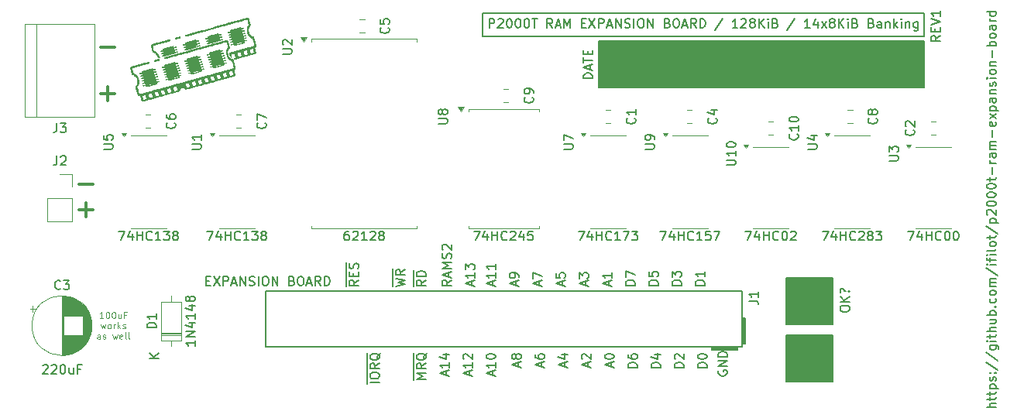
<source format=gbr>
%TF.GenerationSoftware,KiCad,Pcbnew,8.0.2*%
%TF.CreationDate,2024-08-18T09:09:39+02:00*%
%TF.ProjectId,p2000t-ram-expansion-board-128kb-smd,70323030-3074-42d7-9261-6d2d65787061,4*%
%TF.SameCoordinates,Original*%
%TF.FileFunction,Legend,Top*%
%TF.FilePolarity,Positive*%
%FSLAX46Y46*%
G04 Gerber Fmt 4.6, Leading zero omitted, Abs format (unit mm)*
G04 Created by KiCad (PCBNEW 8.0.2) date 2024-08-18 09:09:39*
%MOMM*%
%LPD*%
G01*
G04 APERTURE LIST*
%ADD10C,0.150000*%
%ADD11C,0.300000*%
%ADD12C,0.100000*%
%ADD13C,0.000000*%
%ADD14C,0.120000*%
G04 APERTURE END LIST*
D10*
X84655819Y-52958809D02*
X83655819Y-52958809D01*
X83655819Y-52958809D02*
X83655819Y-52720714D01*
X83655819Y-52720714D02*
X83703438Y-52577857D01*
X83703438Y-52577857D02*
X83798676Y-52482619D01*
X83798676Y-52482619D02*
X83893914Y-52435000D01*
X83893914Y-52435000D02*
X84084390Y-52387381D01*
X84084390Y-52387381D02*
X84227247Y-52387381D01*
X84227247Y-52387381D02*
X84417723Y-52435000D01*
X84417723Y-52435000D02*
X84512961Y-52482619D01*
X84512961Y-52482619D02*
X84608200Y-52577857D01*
X84608200Y-52577857D02*
X84655819Y-52720714D01*
X84655819Y-52720714D02*
X84655819Y-52958809D01*
X84370104Y-52006428D02*
X84370104Y-51530238D01*
X84655819Y-52101666D02*
X83655819Y-51768333D01*
X83655819Y-51768333D02*
X84655819Y-51435000D01*
X83655819Y-51244523D02*
X83655819Y-50673095D01*
X84655819Y-50958809D02*
X83655819Y-50958809D01*
X84132009Y-50339761D02*
X84132009Y-50006428D01*
X84655819Y-49863571D02*
X84655819Y-50339761D01*
X84655819Y-50339761D02*
X83655819Y-50339761D01*
X83655819Y-50339761D02*
X83655819Y-49863571D01*
X85344000Y-48895000D02*
X120904000Y-48895000D01*
X120904000Y-53975000D01*
X85344000Y-53975000D01*
X85344000Y-48895000D01*
G36*
X85344000Y-48895000D02*
G01*
X120904000Y-48895000D01*
X120904000Y-53975000D01*
X85344000Y-53975000D01*
X85344000Y-48895000D01*
G37*
X97663000Y-82397600D02*
X100457000Y-82397600D01*
X100457000Y-82651600D01*
X97663000Y-82651600D01*
X97663000Y-82397600D01*
G36*
X97663000Y-82397600D02*
G01*
X100457000Y-82397600D01*
X100457000Y-82651600D01*
X97663000Y-82651600D01*
X97663000Y-82397600D01*
G37*
X105791000Y-74803000D02*
X110871000Y-74803000D01*
X110871000Y-79883000D01*
X105791000Y-79883000D01*
X105791000Y-74803000D01*
G36*
X105791000Y-74803000D02*
G01*
X110871000Y-74803000D01*
X110871000Y-79883000D01*
X105791000Y-79883000D01*
X105791000Y-74803000D01*
G37*
X101092000Y-79171800D02*
X101346000Y-79171800D01*
X101346000Y-81965800D01*
X101092000Y-81965800D01*
X101092000Y-79171800D01*
G36*
X101092000Y-79171800D02*
G01*
X101346000Y-79171800D01*
X101346000Y-81965800D01*
X101092000Y-81965800D01*
X101092000Y-79171800D01*
G37*
X105791000Y-81026000D02*
X110871000Y-81026000D01*
X110871000Y-86106000D01*
X105791000Y-86106000D01*
X105791000Y-81026000D01*
G36*
X105791000Y-81026000D02*
G01*
X110871000Y-81026000D01*
X110871000Y-86106000D01*
X105791000Y-86106000D01*
X105791000Y-81026000D01*
G37*
X72644000Y-45847000D02*
X120904000Y-45847000D01*
X120904000Y-48387000D01*
X72644000Y-48387000D01*
X72644000Y-45847000D01*
X48938000Y-76200000D02*
X101008000Y-76200000D01*
X101008000Y-82296000D01*
X48938000Y-82296000D01*
X48938000Y-76200000D01*
X66410819Y-75037792D02*
X65934628Y-75371125D01*
X66410819Y-75609220D02*
X65410819Y-75609220D01*
X65410819Y-75609220D02*
X65410819Y-75228268D01*
X65410819Y-75228268D02*
X65458438Y-75133030D01*
X65458438Y-75133030D02*
X65506057Y-75085411D01*
X65506057Y-75085411D02*
X65601295Y-75037792D01*
X65601295Y-75037792D02*
X65744152Y-75037792D01*
X65744152Y-75037792D02*
X65839390Y-75085411D01*
X65839390Y-75085411D02*
X65887009Y-75133030D01*
X65887009Y-75133030D02*
X65934628Y-75228268D01*
X65934628Y-75228268D02*
X65934628Y-75609220D01*
X66410819Y-74609220D02*
X65410819Y-74609220D01*
X65410819Y-74609220D02*
X65410819Y-74371125D01*
X65410819Y-74371125D02*
X65458438Y-74228268D01*
X65458438Y-74228268D02*
X65553676Y-74133030D01*
X65553676Y-74133030D02*
X65648914Y-74085411D01*
X65648914Y-74085411D02*
X65839390Y-74037792D01*
X65839390Y-74037792D02*
X65982247Y-74037792D01*
X65982247Y-74037792D02*
X66172723Y-74085411D01*
X66172723Y-74085411D02*
X66267961Y-74133030D01*
X66267961Y-74133030D02*
X66363200Y-74228268D01*
X66363200Y-74228268D02*
X66410819Y-74371125D01*
X66410819Y-74371125D02*
X66410819Y-74609220D01*
X65133200Y-75747316D02*
X65133200Y-73947316D01*
X63124819Y-75704458D02*
X64124819Y-75466363D01*
X64124819Y-75466363D02*
X63410533Y-75275887D01*
X63410533Y-75275887D02*
X64124819Y-75085411D01*
X64124819Y-75085411D02*
X63124819Y-74847316D01*
X64124819Y-73894935D02*
X63648628Y-74228268D01*
X64124819Y-74466363D02*
X63124819Y-74466363D01*
X63124819Y-74466363D02*
X63124819Y-74085411D01*
X63124819Y-74085411D02*
X63172438Y-73990173D01*
X63172438Y-73990173D02*
X63220057Y-73942554D01*
X63220057Y-73942554D02*
X63315295Y-73894935D01*
X63315295Y-73894935D02*
X63458152Y-73894935D01*
X63458152Y-73894935D02*
X63553390Y-73942554D01*
X63553390Y-73942554D02*
X63601009Y-73990173D01*
X63601009Y-73990173D02*
X63648628Y-74085411D01*
X63648628Y-74085411D02*
X63648628Y-74466363D01*
X62847200Y-75747316D02*
X62847200Y-73804459D01*
X79079104Y-84521731D02*
X79079104Y-84045541D01*
X79364819Y-84616969D02*
X78364819Y-84283636D01*
X78364819Y-84283636D02*
X79364819Y-83950303D01*
X78364819Y-83188398D02*
X78364819Y-83378874D01*
X78364819Y-83378874D02*
X78412438Y-83474112D01*
X78412438Y-83474112D02*
X78460057Y-83521731D01*
X78460057Y-83521731D02*
X78602914Y-83616969D01*
X78602914Y-83616969D02*
X78793390Y-83664588D01*
X78793390Y-83664588D02*
X79174342Y-83664588D01*
X79174342Y-83664588D02*
X79269580Y-83616969D01*
X79269580Y-83616969D02*
X79317200Y-83569350D01*
X79317200Y-83569350D02*
X79364819Y-83474112D01*
X79364819Y-83474112D02*
X79364819Y-83283636D01*
X79364819Y-83283636D02*
X79317200Y-83188398D01*
X79317200Y-83188398D02*
X79269580Y-83140779D01*
X79269580Y-83140779D02*
X79174342Y-83093160D01*
X79174342Y-83093160D02*
X78936247Y-83093160D01*
X78936247Y-83093160D02*
X78841009Y-83140779D01*
X78841009Y-83140779D02*
X78793390Y-83188398D01*
X78793390Y-83188398D02*
X78745771Y-83283636D01*
X78745771Y-83283636D02*
X78745771Y-83474112D01*
X78745771Y-83474112D02*
X78793390Y-83569350D01*
X78793390Y-83569350D02*
X78841009Y-83616969D01*
X78841009Y-83616969D02*
X78936247Y-83664588D01*
X73745104Y-75656839D02*
X73745104Y-75180649D01*
X74030819Y-75752077D02*
X73030819Y-75418744D01*
X73030819Y-75418744D02*
X74030819Y-75085411D01*
X74030819Y-74228268D02*
X74030819Y-74799696D01*
X74030819Y-74513982D02*
X73030819Y-74513982D01*
X73030819Y-74513982D02*
X73173676Y-74609220D01*
X73173676Y-74609220D02*
X73268914Y-74704458D01*
X73268914Y-74704458D02*
X73316533Y-74799696D01*
X74030819Y-73275887D02*
X74030819Y-73847315D01*
X74030819Y-73561601D02*
X73030819Y-73561601D01*
X73030819Y-73561601D02*
X73173676Y-73656839D01*
X73173676Y-73656839D02*
X73268914Y-73752077D01*
X73268914Y-73752077D02*
X73316533Y-73847315D01*
X61330819Y-86236016D02*
X60330819Y-86236016D01*
X60330819Y-85569350D02*
X60330819Y-85378874D01*
X60330819Y-85378874D02*
X60378438Y-85283636D01*
X60378438Y-85283636D02*
X60473676Y-85188398D01*
X60473676Y-85188398D02*
X60664152Y-85140779D01*
X60664152Y-85140779D02*
X60997485Y-85140779D01*
X60997485Y-85140779D02*
X61187961Y-85188398D01*
X61187961Y-85188398D02*
X61283200Y-85283636D01*
X61283200Y-85283636D02*
X61330819Y-85378874D01*
X61330819Y-85378874D02*
X61330819Y-85569350D01*
X61330819Y-85569350D02*
X61283200Y-85664588D01*
X61283200Y-85664588D02*
X61187961Y-85759826D01*
X61187961Y-85759826D02*
X60997485Y-85807445D01*
X60997485Y-85807445D02*
X60664152Y-85807445D01*
X60664152Y-85807445D02*
X60473676Y-85759826D01*
X60473676Y-85759826D02*
X60378438Y-85664588D01*
X60378438Y-85664588D02*
X60330819Y-85569350D01*
X61330819Y-84140779D02*
X60854628Y-84474112D01*
X61330819Y-84712207D02*
X60330819Y-84712207D01*
X60330819Y-84712207D02*
X60330819Y-84331255D01*
X60330819Y-84331255D02*
X60378438Y-84236017D01*
X60378438Y-84236017D02*
X60426057Y-84188398D01*
X60426057Y-84188398D02*
X60521295Y-84140779D01*
X60521295Y-84140779D02*
X60664152Y-84140779D01*
X60664152Y-84140779D02*
X60759390Y-84188398D01*
X60759390Y-84188398D02*
X60807009Y-84236017D01*
X60807009Y-84236017D02*
X60854628Y-84331255D01*
X60854628Y-84331255D02*
X60854628Y-84712207D01*
X61426057Y-83045541D02*
X61378438Y-83140779D01*
X61378438Y-83140779D02*
X61283200Y-83236017D01*
X61283200Y-83236017D02*
X61140342Y-83378874D01*
X61140342Y-83378874D02*
X61092723Y-83474112D01*
X61092723Y-83474112D02*
X61092723Y-83569350D01*
X61330819Y-83521731D02*
X61283200Y-83616969D01*
X61283200Y-83616969D02*
X61187961Y-83712207D01*
X61187961Y-83712207D02*
X60997485Y-83759826D01*
X60997485Y-83759826D02*
X60664152Y-83759826D01*
X60664152Y-83759826D02*
X60473676Y-83712207D01*
X60473676Y-83712207D02*
X60378438Y-83616969D01*
X60378438Y-83616969D02*
X60330819Y-83521731D01*
X60330819Y-83521731D02*
X60330819Y-83331255D01*
X60330819Y-83331255D02*
X60378438Y-83236017D01*
X60378438Y-83236017D02*
X60473676Y-83140779D01*
X60473676Y-83140779D02*
X60664152Y-83093160D01*
X60664152Y-83093160D02*
X60997485Y-83093160D01*
X60997485Y-83093160D02*
X61187961Y-83140779D01*
X61187961Y-83140779D02*
X61283200Y-83236017D01*
X61283200Y-83236017D02*
X61330819Y-83331255D01*
X61330819Y-83331255D02*
X61330819Y-83521731D01*
X60053200Y-86374112D02*
X60053200Y-83002684D01*
X86699104Y-84521731D02*
X86699104Y-84045541D01*
X86984819Y-84616969D02*
X85984819Y-84283636D01*
X85984819Y-84283636D02*
X86984819Y-83950303D01*
X85984819Y-83426493D02*
X85984819Y-83331255D01*
X85984819Y-83331255D02*
X86032438Y-83236017D01*
X86032438Y-83236017D02*
X86080057Y-83188398D01*
X86080057Y-83188398D02*
X86175295Y-83140779D01*
X86175295Y-83140779D02*
X86365771Y-83093160D01*
X86365771Y-83093160D02*
X86603866Y-83093160D01*
X86603866Y-83093160D02*
X86794342Y-83140779D01*
X86794342Y-83140779D02*
X86889580Y-83188398D01*
X86889580Y-83188398D02*
X86937200Y-83236017D01*
X86937200Y-83236017D02*
X86984819Y-83331255D01*
X86984819Y-83331255D02*
X86984819Y-83426493D01*
X86984819Y-83426493D02*
X86937200Y-83521731D01*
X86937200Y-83521731D02*
X86889580Y-83569350D01*
X86889580Y-83569350D02*
X86794342Y-83616969D01*
X86794342Y-83616969D02*
X86603866Y-83664588D01*
X86603866Y-83664588D02*
X86365771Y-83664588D01*
X86365771Y-83664588D02*
X86175295Y-83616969D01*
X86175295Y-83616969D02*
X86080057Y-83569350D01*
X86080057Y-83569350D02*
X86032438Y-83521731D01*
X86032438Y-83521731D02*
X85984819Y-83426493D01*
X96890819Y-75609220D02*
X95890819Y-75609220D01*
X95890819Y-75609220D02*
X95890819Y-75371125D01*
X95890819Y-75371125D02*
X95938438Y-75228268D01*
X95938438Y-75228268D02*
X96033676Y-75133030D01*
X96033676Y-75133030D02*
X96128914Y-75085411D01*
X96128914Y-75085411D02*
X96319390Y-75037792D01*
X96319390Y-75037792D02*
X96462247Y-75037792D01*
X96462247Y-75037792D02*
X96652723Y-75085411D01*
X96652723Y-75085411D02*
X96747961Y-75133030D01*
X96747961Y-75133030D02*
X96843200Y-75228268D01*
X96843200Y-75228268D02*
X96890819Y-75371125D01*
X96890819Y-75371125D02*
X96890819Y-75609220D01*
X96890819Y-74085411D02*
X96890819Y-74656839D01*
X96890819Y-74371125D02*
X95890819Y-74371125D01*
X95890819Y-74371125D02*
X96033676Y-74466363D01*
X96033676Y-74466363D02*
X96128914Y-74561601D01*
X96128914Y-74561601D02*
X96176533Y-74656839D01*
X71205104Y-85474112D02*
X71205104Y-84997922D01*
X71490819Y-85569350D02*
X70490819Y-85236017D01*
X70490819Y-85236017D02*
X71490819Y-84902684D01*
X71490819Y-84045541D02*
X71490819Y-84616969D01*
X71490819Y-84331255D02*
X70490819Y-84331255D01*
X70490819Y-84331255D02*
X70633676Y-84426493D01*
X70633676Y-84426493D02*
X70728914Y-84521731D01*
X70728914Y-84521731D02*
X70776533Y-84616969D01*
X70586057Y-83664588D02*
X70538438Y-83616969D01*
X70538438Y-83616969D02*
X70490819Y-83521731D01*
X70490819Y-83521731D02*
X70490819Y-83283636D01*
X70490819Y-83283636D02*
X70538438Y-83188398D01*
X70538438Y-83188398D02*
X70586057Y-83140779D01*
X70586057Y-83140779D02*
X70681295Y-83093160D01*
X70681295Y-83093160D02*
X70776533Y-83093160D01*
X70776533Y-83093160D02*
X70919390Y-83140779D01*
X70919390Y-83140779D02*
X71490819Y-83712207D01*
X71490819Y-83712207D02*
X71490819Y-83093160D01*
X89524819Y-84616969D02*
X88524819Y-84616969D01*
X88524819Y-84616969D02*
X88524819Y-84378874D01*
X88524819Y-84378874D02*
X88572438Y-84236017D01*
X88572438Y-84236017D02*
X88667676Y-84140779D01*
X88667676Y-84140779D02*
X88762914Y-84093160D01*
X88762914Y-84093160D02*
X88953390Y-84045541D01*
X88953390Y-84045541D02*
X89096247Y-84045541D01*
X89096247Y-84045541D02*
X89286723Y-84093160D01*
X89286723Y-84093160D02*
X89381961Y-84140779D01*
X89381961Y-84140779D02*
X89477200Y-84236017D01*
X89477200Y-84236017D02*
X89524819Y-84378874D01*
X89524819Y-84378874D02*
X89524819Y-84616969D01*
X88524819Y-83188398D02*
X88524819Y-83378874D01*
X88524819Y-83378874D02*
X88572438Y-83474112D01*
X88572438Y-83474112D02*
X88620057Y-83521731D01*
X88620057Y-83521731D02*
X88762914Y-83616969D01*
X88762914Y-83616969D02*
X88953390Y-83664588D01*
X88953390Y-83664588D02*
X89334342Y-83664588D01*
X89334342Y-83664588D02*
X89429580Y-83616969D01*
X89429580Y-83616969D02*
X89477200Y-83569350D01*
X89477200Y-83569350D02*
X89524819Y-83474112D01*
X89524819Y-83474112D02*
X89524819Y-83283636D01*
X89524819Y-83283636D02*
X89477200Y-83188398D01*
X89477200Y-83188398D02*
X89429580Y-83140779D01*
X89429580Y-83140779D02*
X89334342Y-83093160D01*
X89334342Y-83093160D02*
X89096247Y-83093160D01*
X89096247Y-83093160D02*
X89001009Y-83140779D01*
X89001009Y-83140779D02*
X88953390Y-83188398D01*
X88953390Y-83188398D02*
X88905771Y-83283636D01*
X88905771Y-83283636D02*
X88905771Y-83474112D01*
X88905771Y-83474112D02*
X88953390Y-83569350D01*
X88953390Y-83569350D02*
X89001009Y-83616969D01*
X89001009Y-83616969D02*
X89096247Y-83664588D01*
X111722819Y-78239809D02*
X111722819Y-78049333D01*
X111722819Y-78049333D02*
X111770438Y-77954095D01*
X111770438Y-77954095D02*
X111865676Y-77858857D01*
X111865676Y-77858857D02*
X112056152Y-77811238D01*
X112056152Y-77811238D02*
X112389485Y-77811238D01*
X112389485Y-77811238D02*
X112579961Y-77858857D01*
X112579961Y-77858857D02*
X112675200Y-77954095D01*
X112675200Y-77954095D02*
X112722819Y-78049333D01*
X112722819Y-78049333D02*
X112722819Y-78239809D01*
X112722819Y-78239809D02*
X112675200Y-78335047D01*
X112675200Y-78335047D02*
X112579961Y-78430285D01*
X112579961Y-78430285D02*
X112389485Y-78477904D01*
X112389485Y-78477904D02*
X112056152Y-78477904D01*
X112056152Y-78477904D02*
X111865676Y-78430285D01*
X111865676Y-78430285D02*
X111770438Y-78335047D01*
X111770438Y-78335047D02*
X111722819Y-78239809D01*
X112722819Y-77382666D02*
X111722819Y-77382666D01*
X112722819Y-76811238D02*
X112151390Y-77239809D01*
X111722819Y-76811238D02*
X112294247Y-77382666D01*
X112627580Y-76239809D02*
X112675200Y-76192190D01*
X112675200Y-76192190D02*
X112722819Y-76239809D01*
X112722819Y-76239809D02*
X112675200Y-76287428D01*
X112675200Y-76287428D02*
X112627580Y-76239809D01*
X112627580Y-76239809D02*
X112722819Y-76239809D01*
X111770438Y-76430285D02*
X111722819Y-76335047D01*
X111722819Y-76335047D02*
X111722819Y-76096952D01*
X111722819Y-76096952D02*
X111770438Y-76001714D01*
X111770438Y-76001714D02*
X111865676Y-75954095D01*
X111865676Y-75954095D02*
X111960914Y-75954095D01*
X111960914Y-75954095D02*
X112056152Y-76001714D01*
X112056152Y-76001714D02*
X112103771Y-76049333D01*
X112103771Y-76049333D02*
X112151390Y-76144571D01*
X112151390Y-76144571D02*
X112199009Y-76192190D01*
X112199009Y-76192190D02*
X112294247Y-76239809D01*
X112294247Y-76239809D02*
X112341866Y-76239809D01*
X81619104Y-84521731D02*
X81619104Y-84045541D01*
X81904819Y-84616969D02*
X80904819Y-84283636D01*
X80904819Y-84283636D02*
X81904819Y-83950303D01*
X81238152Y-83188398D02*
X81904819Y-83188398D01*
X80857200Y-83426493D02*
X81571485Y-83664588D01*
X81571485Y-83664588D02*
X81571485Y-83045541D01*
X128724819Y-88952857D02*
X127724819Y-88952857D01*
X128724819Y-88524286D02*
X128201009Y-88524286D01*
X128201009Y-88524286D02*
X128105771Y-88571905D01*
X128105771Y-88571905D02*
X128058152Y-88667143D01*
X128058152Y-88667143D02*
X128058152Y-88810000D01*
X128058152Y-88810000D02*
X128105771Y-88905238D01*
X128105771Y-88905238D02*
X128153390Y-88952857D01*
X128058152Y-88190952D02*
X128058152Y-87810000D01*
X127724819Y-88048095D02*
X128581961Y-88048095D01*
X128581961Y-88048095D02*
X128677200Y-88000476D01*
X128677200Y-88000476D02*
X128724819Y-87905238D01*
X128724819Y-87905238D02*
X128724819Y-87810000D01*
X128058152Y-87619523D02*
X128058152Y-87238571D01*
X127724819Y-87476666D02*
X128581961Y-87476666D01*
X128581961Y-87476666D02*
X128677200Y-87429047D01*
X128677200Y-87429047D02*
X128724819Y-87333809D01*
X128724819Y-87333809D02*
X128724819Y-87238571D01*
X128058152Y-86905237D02*
X129058152Y-86905237D01*
X128105771Y-86905237D02*
X128058152Y-86809999D01*
X128058152Y-86809999D02*
X128058152Y-86619523D01*
X128058152Y-86619523D02*
X128105771Y-86524285D01*
X128105771Y-86524285D02*
X128153390Y-86476666D01*
X128153390Y-86476666D02*
X128248628Y-86429047D01*
X128248628Y-86429047D02*
X128534342Y-86429047D01*
X128534342Y-86429047D02*
X128629580Y-86476666D01*
X128629580Y-86476666D02*
X128677200Y-86524285D01*
X128677200Y-86524285D02*
X128724819Y-86619523D01*
X128724819Y-86619523D02*
X128724819Y-86809999D01*
X128724819Y-86809999D02*
X128677200Y-86905237D01*
X128677200Y-86048094D02*
X128724819Y-85952856D01*
X128724819Y-85952856D02*
X128724819Y-85762380D01*
X128724819Y-85762380D02*
X128677200Y-85667142D01*
X128677200Y-85667142D02*
X128581961Y-85619523D01*
X128581961Y-85619523D02*
X128534342Y-85619523D01*
X128534342Y-85619523D02*
X128439104Y-85667142D01*
X128439104Y-85667142D02*
X128391485Y-85762380D01*
X128391485Y-85762380D02*
X128391485Y-85905237D01*
X128391485Y-85905237D02*
X128343866Y-86000475D01*
X128343866Y-86000475D02*
X128248628Y-86048094D01*
X128248628Y-86048094D02*
X128201009Y-86048094D01*
X128201009Y-86048094D02*
X128105771Y-86000475D01*
X128105771Y-86000475D02*
X128058152Y-85905237D01*
X128058152Y-85905237D02*
X128058152Y-85762380D01*
X128058152Y-85762380D02*
X128105771Y-85667142D01*
X128629580Y-85190951D02*
X128677200Y-85143332D01*
X128677200Y-85143332D02*
X128724819Y-85190951D01*
X128724819Y-85190951D02*
X128677200Y-85238570D01*
X128677200Y-85238570D02*
X128629580Y-85190951D01*
X128629580Y-85190951D02*
X128724819Y-85190951D01*
X128105771Y-85190951D02*
X128153390Y-85143332D01*
X128153390Y-85143332D02*
X128201009Y-85190951D01*
X128201009Y-85190951D02*
X128153390Y-85238570D01*
X128153390Y-85238570D02*
X128105771Y-85190951D01*
X128105771Y-85190951D02*
X128201009Y-85190951D01*
X127677200Y-84000476D02*
X128962914Y-84857618D01*
X127677200Y-82952857D02*
X128962914Y-83809999D01*
X128058152Y-82190952D02*
X128867676Y-82190952D01*
X128867676Y-82190952D02*
X128962914Y-82238571D01*
X128962914Y-82238571D02*
X129010533Y-82286190D01*
X129010533Y-82286190D02*
X129058152Y-82381428D01*
X129058152Y-82381428D02*
X129058152Y-82524285D01*
X129058152Y-82524285D02*
X129010533Y-82619523D01*
X128677200Y-82190952D02*
X128724819Y-82286190D01*
X128724819Y-82286190D02*
X128724819Y-82476666D01*
X128724819Y-82476666D02*
X128677200Y-82571904D01*
X128677200Y-82571904D02*
X128629580Y-82619523D01*
X128629580Y-82619523D02*
X128534342Y-82667142D01*
X128534342Y-82667142D02*
X128248628Y-82667142D01*
X128248628Y-82667142D02*
X128153390Y-82619523D01*
X128153390Y-82619523D02*
X128105771Y-82571904D01*
X128105771Y-82571904D02*
X128058152Y-82476666D01*
X128058152Y-82476666D02*
X128058152Y-82286190D01*
X128058152Y-82286190D02*
X128105771Y-82190952D01*
X128724819Y-81714761D02*
X128058152Y-81714761D01*
X127724819Y-81714761D02*
X127772438Y-81762380D01*
X127772438Y-81762380D02*
X127820057Y-81714761D01*
X127820057Y-81714761D02*
X127772438Y-81667142D01*
X127772438Y-81667142D02*
X127724819Y-81714761D01*
X127724819Y-81714761D02*
X127820057Y-81714761D01*
X128058152Y-81381428D02*
X128058152Y-81000476D01*
X127724819Y-81238571D02*
X128581961Y-81238571D01*
X128581961Y-81238571D02*
X128677200Y-81190952D01*
X128677200Y-81190952D02*
X128724819Y-81095714D01*
X128724819Y-81095714D02*
X128724819Y-81000476D01*
X128724819Y-80667142D02*
X127724819Y-80667142D01*
X128724819Y-80238571D02*
X128201009Y-80238571D01*
X128201009Y-80238571D02*
X128105771Y-80286190D01*
X128105771Y-80286190D02*
X128058152Y-80381428D01*
X128058152Y-80381428D02*
X128058152Y-80524285D01*
X128058152Y-80524285D02*
X128105771Y-80619523D01*
X128105771Y-80619523D02*
X128153390Y-80667142D01*
X128058152Y-79333809D02*
X128724819Y-79333809D01*
X128058152Y-79762380D02*
X128581961Y-79762380D01*
X128581961Y-79762380D02*
X128677200Y-79714761D01*
X128677200Y-79714761D02*
X128724819Y-79619523D01*
X128724819Y-79619523D02*
X128724819Y-79476666D01*
X128724819Y-79476666D02*
X128677200Y-79381428D01*
X128677200Y-79381428D02*
X128629580Y-79333809D01*
X128724819Y-78857618D02*
X127724819Y-78857618D01*
X128105771Y-78857618D02*
X128058152Y-78762380D01*
X128058152Y-78762380D02*
X128058152Y-78571904D01*
X128058152Y-78571904D02*
X128105771Y-78476666D01*
X128105771Y-78476666D02*
X128153390Y-78429047D01*
X128153390Y-78429047D02*
X128248628Y-78381428D01*
X128248628Y-78381428D02*
X128534342Y-78381428D01*
X128534342Y-78381428D02*
X128629580Y-78429047D01*
X128629580Y-78429047D02*
X128677200Y-78476666D01*
X128677200Y-78476666D02*
X128724819Y-78571904D01*
X128724819Y-78571904D02*
X128724819Y-78762380D01*
X128724819Y-78762380D02*
X128677200Y-78857618D01*
X128629580Y-77952856D02*
X128677200Y-77905237D01*
X128677200Y-77905237D02*
X128724819Y-77952856D01*
X128724819Y-77952856D02*
X128677200Y-78000475D01*
X128677200Y-78000475D02*
X128629580Y-77952856D01*
X128629580Y-77952856D02*
X128724819Y-77952856D01*
X128677200Y-77048095D02*
X128724819Y-77143333D01*
X128724819Y-77143333D02*
X128724819Y-77333809D01*
X128724819Y-77333809D02*
X128677200Y-77429047D01*
X128677200Y-77429047D02*
X128629580Y-77476666D01*
X128629580Y-77476666D02*
X128534342Y-77524285D01*
X128534342Y-77524285D02*
X128248628Y-77524285D01*
X128248628Y-77524285D02*
X128153390Y-77476666D01*
X128153390Y-77476666D02*
X128105771Y-77429047D01*
X128105771Y-77429047D02*
X128058152Y-77333809D01*
X128058152Y-77333809D02*
X128058152Y-77143333D01*
X128058152Y-77143333D02*
X128105771Y-77048095D01*
X128724819Y-76476666D02*
X128677200Y-76571904D01*
X128677200Y-76571904D02*
X128629580Y-76619523D01*
X128629580Y-76619523D02*
X128534342Y-76667142D01*
X128534342Y-76667142D02*
X128248628Y-76667142D01*
X128248628Y-76667142D02*
X128153390Y-76619523D01*
X128153390Y-76619523D02*
X128105771Y-76571904D01*
X128105771Y-76571904D02*
X128058152Y-76476666D01*
X128058152Y-76476666D02*
X128058152Y-76333809D01*
X128058152Y-76333809D02*
X128105771Y-76238571D01*
X128105771Y-76238571D02*
X128153390Y-76190952D01*
X128153390Y-76190952D02*
X128248628Y-76143333D01*
X128248628Y-76143333D02*
X128534342Y-76143333D01*
X128534342Y-76143333D02*
X128629580Y-76190952D01*
X128629580Y-76190952D02*
X128677200Y-76238571D01*
X128677200Y-76238571D02*
X128724819Y-76333809D01*
X128724819Y-76333809D02*
X128724819Y-76476666D01*
X128724819Y-75714761D02*
X128058152Y-75714761D01*
X128153390Y-75714761D02*
X128105771Y-75667142D01*
X128105771Y-75667142D02*
X128058152Y-75571904D01*
X128058152Y-75571904D02*
X128058152Y-75429047D01*
X128058152Y-75429047D02*
X128105771Y-75333809D01*
X128105771Y-75333809D02*
X128201009Y-75286190D01*
X128201009Y-75286190D02*
X128724819Y-75286190D01*
X128201009Y-75286190D02*
X128105771Y-75238571D01*
X128105771Y-75238571D02*
X128058152Y-75143333D01*
X128058152Y-75143333D02*
X128058152Y-75000476D01*
X128058152Y-75000476D02*
X128105771Y-74905237D01*
X128105771Y-74905237D02*
X128201009Y-74857618D01*
X128201009Y-74857618D02*
X128724819Y-74857618D01*
X127677200Y-73667143D02*
X128962914Y-74524285D01*
X128724819Y-73333809D02*
X128058152Y-73333809D01*
X127724819Y-73333809D02*
X127772438Y-73381428D01*
X127772438Y-73381428D02*
X127820057Y-73333809D01*
X127820057Y-73333809D02*
X127772438Y-73286190D01*
X127772438Y-73286190D02*
X127724819Y-73333809D01*
X127724819Y-73333809D02*
X127820057Y-73333809D01*
X128058152Y-73000476D02*
X128058152Y-72619524D01*
X128724819Y-72857619D02*
X127867676Y-72857619D01*
X127867676Y-72857619D02*
X127772438Y-72810000D01*
X127772438Y-72810000D02*
X127724819Y-72714762D01*
X127724819Y-72714762D02*
X127724819Y-72619524D01*
X128724819Y-72286190D02*
X128058152Y-72286190D01*
X127724819Y-72286190D02*
X127772438Y-72333809D01*
X127772438Y-72333809D02*
X127820057Y-72286190D01*
X127820057Y-72286190D02*
X127772438Y-72238571D01*
X127772438Y-72238571D02*
X127724819Y-72286190D01*
X127724819Y-72286190D02*
X127820057Y-72286190D01*
X128724819Y-71667143D02*
X128677200Y-71762381D01*
X128677200Y-71762381D02*
X128581961Y-71810000D01*
X128581961Y-71810000D02*
X127724819Y-71810000D01*
X128724819Y-71143333D02*
X128677200Y-71238571D01*
X128677200Y-71238571D02*
X128629580Y-71286190D01*
X128629580Y-71286190D02*
X128534342Y-71333809D01*
X128534342Y-71333809D02*
X128248628Y-71333809D01*
X128248628Y-71333809D02*
X128153390Y-71286190D01*
X128153390Y-71286190D02*
X128105771Y-71238571D01*
X128105771Y-71238571D02*
X128058152Y-71143333D01*
X128058152Y-71143333D02*
X128058152Y-71000476D01*
X128058152Y-71000476D02*
X128105771Y-70905238D01*
X128105771Y-70905238D02*
X128153390Y-70857619D01*
X128153390Y-70857619D02*
X128248628Y-70810000D01*
X128248628Y-70810000D02*
X128534342Y-70810000D01*
X128534342Y-70810000D02*
X128629580Y-70857619D01*
X128629580Y-70857619D02*
X128677200Y-70905238D01*
X128677200Y-70905238D02*
X128724819Y-71000476D01*
X128724819Y-71000476D02*
X128724819Y-71143333D01*
X128058152Y-70524285D02*
X128058152Y-70143333D01*
X127724819Y-70381428D02*
X128581961Y-70381428D01*
X128581961Y-70381428D02*
X128677200Y-70333809D01*
X128677200Y-70333809D02*
X128724819Y-70238571D01*
X128724819Y-70238571D02*
X128724819Y-70143333D01*
X127677200Y-69095714D02*
X128962914Y-69952856D01*
X128058152Y-68762380D02*
X129058152Y-68762380D01*
X128105771Y-68762380D02*
X128058152Y-68667142D01*
X128058152Y-68667142D02*
X128058152Y-68476666D01*
X128058152Y-68476666D02*
X128105771Y-68381428D01*
X128105771Y-68381428D02*
X128153390Y-68333809D01*
X128153390Y-68333809D02*
X128248628Y-68286190D01*
X128248628Y-68286190D02*
X128534342Y-68286190D01*
X128534342Y-68286190D02*
X128629580Y-68333809D01*
X128629580Y-68333809D02*
X128677200Y-68381428D01*
X128677200Y-68381428D02*
X128724819Y-68476666D01*
X128724819Y-68476666D02*
X128724819Y-68667142D01*
X128724819Y-68667142D02*
X128677200Y-68762380D01*
X127820057Y-67905237D02*
X127772438Y-67857618D01*
X127772438Y-67857618D02*
X127724819Y-67762380D01*
X127724819Y-67762380D02*
X127724819Y-67524285D01*
X127724819Y-67524285D02*
X127772438Y-67429047D01*
X127772438Y-67429047D02*
X127820057Y-67381428D01*
X127820057Y-67381428D02*
X127915295Y-67333809D01*
X127915295Y-67333809D02*
X128010533Y-67333809D01*
X128010533Y-67333809D02*
X128153390Y-67381428D01*
X128153390Y-67381428D02*
X128724819Y-67952856D01*
X128724819Y-67952856D02*
X128724819Y-67333809D01*
X127724819Y-66714761D02*
X127724819Y-66619523D01*
X127724819Y-66619523D02*
X127772438Y-66524285D01*
X127772438Y-66524285D02*
X127820057Y-66476666D01*
X127820057Y-66476666D02*
X127915295Y-66429047D01*
X127915295Y-66429047D02*
X128105771Y-66381428D01*
X128105771Y-66381428D02*
X128343866Y-66381428D01*
X128343866Y-66381428D02*
X128534342Y-66429047D01*
X128534342Y-66429047D02*
X128629580Y-66476666D01*
X128629580Y-66476666D02*
X128677200Y-66524285D01*
X128677200Y-66524285D02*
X128724819Y-66619523D01*
X128724819Y-66619523D02*
X128724819Y-66714761D01*
X128724819Y-66714761D02*
X128677200Y-66809999D01*
X128677200Y-66809999D02*
X128629580Y-66857618D01*
X128629580Y-66857618D02*
X128534342Y-66905237D01*
X128534342Y-66905237D02*
X128343866Y-66952856D01*
X128343866Y-66952856D02*
X128105771Y-66952856D01*
X128105771Y-66952856D02*
X127915295Y-66905237D01*
X127915295Y-66905237D02*
X127820057Y-66857618D01*
X127820057Y-66857618D02*
X127772438Y-66809999D01*
X127772438Y-66809999D02*
X127724819Y-66714761D01*
X127724819Y-65762380D02*
X127724819Y-65667142D01*
X127724819Y-65667142D02*
X127772438Y-65571904D01*
X127772438Y-65571904D02*
X127820057Y-65524285D01*
X127820057Y-65524285D02*
X127915295Y-65476666D01*
X127915295Y-65476666D02*
X128105771Y-65429047D01*
X128105771Y-65429047D02*
X128343866Y-65429047D01*
X128343866Y-65429047D02*
X128534342Y-65476666D01*
X128534342Y-65476666D02*
X128629580Y-65524285D01*
X128629580Y-65524285D02*
X128677200Y-65571904D01*
X128677200Y-65571904D02*
X128724819Y-65667142D01*
X128724819Y-65667142D02*
X128724819Y-65762380D01*
X128724819Y-65762380D02*
X128677200Y-65857618D01*
X128677200Y-65857618D02*
X128629580Y-65905237D01*
X128629580Y-65905237D02*
X128534342Y-65952856D01*
X128534342Y-65952856D02*
X128343866Y-66000475D01*
X128343866Y-66000475D02*
X128105771Y-66000475D01*
X128105771Y-66000475D02*
X127915295Y-65952856D01*
X127915295Y-65952856D02*
X127820057Y-65905237D01*
X127820057Y-65905237D02*
X127772438Y-65857618D01*
X127772438Y-65857618D02*
X127724819Y-65762380D01*
X127724819Y-64809999D02*
X127724819Y-64714761D01*
X127724819Y-64714761D02*
X127772438Y-64619523D01*
X127772438Y-64619523D02*
X127820057Y-64571904D01*
X127820057Y-64571904D02*
X127915295Y-64524285D01*
X127915295Y-64524285D02*
X128105771Y-64476666D01*
X128105771Y-64476666D02*
X128343866Y-64476666D01*
X128343866Y-64476666D02*
X128534342Y-64524285D01*
X128534342Y-64524285D02*
X128629580Y-64571904D01*
X128629580Y-64571904D02*
X128677200Y-64619523D01*
X128677200Y-64619523D02*
X128724819Y-64714761D01*
X128724819Y-64714761D02*
X128724819Y-64809999D01*
X128724819Y-64809999D02*
X128677200Y-64905237D01*
X128677200Y-64905237D02*
X128629580Y-64952856D01*
X128629580Y-64952856D02*
X128534342Y-65000475D01*
X128534342Y-65000475D02*
X128343866Y-65048094D01*
X128343866Y-65048094D02*
X128105771Y-65048094D01*
X128105771Y-65048094D02*
X127915295Y-65000475D01*
X127915295Y-65000475D02*
X127820057Y-64952856D01*
X127820057Y-64952856D02*
X127772438Y-64905237D01*
X127772438Y-64905237D02*
X127724819Y-64809999D01*
X128058152Y-64190951D02*
X128058152Y-63809999D01*
X127724819Y-64048094D02*
X128581961Y-64048094D01*
X128581961Y-64048094D02*
X128677200Y-64000475D01*
X128677200Y-64000475D02*
X128724819Y-63905237D01*
X128724819Y-63905237D02*
X128724819Y-63809999D01*
X128343866Y-63476665D02*
X128343866Y-62714761D01*
X128724819Y-62238570D02*
X128058152Y-62238570D01*
X128248628Y-62238570D02*
X128153390Y-62190951D01*
X128153390Y-62190951D02*
X128105771Y-62143332D01*
X128105771Y-62143332D02*
X128058152Y-62048094D01*
X128058152Y-62048094D02*
X128058152Y-61952856D01*
X128724819Y-61190951D02*
X128201009Y-61190951D01*
X128201009Y-61190951D02*
X128105771Y-61238570D01*
X128105771Y-61238570D02*
X128058152Y-61333808D01*
X128058152Y-61333808D02*
X128058152Y-61524284D01*
X128058152Y-61524284D02*
X128105771Y-61619522D01*
X128677200Y-61190951D02*
X128724819Y-61286189D01*
X128724819Y-61286189D02*
X128724819Y-61524284D01*
X128724819Y-61524284D02*
X128677200Y-61619522D01*
X128677200Y-61619522D02*
X128581961Y-61667141D01*
X128581961Y-61667141D02*
X128486723Y-61667141D01*
X128486723Y-61667141D02*
X128391485Y-61619522D01*
X128391485Y-61619522D02*
X128343866Y-61524284D01*
X128343866Y-61524284D02*
X128343866Y-61286189D01*
X128343866Y-61286189D02*
X128296247Y-61190951D01*
X128724819Y-60714760D02*
X128058152Y-60714760D01*
X128153390Y-60714760D02*
X128105771Y-60667141D01*
X128105771Y-60667141D02*
X128058152Y-60571903D01*
X128058152Y-60571903D02*
X128058152Y-60429046D01*
X128058152Y-60429046D02*
X128105771Y-60333808D01*
X128105771Y-60333808D02*
X128201009Y-60286189D01*
X128201009Y-60286189D02*
X128724819Y-60286189D01*
X128201009Y-60286189D02*
X128105771Y-60238570D01*
X128105771Y-60238570D02*
X128058152Y-60143332D01*
X128058152Y-60143332D02*
X128058152Y-60000475D01*
X128058152Y-60000475D02*
X128105771Y-59905236D01*
X128105771Y-59905236D02*
X128201009Y-59857617D01*
X128201009Y-59857617D02*
X128724819Y-59857617D01*
X128343866Y-59381427D02*
X128343866Y-58619523D01*
X128677200Y-57762380D02*
X128724819Y-57857618D01*
X128724819Y-57857618D02*
X128724819Y-58048094D01*
X128724819Y-58048094D02*
X128677200Y-58143332D01*
X128677200Y-58143332D02*
X128581961Y-58190951D01*
X128581961Y-58190951D02*
X128201009Y-58190951D01*
X128201009Y-58190951D02*
X128105771Y-58143332D01*
X128105771Y-58143332D02*
X128058152Y-58048094D01*
X128058152Y-58048094D02*
X128058152Y-57857618D01*
X128058152Y-57857618D02*
X128105771Y-57762380D01*
X128105771Y-57762380D02*
X128201009Y-57714761D01*
X128201009Y-57714761D02*
X128296247Y-57714761D01*
X128296247Y-57714761D02*
X128391485Y-58190951D01*
X128724819Y-57381427D02*
X128058152Y-56857618D01*
X128058152Y-57381427D02*
X128724819Y-56857618D01*
X128058152Y-56476665D02*
X129058152Y-56476665D01*
X128105771Y-56476665D02*
X128058152Y-56381427D01*
X128058152Y-56381427D02*
X128058152Y-56190951D01*
X128058152Y-56190951D02*
X128105771Y-56095713D01*
X128105771Y-56095713D02*
X128153390Y-56048094D01*
X128153390Y-56048094D02*
X128248628Y-56000475D01*
X128248628Y-56000475D02*
X128534342Y-56000475D01*
X128534342Y-56000475D02*
X128629580Y-56048094D01*
X128629580Y-56048094D02*
X128677200Y-56095713D01*
X128677200Y-56095713D02*
X128724819Y-56190951D01*
X128724819Y-56190951D02*
X128724819Y-56381427D01*
X128724819Y-56381427D02*
X128677200Y-56476665D01*
X128724819Y-55143332D02*
X128201009Y-55143332D01*
X128201009Y-55143332D02*
X128105771Y-55190951D01*
X128105771Y-55190951D02*
X128058152Y-55286189D01*
X128058152Y-55286189D02*
X128058152Y-55476665D01*
X128058152Y-55476665D02*
X128105771Y-55571903D01*
X128677200Y-55143332D02*
X128724819Y-55238570D01*
X128724819Y-55238570D02*
X128724819Y-55476665D01*
X128724819Y-55476665D02*
X128677200Y-55571903D01*
X128677200Y-55571903D02*
X128581961Y-55619522D01*
X128581961Y-55619522D02*
X128486723Y-55619522D01*
X128486723Y-55619522D02*
X128391485Y-55571903D01*
X128391485Y-55571903D02*
X128343866Y-55476665D01*
X128343866Y-55476665D02*
X128343866Y-55238570D01*
X128343866Y-55238570D02*
X128296247Y-55143332D01*
X128058152Y-54667141D02*
X128724819Y-54667141D01*
X128153390Y-54667141D02*
X128105771Y-54619522D01*
X128105771Y-54619522D02*
X128058152Y-54524284D01*
X128058152Y-54524284D02*
X128058152Y-54381427D01*
X128058152Y-54381427D02*
X128105771Y-54286189D01*
X128105771Y-54286189D02*
X128201009Y-54238570D01*
X128201009Y-54238570D02*
X128724819Y-54238570D01*
X128677200Y-53809998D02*
X128724819Y-53714760D01*
X128724819Y-53714760D02*
X128724819Y-53524284D01*
X128724819Y-53524284D02*
X128677200Y-53429046D01*
X128677200Y-53429046D02*
X128581961Y-53381427D01*
X128581961Y-53381427D02*
X128534342Y-53381427D01*
X128534342Y-53381427D02*
X128439104Y-53429046D01*
X128439104Y-53429046D02*
X128391485Y-53524284D01*
X128391485Y-53524284D02*
X128391485Y-53667141D01*
X128391485Y-53667141D02*
X128343866Y-53762379D01*
X128343866Y-53762379D02*
X128248628Y-53809998D01*
X128248628Y-53809998D02*
X128201009Y-53809998D01*
X128201009Y-53809998D02*
X128105771Y-53762379D01*
X128105771Y-53762379D02*
X128058152Y-53667141D01*
X128058152Y-53667141D02*
X128058152Y-53524284D01*
X128058152Y-53524284D02*
X128105771Y-53429046D01*
X128724819Y-52952855D02*
X128058152Y-52952855D01*
X127724819Y-52952855D02*
X127772438Y-53000474D01*
X127772438Y-53000474D02*
X127820057Y-52952855D01*
X127820057Y-52952855D02*
X127772438Y-52905236D01*
X127772438Y-52905236D02*
X127724819Y-52952855D01*
X127724819Y-52952855D02*
X127820057Y-52952855D01*
X128724819Y-52333808D02*
X128677200Y-52429046D01*
X128677200Y-52429046D02*
X128629580Y-52476665D01*
X128629580Y-52476665D02*
X128534342Y-52524284D01*
X128534342Y-52524284D02*
X128248628Y-52524284D01*
X128248628Y-52524284D02*
X128153390Y-52476665D01*
X128153390Y-52476665D02*
X128105771Y-52429046D01*
X128105771Y-52429046D02*
X128058152Y-52333808D01*
X128058152Y-52333808D02*
X128058152Y-52190951D01*
X128058152Y-52190951D02*
X128105771Y-52095713D01*
X128105771Y-52095713D02*
X128153390Y-52048094D01*
X128153390Y-52048094D02*
X128248628Y-52000475D01*
X128248628Y-52000475D02*
X128534342Y-52000475D01*
X128534342Y-52000475D02*
X128629580Y-52048094D01*
X128629580Y-52048094D02*
X128677200Y-52095713D01*
X128677200Y-52095713D02*
X128724819Y-52190951D01*
X128724819Y-52190951D02*
X128724819Y-52333808D01*
X128058152Y-51571903D02*
X128724819Y-51571903D01*
X128153390Y-51571903D02*
X128105771Y-51524284D01*
X128105771Y-51524284D02*
X128058152Y-51429046D01*
X128058152Y-51429046D02*
X128058152Y-51286189D01*
X128058152Y-51286189D02*
X128105771Y-51190951D01*
X128105771Y-51190951D02*
X128201009Y-51143332D01*
X128201009Y-51143332D02*
X128724819Y-51143332D01*
X128343866Y-50667141D02*
X128343866Y-49905237D01*
X128724819Y-49429046D02*
X127724819Y-49429046D01*
X128105771Y-49429046D02*
X128058152Y-49333808D01*
X128058152Y-49333808D02*
X128058152Y-49143332D01*
X128058152Y-49143332D02*
X128105771Y-49048094D01*
X128105771Y-49048094D02*
X128153390Y-49000475D01*
X128153390Y-49000475D02*
X128248628Y-48952856D01*
X128248628Y-48952856D02*
X128534342Y-48952856D01*
X128534342Y-48952856D02*
X128629580Y-49000475D01*
X128629580Y-49000475D02*
X128677200Y-49048094D01*
X128677200Y-49048094D02*
X128724819Y-49143332D01*
X128724819Y-49143332D02*
X128724819Y-49333808D01*
X128724819Y-49333808D02*
X128677200Y-49429046D01*
X128724819Y-48381427D02*
X128677200Y-48476665D01*
X128677200Y-48476665D02*
X128629580Y-48524284D01*
X128629580Y-48524284D02*
X128534342Y-48571903D01*
X128534342Y-48571903D02*
X128248628Y-48571903D01*
X128248628Y-48571903D02*
X128153390Y-48524284D01*
X128153390Y-48524284D02*
X128105771Y-48476665D01*
X128105771Y-48476665D02*
X128058152Y-48381427D01*
X128058152Y-48381427D02*
X128058152Y-48238570D01*
X128058152Y-48238570D02*
X128105771Y-48143332D01*
X128105771Y-48143332D02*
X128153390Y-48095713D01*
X128153390Y-48095713D02*
X128248628Y-48048094D01*
X128248628Y-48048094D02*
X128534342Y-48048094D01*
X128534342Y-48048094D02*
X128629580Y-48095713D01*
X128629580Y-48095713D02*
X128677200Y-48143332D01*
X128677200Y-48143332D02*
X128724819Y-48238570D01*
X128724819Y-48238570D02*
X128724819Y-48381427D01*
X128724819Y-47190951D02*
X128201009Y-47190951D01*
X128201009Y-47190951D02*
X128105771Y-47238570D01*
X128105771Y-47238570D02*
X128058152Y-47333808D01*
X128058152Y-47333808D02*
X128058152Y-47524284D01*
X128058152Y-47524284D02*
X128105771Y-47619522D01*
X128677200Y-47190951D02*
X128724819Y-47286189D01*
X128724819Y-47286189D02*
X128724819Y-47524284D01*
X128724819Y-47524284D02*
X128677200Y-47619522D01*
X128677200Y-47619522D02*
X128581961Y-47667141D01*
X128581961Y-47667141D02*
X128486723Y-47667141D01*
X128486723Y-47667141D02*
X128391485Y-47619522D01*
X128391485Y-47619522D02*
X128343866Y-47524284D01*
X128343866Y-47524284D02*
X128343866Y-47286189D01*
X128343866Y-47286189D02*
X128296247Y-47190951D01*
X128724819Y-46714760D02*
X128058152Y-46714760D01*
X128248628Y-46714760D02*
X128153390Y-46667141D01*
X128153390Y-46667141D02*
X128105771Y-46619522D01*
X128105771Y-46619522D02*
X128058152Y-46524284D01*
X128058152Y-46524284D02*
X128058152Y-46429046D01*
X128724819Y-45667141D02*
X127724819Y-45667141D01*
X128677200Y-45667141D02*
X128724819Y-45762379D01*
X128724819Y-45762379D02*
X128724819Y-45952855D01*
X128724819Y-45952855D02*
X128677200Y-46048093D01*
X128677200Y-46048093D02*
X128629580Y-46095712D01*
X128629580Y-46095712D02*
X128534342Y-46143331D01*
X128534342Y-46143331D02*
X128248628Y-46143331D01*
X128248628Y-46143331D02*
X128153390Y-46095712D01*
X128153390Y-46095712D02*
X128105771Y-46048093D01*
X128105771Y-46048093D02*
X128058152Y-45952855D01*
X128058152Y-45952855D02*
X128058152Y-45762379D01*
X128058152Y-45762379D02*
X128105771Y-45667141D01*
D11*
X28486558Y-64509733D02*
X30010368Y-64509733D01*
D10*
X83905104Y-75656839D02*
X83905104Y-75180649D01*
X84190819Y-75752077D02*
X83190819Y-75418744D01*
X83190819Y-75418744D02*
X84190819Y-75085411D01*
X83190819Y-74847315D02*
X83190819Y-74228268D01*
X83190819Y-74228268D02*
X83571771Y-74561601D01*
X83571771Y-74561601D02*
X83571771Y-74418744D01*
X83571771Y-74418744D02*
X83619390Y-74323506D01*
X83619390Y-74323506D02*
X83667009Y-74275887D01*
X83667009Y-74275887D02*
X83762247Y-74228268D01*
X83762247Y-74228268D02*
X84000342Y-74228268D01*
X84000342Y-74228268D02*
X84095580Y-74275887D01*
X84095580Y-74275887D02*
X84143200Y-74323506D01*
X84143200Y-74323506D02*
X84190819Y-74418744D01*
X84190819Y-74418744D02*
X84190819Y-74704458D01*
X84190819Y-74704458D02*
X84143200Y-74799696D01*
X84143200Y-74799696D02*
X84095580Y-74847315D01*
X69204819Y-75037792D02*
X68728628Y-75371125D01*
X69204819Y-75609220D02*
X68204819Y-75609220D01*
X68204819Y-75609220D02*
X68204819Y-75228268D01*
X68204819Y-75228268D02*
X68252438Y-75133030D01*
X68252438Y-75133030D02*
X68300057Y-75085411D01*
X68300057Y-75085411D02*
X68395295Y-75037792D01*
X68395295Y-75037792D02*
X68538152Y-75037792D01*
X68538152Y-75037792D02*
X68633390Y-75085411D01*
X68633390Y-75085411D02*
X68681009Y-75133030D01*
X68681009Y-75133030D02*
X68728628Y-75228268D01*
X68728628Y-75228268D02*
X68728628Y-75609220D01*
X68919104Y-74656839D02*
X68919104Y-74180649D01*
X69204819Y-74752077D02*
X68204819Y-74418744D01*
X68204819Y-74418744D02*
X69204819Y-74085411D01*
X69204819Y-73752077D02*
X68204819Y-73752077D01*
X68204819Y-73752077D02*
X68919104Y-73418744D01*
X68919104Y-73418744D02*
X68204819Y-73085411D01*
X68204819Y-73085411D02*
X69204819Y-73085411D01*
X69157200Y-72656839D02*
X69204819Y-72513982D01*
X69204819Y-72513982D02*
X69204819Y-72275887D01*
X69204819Y-72275887D02*
X69157200Y-72180649D01*
X69157200Y-72180649D02*
X69109580Y-72133030D01*
X69109580Y-72133030D02*
X69014342Y-72085411D01*
X69014342Y-72085411D02*
X68919104Y-72085411D01*
X68919104Y-72085411D02*
X68823866Y-72133030D01*
X68823866Y-72133030D02*
X68776247Y-72180649D01*
X68776247Y-72180649D02*
X68728628Y-72275887D01*
X68728628Y-72275887D02*
X68681009Y-72466363D01*
X68681009Y-72466363D02*
X68633390Y-72561601D01*
X68633390Y-72561601D02*
X68585771Y-72609220D01*
X68585771Y-72609220D02*
X68490533Y-72656839D01*
X68490533Y-72656839D02*
X68395295Y-72656839D01*
X68395295Y-72656839D02*
X68300057Y-72609220D01*
X68300057Y-72609220D02*
X68252438Y-72561601D01*
X68252438Y-72561601D02*
X68204819Y-72466363D01*
X68204819Y-72466363D02*
X68204819Y-72228268D01*
X68204819Y-72228268D02*
X68252438Y-72085411D01*
X68300057Y-71704458D02*
X68252438Y-71656839D01*
X68252438Y-71656839D02*
X68204819Y-71561601D01*
X68204819Y-71561601D02*
X68204819Y-71323506D01*
X68204819Y-71323506D02*
X68252438Y-71228268D01*
X68252438Y-71228268D02*
X68300057Y-71180649D01*
X68300057Y-71180649D02*
X68395295Y-71133030D01*
X68395295Y-71133030D02*
X68490533Y-71133030D01*
X68490533Y-71133030D02*
X68633390Y-71180649D01*
X68633390Y-71180649D02*
X69204819Y-71752077D01*
X69204819Y-71752077D02*
X69204819Y-71133030D01*
X92064819Y-84616969D02*
X91064819Y-84616969D01*
X91064819Y-84616969D02*
X91064819Y-84378874D01*
X91064819Y-84378874D02*
X91112438Y-84236017D01*
X91112438Y-84236017D02*
X91207676Y-84140779D01*
X91207676Y-84140779D02*
X91302914Y-84093160D01*
X91302914Y-84093160D02*
X91493390Y-84045541D01*
X91493390Y-84045541D02*
X91636247Y-84045541D01*
X91636247Y-84045541D02*
X91826723Y-84093160D01*
X91826723Y-84093160D02*
X91921961Y-84140779D01*
X91921961Y-84140779D02*
X92017200Y-84236017D01*
X92017200Y-84236017D02*
X92064819Y-84378874D01*
X92064819Y-84378874D02*
X92064819Y-84616969D01*
X91398152Y-83188398D02*
X92064819Y-83188398D01*
X91017200Y-83426493D02*
X91731485Y-83664588D01*
X91731485Y-83664588D02*
X91731485Y-83045541D01*
D11*
X30899558Y-54603733D02*
X32423368Y-54603733D01*
X31661463Y-55365638D02*
X31661463Y-53841828D01*
D10*
X76539104Y-84521731D02*
X76539104Y-84045541D01*
X76824819Y-84616969D02*
X75824819Y-84283636D01*
X75824819Y-84283636D02*
X76824819Y-83950303D01*
X76253390Y-83474112D02*
X76205771Y-83569350D01*
X76205771Y-83569350D02*
X76158152Y-83616969D01*
X76158152Y-83616969D02*
X76062914Y-83664588D01*
X76062914Y-83664588D02*
X76015295Y-83664588D01*
X76015295Y-83664588D02*
X75920057Y-83616969D01*
X75920057Y-83616969D02*
X75872438Y-83569350D01*
X75872438Y-83569350D02*
X75824819Y-83474112D01*
X75824819Y-83474112D02*
X75824819Y-83283636D01*
X75824819Y-83283636D02*
X75872438Y-83188398D01*
X75872438Y-83188398D02*
X75920057Y-83140779D01*
X75920057Y-83140779D02*
X76015295Y-83093160D01*
X76015295Y-83093160D02*
X76062914Y-83093160D01*
X76062914Y-83093160D02*
X76158152Y-83140779D01*
X76158152Y-83140779D02*
X76205771Y-83188398D01*
X76205771Y-83188398D02*
X76253390Y-83283636D01*
X76253390Y-83283636D02*
X76253390Y-83474112D01*
X76253390Y-83474112D02*
X76301009Y-83569350D01*
X76301009Y-83569350D02*
X76348628Y-83616969D01*
X76348628Y-83616969D02*
X76443866Y-83664588D01*
X76443866Y-83664588D02*
X76634342Y-83664588D01*
X76634342Y-83664588D02*
X76729580Y-83616969D01*
X76729580Y-83616969D02*
X76777200Y-83569350D01*
X76777200Y-83569350D02*
X76824819Y-83474112D01*
X76824819Y-83474112D02*
X76824819Y-83283636D01*
X76824819Y-83283636D02*
X76777200Y-83188398D01*
X76777200Y-83188398D02*
X76729580Y-83140779D01*
X76729580Y-83140779D02*
X76634342Y-83093160D01*
X76634342Y-83093160D02*
X76443866Y-83093160D01*
X76443866Y-83093160D02*
X76348628Y-83140779D01*
X76348628Y-83140779D02*
X76301009Y-83188398D01*
X76301009Y-83188398D02*
X76253390Y-83283636D01*
X66410819Y-85855064D02*
X65410819Y-85855064D01*
X65410819Y-85855064D02*
X66125104Y-85521731D01*
X66125104Y-85521731D02*
X65410819Y-85188398D01*
X65410819Y-85188398D02*
X66410819Y-85188398D01*
X66410819Y-84140779D02*
X65934628Y-84474112D01*
X66410819Y-84712207D02*
X65410819Y-84712207D01*
X65410819Y-84712207D02*
X65410819Y-84331255D01*
X65410819Y-84331255D02*
X65458438Y-84236017D01*
X65458438Y-84236017D02*
X65506057Y-84188398D01*
X65506057Y-84188398D02*
X65601295Y-84140779D01*
X65601295Y-84140779D02*
X65744152Y-84140779D01*
X65744152Y-84140779D02*
X65839390Y-84188398D01*
X65839390Y-84188398D02*
X65887009Y-84236017D01*
X65887009Y-84236017D02*
X65934628Y-84331255D01*
X65934628Y-84331255D02*
X65934628Y-84712207D01*
X66506057Y-83045541D02*
X66458438Y-83140779D01*
X66458438Y-83140779D02*
X66363200Y-83236017D01*
X66363200Y-83236017D02*
X66220342Y-83378874D01*
X66220342Y-83378874D02*
X66172723Y-83474112D01*
X66172723Y-83474112D02*
X66172723Y-83569350D01*
X66410819Y-83521731D02*
X66363200Y-83616969D01*
X66363200Y-83616969D02*
X66267961Y-83712207D01*
X66267961Y-83712207D02*
X66077485Y-83759826D01*
X66077485Y-83759826D02*
X65744152Y-83759826D01*
X65744152Y-83759826D02*
X65553676Y-83712207D01*
X65553676Y-83712207D02*
X65458438Y-83616969D01*
X65458438Y-83616969D02*
X65410819Y-83521731D01*
X65410819Y-83521731D02*
X65410819Y-83331255D01*
X65410819Y-83331255D02*
X65458438Y-83236017D01*
X65458438Y-83236017D02*
X65553676Y-83140779D01*
X65553676Y-83140779D02*
X65744152Y-83093160D01*
X65744152Y-83093160D02*
X66077485Y-83093160D01*
X66077485Y-83093160D02*
X66267961Y-83140779D01*
X66267961Y-83140779D02*
X66363200Y-83236017D01*
X66363200Y-83236017D02*
X66410819Y-83331255D01*
X66410819Y-83331255D02*
X66410819Y-83521731D01*
X65133200Y-85993160D02*
X65133200Y-83002684D01*
X78825104Y-75656839D02*
X78825104Y-75180649D01*
X79110819Y-75752077D02*
X78110819Y-75418744D01*
X78110819Y-75418744D02*
X79110819Y-75085411D01*
X78110819Y-74847315D02*
X78110819Y-74180649D01*
X78110819Y-74180649D02*
X79110819Y-74609220D01*
X89270819Y-75609220D02*
X88270819Y-75609220D01*
X88270819Y-75609220D02*
X88270819Y-75371125D01*
X88270819Y-75371125D02*
X88318438Y-75228268D01*
X88318438Y-75228268D02*
X88413676Y-75133030D01*
X88413676Y-75133030D02*
X88508914Y-75085411D01*
X88508914Y-75085411D02*
X88699390Y-75037792D01*
X88699390Y-75037792D02*
X88842247Y-75037792D01*
X88842247Y-75037792D02*
X89032723Y-75085411D01*
X89032723Y-75085411D02*
X89127961Y-75133030D01*
X89127961Y-75133030D02*
X89223200Y-75228268D01*
X89223200Y-75228268D02*
X89270819Y-75371125D01*
X89270819Y-75371125D02*
X89270819Y-75609220D01*
X88270819Y-74704458D02*
X88270819Y-74037792D01*
X88270819Y-74037792D02*
X89270819Y-74466363D01*
X91810819Y-75609220D02*
X90810819Y-75609220D01*
X90810819Y-75609220D02*
X90810819Y-75371125D01*
X90810819Y-75371125D02*
X90858438Y-75228268D01*
X90858438Y-75228268D02*
X90953676Y-75133030D01*
X90953676Y-75133030D02*
X91048914Y-75085411D01*
X91048914Y-75085411D02*
X91239390Y-75037792D01*
X91239390Y-75037792D02*
X91382247Y-75037792D01*
X91382247Y-75037792D02*
X91572723Y-75085411D01*
X91572723Y-75085411D02*
X91667961Y-75133030D01*
X91667961Y-75133030D02*
X91763200Y-75228268D01*
X91763200Y-75228268D02*
X91810819Y-75371125D01*
X91810819Y-75371125D02*
X91810819Y-75609220D01*
X90810819Y-74133030D02*
X90810819Y-74609220D01*
X90810819Y-74609220D02*
X91287009Y-74656839D01*
X91287009Y-74656839D02*
X91239390Y-74609220D01*
X91239390Y-74609220D02*
X91191771Y-74513982D01*
X91191771Y-74513982D02*
X91191771Y-74275887D01*
X91191771Y-74275887D02*
X91239390Y-74180649D01*
X91239390Y-74180649D02*
X91287009Y-74133030D01*
X91287009Y-74133030D02*
X91382247Y-74085411D01*
X91382247Y-74085411D02*
X91620342Y-74085411D01*
X91620342Y-74085411D02*
X91715580Y-74133030D01*
X91715580Y-74133030D02*
X91763200Y-74180649D01*
X91763200Y-74180649D02*
X91810819Y-74275887D01*
X91810819Y-74275887D02*
X91810819Y-74513982D01*
X91810819Y-74513982D02*
X91763200Y-74609220D01*
X91763200Y-74609220D02*
X91715580Y-74656839D01*
X59044819Y-75037792D02*
X58568628Y-75371125D01*
X59044819Y-75609220D02*
X58044819Y-75609220D01*
X58044819Y-75609220D02*
X58044819Y-75228268D01*
X58044819Y-75228268D02*
X58092438Y-75133030D01*
X58092438Y-75133030D02*
X58140057Y-75085411D01*
X58140057Y-75085411D02*
X58235295Y-75037792D01*
X58235295Y-75037792D02*
X58378152Y-75037792D01*
X58378152Y-75037792D02*
X58473390Y-75085411D01*
X58473390Y-75085411D02*
X58521009Y-75133030D01*
X58521009Y-75133030D02*
X58568628Y-75228268D01*
X58568628Y-75228268D02*
X58568628Y-75609220D01*
X58521009Y-74609220D02*
X58521009Y-74275887D01*
X59044819Y-74133030D02*
X59044819Y-74609220D01*
X59044819Y-74609220D02*
X58044819Y-74609220D01*
X58044819Y-74609220D02*
X58044819Y-74133030D01*
X58997200Y-73752077D02*
X59044819Y-73609220D01*
X59044819Y-73609220D02*
X59044819Y-73371125D01*
X59044819Y-73371125D02*
X58997200Y-73275887D01*
X58997200Y-73275887D02*
X58949580Y-73228268D01*
X58949580Y-73228268D02*
X58854342Y-73180649D01*
X58854342Y-73180649D02*
X58759104Y-73180649D01*
X58759104Y-73180649D02*
X58663866Y-73228268D01*
X58663866Y-73228268D02*
X58616247Y-73275887D01*
X58616247Y-73275887D02*
X58568628Y-73371125D01*
X58568628Y-73371125D02*
X58521009Y-73561601D01*
X58521009Y-73561601D02*
X58473390Y-73656839D01*
X58473390Y-73656839D02*
X58425771Y-73704458D01*
X58425771Y-73704458D02*
X58330533Y-73752077D01*
X58330533Y-73752077D02*
X58235295Y-73752077D01*
X58235295Y-73752077D02*
X58140057Y-73704458D01*
X58140057Y-73704458D02*
X58092438Y-73656839D01*
X58092438Y-73656839D02*
X58044819Y-73561601D01*
X58044819Y-73561601D02*
X58044819Y-73323506D01*
X58044819Y-73323506D02*
X58092438Y-73180649D01*
X57767200Y-75747316D02*
X57767200Y-73090173D01*
X94350819Y-75609220D02*
X93350819Y-75609220D01*
X93350819Y-75609220D02*
X93350819Y-75371125D01*
X93350819Y-75371125D02*
X93398438Y-75228268D01*
X93398438Y-75228268D02*
X93493676Y-75133030D01*
X93493676Y-75133030D02*
X93588914Y-75085411D01*
X93588914Y-75085411D02*
X93779390Y-75037792D01*
X93779390Y-75037792D02*
X93922247Y-75037792D01*
X93922247Y-75037792D02*
X94112723Y-75085411D01*
X94112723Y-75085411D02*
X94207961Y-75133030D01*
X94207961Y-75133030D02*
X94303200Y-75228268D01*
X94303200Y-75228268D02*
X94350819Y-75371125D01*
X94350819Y-75371125D02*
X94350819Y-75609220D01*
X93350819Y-74704458D02*
X93350819Y-74085411D01*
X93350819Y-74085411D02*
X93731771Y-74418744D01*
X93731771Y-74418744D02*
X93731771Y-74275887D01*
X93731771Y-74275887D02*
X93779390Y-74180649D01*
X93779390Y-74180649D02*
X93827009Y-74133030D01*
X93827009Y-74133030D02*
X93922247Y-74085411D01*
X93922247Y-74085411D02*
X94160342Y-74085411D01*
X94160342Y-74085411D02*
X94255580Y-74133030D01*
X94255580Y-74133030D02*
X94303200Y-74180649D01*
X94303200Y-74180649D02*
X94350819Y-74275887D01*
X94350819Y-74275887D02*
X94350819Y-74561601D01*
X94350819Y-74561601D02*
X94303200Y-74656839D01*
X94303200Y-74656839D02*
X94255580Y-74704458D01*
X73745104Y-85474112D02*
X73745104Y-84997922D01*
X74030819Y-85569350D02*
X73030819Y-85236017D01*
X73030819Y-85236017D02*
X74030819Y-84902684D01*
X74030819Y-84045541D02*
X74030819Y-84616969D01*
X74030819Y-84331255D02*
X73030819Y-84331255D01*
X73030819Y-84331255D02*
X73173676Y-84426493D01*
X73173676Y-84426493D02*
X73268914Y-84521731D01*
X73268914Y-84521731D02*
X73316533Y-84616969D01*
X73030819Y-83426493D02*
X73030819Y-83331255D01*
X73030819Y-83331255D02*
X73078438Y-83236017D01*
X73078438Y-83236017D02*
X73126057Y-83188398D01*
X73126057Y-83188398D02*
X73221295Y-83140779D01*
X73221295Y-83140779D02*
X73411771Y-83093160D01*
X73411771Y-83093160D02*
X73649866Y-83093160D01*
X73649866Y-83093160D02*
X73840342Y-83140779D01*
X73840342Y-83140779D02*
X73935580Y-83188398D01*
X73935580Y-83188398D02*
X73983200Y-83236017D01*
X73983200Y-83236017D02*
X74030819Y-83331255D01*
X74030819Y-83331255D02*
X74030819Y-83426493D01*
X74030819Y-83426493D02*
X73983200Y-83521731D01*
X73983200Y-83521731D02*
X73935580Y-83569350D01*
X73935580Y-83569350D02*
X73840342Y-83616969D01*
X73840342Y-83616969D02*
X73649866Y-83664588D01*
X73649866Y-83664588D02*
X73411771Y-83664588D01*
X73411771Y-83664588D02*
X73221295Y-83616969D01*
X73221295Y-83616969D02*
X73126057Y-83569350D01*
X73126057Y-83569350D02*
X73078438Y-83521731D01*
X73078438Y-83521731D02*
X73030819Y-83426493D01*
X97144819Y-84616969D02*
X96144819Y-84616969D01*
X96144819Y-84616969D02*
X96144819Y-84378874D01*
X96144819Y-84378874D02*
X96192438Y-84236017D01*
X96192438Y-84236017D02*
X96287676Y-84140779D01*
X96287676Y-84140779D02*
X96382914Y-84093160D01*
X96382914Y-84093160D02*
X96573390Y-84045541D01*
X96573390Y-84045541D02*
X96716247Y-84045541D01*
X96716247Y-84045541D02*
X96906723Y-84093160D01*
X96906723Y-84093160D02*
X97001961Y-84140779D01*
X97001961Y-84140779D02*
X97097200Y-84236017D01*
X97097200Y-84236017D02*
X97144819Y-84378874D01*
X97144819Y-84378874D02*
X97144819Y-84616969D01*
X96144819Y-83426493D02*
X96144819Y-83331255D01*
X96144819Y-83331255D02*
X96192438Y-83236017D01*
X96192438Y-83236017D02*
X96240057Y-83188398D01*
X96240057Y-83188398D02*
X96335295Y-83140779D01*
X96335295Y-83140779D02*
X96525771Y-83093160D01*
X96525771Y-83093160D02*
X96763866Y-83093160D01*
X96763866Y-83093160D02*
X96954342Y-83140779D01*
X96954342Y-83140779D02*
X97049580Y-83188398D01*
X97049580Y-83188398D02*
X97097200Y-83236017D01*
X97097200Y-83236017D02*
X97144819Y-83331255D01*
X97144819Y-83331255D02*
X97144819Y-83426493D01*
X97144819Y-83426493D02*
X97097200Y-83521731D01*
X97097200Y-83521731D02*
X97049580Y-83569350D01*
X97049580Y-83569350D02*
X96954342Y-83616969D01*
X96954342Y-83616969D02*
X96763866Y-83664588D01*
X96763866Y-83664588D02*
X96525771Y-83664588D01*
X96525771Y-83664588D02*
X96335295Y-83616969D01*
X96335295Y-83616969D02*
X96240057Y-83569350D01*
X96240057Y-83569350D02*
X96192438Y-83521731D01*
X96192438Y-83521731D02*
X96144819Y-83426493D01*
X84159104Y-84521731D02*
X84159104Y-84045541D01*
X84444819Y-84616969D02*
X83444819Y-84283636D01*
X83444819Y-84283636D02*
X84444819Y-83950303D01*
X83540057Y-83664588D02*
X83492438Y-83616969D01*
X83492438Y-83616969D02*
X83444819Y-83521731D01*
X83444819Y-83521731D02*
X83444819Y-83283636D01*
X83444819Y-83283636D02*
X83492438Y-83188398D01*
X83492438Y-83188398D02*
X83540057Y-83140779D01*
X83540057Y-83140779D02*
X83635295Y-83093160D01*
X83635295Y-83093160D02*
X83730533Y-83093160D01*
X83730533Y-83093160D02*
X83873390Y-83140779D01*
X83873390Y-83140779D02*
X84444819Y-83712207D01*
X84444819Y-83712207D02*
X84444819Y-83093160D01*
D11*
X28486558Y-67303733D02*
X30010368Y-67303733D01*
X29248463Y-68065638D02*
X29248463Y-66541828D01*
D10*
X98432438Y-84934398D02*
X98384819Y-85029636D01*
X98384819Y-85029636D02*
X98384819Y-85172493D01*
X98384819Y-85172493D02*
X98432438Y-85315350D01*
X98432438Y-85315350D02*
X98527676Y-85410588D01*
X98527676Y-85410588D02*
X98622914Y-85458207D01*
X98622914Y-85458207D02*
X98813390Y-85505826D01*
X98813390Y-85505826D02*
X98956247Y-85505826D01*
X98956247Y-85505826D02*
X99146723Y-85458207D01*
X99146723Y-85458207D02*
X99241961Y-85410588D01*
X99241961Y-85410588D02*
X99337200Y-85315350D01*
X99337200Y-85315350D02*
X99384819Y-85172493D01*
X99384819Y-85172493D02*
X99384819Y-85077255D01*
X99384819Y-85077255D02*
X99337200Y-84934398D01*
X99337200Y-84934398D02*
X99289580Y-84886779D01*
X99289580Y-84886779D02*
X98956247Y-84886779D01*
X98956247Y-84886779D02*
X98956247Y-85077255D01*
X99384819Y-84458207D02*
X98384819Y-84458207D01*
X98384819Y-84458207D02*
X99384819Y-83886779D01*
X99384819Y-83886779D02*
X98384819Y-83886779D01*
X99384819Y-83410588D02*
X98384819Y-83410588D01*
X98384819Y-83410588D02*
X98384819Y-83172493D01*
X98384819Y-83172493D02*
X98432438Y-83029636D01*
X98432438Y-83029636D02*
X98527676Y-82934398D01*
X98527676Y-82934398D02*
X98622914Y-82886779D01*
X98622914Y-82886779D02*
X98813390Y-82839160D01*
X98813390Y-82839160D02*
X98956247Y-82839160D01*
X98956247Y-82839160D02*
X99146723Y-82886779D01*
X99146723Y-82886779D02*
X99241961Y-82934398D01*
X99241961Y-82934398D02*
X99337200Y-83029636D01*
X99337200Y-83029636D02*
X99384819Y-83172493D01*
X99384819Y-83172493D02*
X99384819Y-83410588D01*
D11*
X30899558Y-49523733D02*
X32423368Y-49523733D01*
D10*
X68665104Y-85474112D02*
X68665104Y-84997922D01*
X68950819Y-85569350D02*
X67950819Y-85236017D01*
X67950819Y-85236017D02*
X68950819Y-84902684D01*
X68950819Y-84045541D02*
X68950819Y-84616969D01*
X68950819Y-84331255D02*
X67950819Y-84331255D01*
X67950819Y-84331255D02*
X68093676Y-84426493D01*
X68093676Y-84426493D02*
X68188914Y-84521731D01*
X68188914Y-84521731D02*
X68236533Y-84616969D01*
X68284152Y-83188398D02*
X68950819Y-83188398D01*
X67903200Y-83426493D02*
X68617485Y-83664588D01*
X68617485Y-83664588D02*
X68617485Y-83045541D01*
X86445104Y-75656839D02*
X86445104Y-75180649D01*
X86730819Y-75752077D02*
X85730819Y-75418744D01*
X85730819Y-75418744D02*
X86730819Y-75085411D01*
X86730819Y-74228268D02*
X86730819Y-74799696D01*
X86730819Y-74513982D02*
X85730819Y-74513982D01*
X85730819Y-74513982D02*
X85873676Y-74609220D01*
X85873676Y-74609220D02*
X85968914Y-74704458D01*
X85968914Y-74704458D02*
X86016533Y-74799696D01*
X81365104Y-75656839D02*
X81365104Y-75180649D01*
X81650819Y-75752077D02*
X80650819Y-75418744D01*
X80650819Y-75418744D02*
X81650819Y-75085411D01*
X80650819Y-74275887D02*
X80650819Y-74752077D01*
X80650819Y-74752077D02*
X81127009Y-74799696D01*
X81127009Y-74799696D02*
X81079390Y-74752077D01*
X81079390Y-74752077D02*
X81031771Y-74656839D01*
X81031771Y-74656839D02*
X81031771Y-74418744D01*
X81031771Y-74418744D02*
X81079390Y-74323506D01*
X81079390Y-74323506D02*
X81127009Y-74275887D01*
X81127009Y-74275887D02*
X81222247Y-74228268D01*
X81222247Y-74228268D02*
X81460342Y-74228268D01*
X81460342Y-74228268D02*
X81555580Y-74275887D01*
X81555580Y-74275887D02*
X81603200Y-74323506D01*
X81603200Y-74323506D02*
X81650819Y-74418744D01*
X81650819Y-74418744D02*
X81650819Y-74656839D01*
X81650819Y-74656839D02*
X81603200Y-74752077D01*
X81603200Y-74752077D02*
X81555580Y-74799696D01*
X76285104Y-75656839D02*
X76285104Y-75180649D01*
X76570819Y-75752077D02*
X75570819Y-75418744D01*
X75570819Y-75418744D02*
X76570819Y-75085411D01*
X76570819Y-74704458D02*
X76570819Y-74513982D01*
X76570819Y-74513982D02*
X76523200Y-74418744D01*
X76523200Y-74418744D02*
X76475580Y-74371125D01*
X76475580Y-74371125D02*
X76332723Y-74275887D01*
X76332723Y-74275887D02*
X76142247Y-74228268D01*
X76142247Y-74228268D02*
X75761295Y-74228268D01*
X75761295Y-74228268D02*
X75666057Y-74275887D01*
X75666057Y-74275887D02*
X75618438Y-74323506D01*
X75618438Y-74323506D02*
X75570819Y-74418744D01*
X75570819Y-74418744D02*
X75570819Y-74609220D01*
X75570819Y-74609220D02*
X75618438Y-74704458D01*
X75618438Y-74704458D02*
X75666057Y-74752077D01*
X75666057Y-74752077D02*
X75761295Y-74799696D01*
X75761295Y-74799696D02*
X75999390Y-74799696D01*
X75999390Y-74799696D02*
X76094628Y-74752077D01*
X76094628Y-74752077D02*
X76142247Y-74704458D01*
X76142247Y-74704458D02*
X76189866Y-74609220D01*
X76189866Y-74609220D02*
X76189866Y-74418744D01*
X76189866Y-74418744D02*
X76142247Y-74323506D01*
X76142247Y-74323506D02*
X76094628Y-74275887D01*
X76094628Y-74275887D02*
X75999390Y-74228268D01*
X94604819Y-84616969D02*
X93604819Y-84616969D01*
X93604819Y-84616969D02*
X93604819Y-84378874D01*
X93604819Y-84378874D02*
X93652438Y-84236017D01*
X93652438Y-84236017D02*
X93747676Y-84140779D01*
X93747676Y-84140779D02*
X93842914Y-84093160D01*
X93842914Y-84093160D02*
X94033390Y-84045541D01*
X94033390Y-84045541D02*
X94176247Y-84045541D01*
X94176247Y-84045541D02*
X94366723Y-84093160D01*
X94366723Y-84093160D02*
X94461961Y-84140779D01*
X94461961Y-84140779D02*
X94557200Y-84236017D01*
X94557200Y-84236017D02*
X94604819Y-84378874D01*
X94604819Y-84378874D02*
X94604819Y-84616969D01*
X93700057Y-83664588D02*
X93652438Y-83616969D01*
X93652438Y-83616969D02*
X93604819Y-83521731D01*
X93604819Y-83521731D02*
X93604819Y-83283636D01*
X93604819Y-83283636D02*
X93652438Y-83188398D01*
X93652438Y-83188398D02*
X93700057Y-83140779D01*
X93700057Y-83140779D02*
X93795295Y-83093160D01*
X93795295Y-83093160D02*
X93890533Y-83093160D01*
X93890533Y-83093160D02*
X94033390Y-83140779D01*
X94033390Y-83140779D02*
X94604819Y-83712207D01*
X94604819Y-83712207D02*
X94604819Y-83093160D01*
D12*
X31174666Y-79201672D02*
X30774666Y-79201672D01*
X30974666Y-79201672D02*
X30974666Y-78501672D01*
X30974666Y-78501672D02*
X30907999Y-78601672D01*
X30907999Y-78601672D02*
X30841333Y-78668339D01*
X30841333Y-78668339D02*
X30774666Y-78701672D01*
X31608000Y-78501672D02*
X31674666Y-78501672D01*
X31674666Y-78501672D02*
X31741333Y-78535005D01*
X31741333Y-78535005D02*
X31774666Y-78568339D01*
X31774666Y-78568339D02*
X31808000Y-78635005D01*
X31808000Y-78635005D02*
X31841333Y-78768339D01*
X31841333Y-78768339D02*
X31841333Y-78935005D01*
X31841333Y-78935005D02*
X31808000Y-79068339D01*
X31808000Y-79068339D02*
X31774666Y-79135005D01*
X31774666Y-79135005D02*
X31741333Y-79168339D01*
X31741333Y-79168339D02*
X31674666Y-79201672D01*
X31674666Y-79201672D02*
X31608000Y-79201672D01*
X31608000Y-79201672D02*
X31541333Y-79168339D01*
X31541333Y-79168339D02*
X31508000Y-79135005D01*
X31508000Y-79135005D02*
X31474666Y-79068339D01*
X31474666Y-79068339D02*
X31441333Y-78935005D01*
X31441333Y-78935005D02*
X31441333Y-78768339D01*
X31441333Y-78768339D02*
X31474666Y-78635005D01*
X31474666Y-78635005D02*
X31508000Y-78568339D01*
X31508000Y-78568339D02*
X31541333Y-78535005D01*
X31541333Y-78535005D02*
X31608000Y-78501672D01*
X32274667Y-78501672D02*
X32341333Y-78501672D01*
X32341333Y-78501672D02*
X32408000Y-78535005D01*
X32408000Y-78535005D02*
X32441333Y-78568339D01*
X32441333Y-78568339D02*
X32474667Y-78635005D01*
X32474667Y-78635005D02*
X32508000Y-78768339D01*
X32508000Y-78768339D02*
X32508000Y-78935005D01*
X32508000Y-78935005D02*
X32474667Y-79068339D01*
X32474667Y-79068339D02*
X32441333Y-79135005D01*
X32441333Y-79135005D02*
X32408000Y-79168339D01*
X32408000Y-79168339D02*
X32341333Y-79201672D01*
X32341333Y-79201672D02*
X32274667Y-79201672D01*
X32274667Y-79201672D02*
X32208000Y-79168339D01*
X32208000Y-79168339D02*
X32174667Y-79135005D01*
X32174667Y-79135005D02*
X32141333Y-79068339D01*
X32141333Y-79068339D02*
X32108000Y-78935005D01*
X32108000Y-78935005D02*
X32108000Y-78768339D01*
X32108000Y-78768339D02*
X32141333Y-78635005D01*
X32141333Y-78635005D02*
X32174667Y-78568339D01*
X32174667Y-78568339D02*
X32208000Y-78535005D01*
X32208000Y-78535005D02*
X32274667Y-78501672D01*
X33108000Y-78735005D02*
X33108000Y-79201672D01*
X32808000Y-78735005D02*
X32808000Y-79101672D01*
X32808000Y-79101672D02*
X32841334Y-79168339D01*
X32841334Y-79168339D02*
X32908000Y-79201672D01*
X32908000Y-79201672D02*
X33008000Y-79201672D01*
X33008000Y-79201672D02*
X33074667Y-79168339D01*
X33074667Y-79168339D02*
X33108000Y-79135005D01*
X33674667Y-78835005D02*
X33441333Y-78835005D01*
X33441333Y-79201672D02*
X33441333Y-78501672D01*
X33441333Y-78501672D02*
X33774667Y-78501672D01*
X30891334Y-79861966D02*
X31024667Y-80328633D01*
X31024667Y-80328633D02*
X31158000Y-79995300D01*
X31158000Y-79995300D02*
X31291334Y-80328633D01*
X31291334Y-80328633D02*
X31424667Y-79861966D01*
X31791333Y-80328633D02*
X31724667Y-80295300D01*
X31724667Y-80295300D02*
X31691333Y-80261966D01*
X31691333Y-80261966D02*
X31658000Y-80195300D01*
X31658000Y-80195300D02*
X31658000Y-79995300D01*
X31658000Y-79995300D02*
X31691333Y-79928633D01*
X31691333Y-79928633D02*
X31724667Y-79895300D01*
X31724667Y-79895300D02*
X31791333Y-79861966D01*
X31791333Y-79861966D02*
X31891333Y-79861966D01*
X31891333Y-79861966D02*
X31958000Y-79895300D01*
X31958000Y-79895300D02*
X31991333Y-79928633D01*
X31991333Y-79928633D02*
X32024667Y-79995300D01*
X32024667Y-79995300D02*
X32024667Y-80195300D01*
X32024667Y-80195300D02*
X31991333Y-80261966D01*
X31991333Y-80261966D02*
X31958000Y-80295300D01*
X31958000Y-80295300D02*
X31891333Y-80328633D01*
X31891333Y-80328633D02*
X31791333Y-80328633D01*
X32324666Y-80328633D02*
X32324666Y-79861966D01*
X32324666Y-79995300D02*
X32358000Y-79928633D01*
X32358000Y-79928633D02*
X32391333Y-79895300D01*
X32391333Y-79895300D02*
X32458000Y-79861966D01*
X32458000Y-79861966D02*
X32524666Y-79861966D01*
X32757999Y-80328633D02*
X32757999Y-79628633D01*
X32824666Y-80061966D02*
X33024666Y-80328633D01*
X33024666Y-79861966D02*
X32757999Y-80128633D01*
X33291333Y-80295300D02*
X33358000Y-80328633D01*
X33358000Y-80328633D02*
X33491333Y-80328633D01*
X33491333Y-80328633D02*
X33558000Y-80295300D01*
X33558000Y-80295300D02*
X33591333Y-80228633D01*
X33591333Y-80228633D02*
X33591333Y-80195300D01*
X33591333Y-80195300D02*
X33558000Y-80128633D01*
X33558000Y-80128633D02*
X33491333Y-80095300D01*
X33491333Y-80095300D02*
X33391333Y-80095300D01*
X33391333Y-80095300D02*
X33324666Y-80061966D01*
X33324666Y-80061966D02*
X33291333Y-79995300D01*
X33291333Y-79995300D02*
X33291333Y-79961966D01*
X33291333Y-79961966D02*
X33324666Y-79895300D01*
X33324666Y-79895300D02*
X33391333Y-79861966D01*
X33391333Y-79861966D02*
X33491333Y-79861966D01*
X33491333Y-79861966D02*
X33558000Y-79895300D01*
X30824666Y-81455594D02*
X30824666Y-81088927D01*
X30824666Y-81088927D02*
X30791333Y-81022261D01*
X30791333Y-81022261D02*
X30724666Y-80988927D01*
X30724666Y-80988927D02*
X30591333Y-80988927D01*
X30591333Y-80988927D02*
X30524666Y-81022261D01*
X30824666Y-81422261D02*
X30758000Y-81455594D01*
X30758000Y-81455594D02*
X30591333Y-81455594D01*
X30591333Y-81455594D02*
X30524666Y-81422261D01*
X30524666Y-81422261D02*
X30491333Y-81355594D01*
X30491333Y-81355594D02*
X30491333Y-81288927D01*
X30491333Y-81288927D02*
X30524666Y-81222261D01*
X30524666Y-81222261D02*
X30591333Y-81188927D01*
X30591333Y-81188927D02*
X30758000Y-81188927D01*
X30758000Y-81188927D02*
X30824666Y-81155594D01*
X31124666Y-81422261D02*
X31191333Y-81455594D01*
X31191333Y-81455594D02*
X31324666Y-81455594D01*
X31324666Y-81455594D02*
X31391333Y-81422261D01*
X31391333Y-81422261D02*
X31424666Y-81355594D01*
X31424666Y-81355594D02*
X31424666Y-81322261D01*
X31424666Y-81322261D02*
X31391333Y-81255594D01*
X31391333Y-81255594D02*
X31324666Y-81222261D01*
X31324666Y-81222261D02*
X31224666Y-81222261D01*
X31224666Y-81222261D02*
X31157999Y-81188927D01*
X31157999Y-81188927D02*
X31124666Y-81122261D01*
X31124666Y-81122261D02*
X31124666Y-81088927D01*
X31124666Y-81088927D02*
X31157999Y-81022261D01*
X31157999Y-81022261D02*
X31224666Y-80988927D01*
X31224666Y-80988927D02*
X31324666Y-80988927D01*
X31324666Y-80988927D02*
X31391333Y-81022261D01*
X32191333Y-80988927D02*
X32324666Y-81455594D01*
X32324666Y-81455594D02*
X32457999Y-81122261D01*
X32457999Y-81122261D02*
X32591333Y-81455594D01*
X32591333Y-81455594D02*
X32724666Y-80988927D01*
X33257999Y-81422261D02*
X33191332Y-81455594D01*
X33191332Y-81455594D02*
X33057999Y-81455594D01*
X33057999Y-81455594D02*
X32991332Y-81422261D01*
X32991332Y-81422261D02*
X32957999Y-81355594D01*
X32957999Y-81355594D02*
X32957999Y-81088927D01*
X32957999Y-81088927D02*
X32991332Y-81022261D01*
X32991332Y-81022261D02*
X33057999Y-80988927D01*
X33057999Y-80988927D02*
X33191332Y-80988927D01*
X33191332Y-80988927D02*
X33257999Y-81022261D01*
X33257999Y-81022261D02*
X33291332Y-81088927D01*
X33291332Y-81088927D02*
X33291332Y-81155594D01*
X33291332Y-81155594D02*
X32957999Y-81222261D01*
X33691332Y-81455594D02*
X33624666Y-81422261D01*
X33624666Y-81422261D02*
X33591332Y-81355594D01*
X33591332Y-81355594D02*
X33591332Y-80755594D01*
X34057999Y-81455594D02*
X33991333Y-81422261D01*
X33991333Y-81422261D02*
X33957999Y-81355594D01*
X33957999Y-81355594D02*
X33957999Y-80755594D01*
D10*
X122628819Y-48291619D02*
X122152628Y-48624952D01*
X122628819Y-48863047D02*
X121628819Y-48863047D01*
X121628819Y-48863047D02*
X121628819Y-48482095D01*
X121628819Y-48482095D02*
X121676438Y-48386857D01*
X121676438Y-48386857D02*
X121724057Y-48339238D01*
X121724057Y-48339238D02*
X121819295Y-48291619D01*
X121819295Y-48291619D02*
X121962152Y-48291619D01*
X121962152Y-48291619D02*
X122057390Y-48339238D01*
X122057390Y-48339238D02*
X122105009Y-48386857D01*
X122105009Y-48386857D02*
X122152628Y-48482095D01*
X122152628Y-48482095D02*
X122152628Y-48863047D01*
X122105009Y-47863047D02*
X122105009Y-47529714D01*
X122628819Y-47386857D02*
X122628819Y-47863047D01*
X122628819Y-47863047D02*
X121628819Y-47863047D01*
X121628819Y-47863047D02*
X121628819Y-47386857D01*
X121628819Y-47101142D02*
X122628819Y-46767809D01*
X122628819Y-46767809D02*
X121628819Y-46434476D01*
X122628819Y-45577333D02*
X122628819Y-46148761D01*
X122628819Y-45863047D02*
X121628819Y-45863047D01*
X121628819Y-45863047D02*
X121771676Y-45958285D01*
X121771676Y-45958285D02*
X121866914Y-46053523D01*
X121866914Y-46053523D02*
X121914533Y-46148761D01*
X73361779Y-47444819D02*
X73361779Y-46444819D01*
X73361779Y-46444819D02*
X73742731Y-46444819D01*
X73742731Y-46444819D02*
X73837969Y-46492438D01*
X73837969Y-46492438D02*
X73885588Y-46540057D01*
X73885588Y-46540057D02*
X73933207Y-46635295D01*
X73933207Y-46635295D02*
X73933207Y-46778152D01*
X73933207Y-46778152D02*
X73885588Y-46873390D01*
X73885588Y-46873390D02*
X73837969Y-46921009D01*
X73837969Y-46921009D02*
X73742731Y-46968628D01*
X73742731Y-46968628D02*
X73361779Y-46968628D01*
X74314160Y-46540057D02*
X74361779Y-46492438D01*
X74361779Y-46492438D02*
X74457017Y-46444819D01*
X74457017Y-46444819D02*
X74695112Y-46444819D01*
X74695112Y-46444819D02*
X74790350Y-46492438D01*
X74790350Y-46492438D02*
X74837969Y-46540057D01*
X74837969Y-46540057D02*
X74885588Y-46635295D01*
X74885588Y-46635295D02*
X74885588Y-46730533D01*
X74885588Y-46730533D02*
X74837969Y-46873390D01*
X74837969Y-46873390D02*
X74266541Y-47444819D01*
X74266541Y-47444819D02*
X74885588Y-47444819D01*
X75504636Y-46444819D02*
X75599874Y-46444819D01*
X75599874Y-46444819D02*
X75695112Y-46492438D01*
X75695112Y-46492438D02*
X75742731Y-46540057D01*
X75742731Y-46540057D02*
X75790350Y-46635295D01*
X75790350Y-46635295D02*
X75837969Y-46825771D01*
X75837969Y-46825771D02*
X75837969Y-47063866D01*
X75837969Y-47063866D02*
X75790350Y-47254342D01*
X75790350Y-47254342D02*
X75742731Y-47349580D01*
X75742731Y-47349580D02*
X75695112Y-47397200D01*
X75695112Y-47397200D02*
X75599874Y-47444819D01*
X75599874Y-47444819D02*
X75504636Y-47444819D01*
X75504636Y-47444819D02*
X75409398Y-47397200D01*
X75409398Y-47397200D02*
X75361779Y-47349580D01*
X75361779Y-47349580D02*
X75314160Y-47254342D01*
X75314160Y-47254342D02*
X75266541Y-47063866D01*
X75266541Y-47063866D02*
X75266541Y-46825771D01*
X75266541Y-46825771D02*
X75314160Y-46635295D01*
X75314160Y-46635295D02*
X75361779Y-46540057D01*
X75361779Y-46540057D02*
X75409398Y-46492438D01*
X75409398Y-46492438D02*
X75504636Y-46444819D01*
X76457017Y-46444819D02*
X76552255Y-46444819D01*
X76552255Y-46444819D02*
X76647493Y-46492438D01*
X76647493Y-46492438D02*
X76695112Y-46540057D01*
X76695112Y-46540057D02*
X76742731Y-46635295D01*
X76742731Y-46635295D02*
X76790350Y-46825771D01*
X76790350Y-46825771D02*
X76790350Y-47063866D01*
X76790350Y-47063866D02*
X76742731Y-47254342D01*
X76742731Y-47254342D02*
X76695112Y-47349580D01*
X76695112Y-47349580D02*
X76647493Y-47397200D01*
X76647493Y-47397200D02*
X76552255Y-47444819D01*
X76552255Y-47444819D02*
X76457017Y-47444819D01*
X76457017Y-47444819D02*
X76361779Y-47397200D01*
X76361779Y-47397200D02*
X76314160Y-47349580D01*
X76314160Y-47349580D02*
X76266541Y-47254342D01*
X76266541Y-47254342D02*
X76218922Y-47063866D01*
X76218922Y-47063866D02*
X76218922Y-46825771D01*
X76218922Y-46825771D02*
X76266541Y-46635295D01*
X76266541Y-46635295D02*
X76314160Y-46540057D01*
X76314160Y-46540057D02*
X76361779Y-46492438D01*
X76361779Y-46492438D02*
X76457017Y-46444819D01*
X77409398Y-46444819D02*
X77504636Y-46444819D01*
X77504636Y-46444819D02*
X77599874Y-46492438D01*
X77599874Y-46492438D02*
X77647493Y-46540057D01*
X77647493Y-46540057D02*
X77695112Y-46635295D01*
X77695112Y-46635295D02*
X77742731Y-46825771D01*
X77742731Y-46825771D02*
X77742731Y-47063866D01*
X77742731Y-47063866D02*
X77695112Y-47254342D01*
X77695112Y-47254342D02*
X77647493Y-47349580D01*
X77647493Y-47349580D02*
X77599874Y-47397200D01*
X77599874Y-47397200D02*
X77504636Y-47444819D01*
X77504636Y-47444819D02*
X77409398Y-47444819D01*
X77409398Y-47444819D02*
X77314160Y-47397200D01*
X77314160Y-47397200D02*
X77266541Y-47349580D01*
X77266541Y-47349580D02*
X77218922Y-47254342D01*
X77218922Y-47254342D02*
X77171303Y-47063866D01*
X77171303Y-47063866D02*
X77171303Y-46825771D01*
X77171303Y-46825771D02*
X77218922Y-46635295D01*
X77218922Y-46635295D02*
X77266541Y-46540057D01*
X77266541Y-46540057D02*
X77314160Y-46492438D01*
X77314160Y-46492438D02*
X77409398Y-46444819D01*
X78028446Y-46444819D02*
X78599874Y-46444819D01*
X78314160Y-47444819D02*
X78314160Y-46444819D01*
X80266541Y-47444819D02*
X79933208Y-46968628D01*
X79695113Y-47444819D02*
X79695113Y-46444819D01*
X79695113Y-46444819D02*
X80076065Y-46444819D01*
X80076065Y-46444819D02*
X80171303Y-46492438D01*
X80171303Y-46492438D02*
X80218922Y-46540057D01*
X80218922Y-46540057D02*
X80266541Y-46635295D01*
X80266541Y-46635295D02*
X80266541Y-46778152D01*
X80266541Y-46778152D02*
X80218922Y-46873390D01*
X80218922Y-46873390D02*
X80171303Y-46921009D01*
X80171303Y-46921009D02*
X80076065Y-46968628D01*
X80076065Y-46968628D02*
X79695113Y-46968628D01*
X80647494Y-47159104D02*
X81123684Y-47159104D01*
X80552256Y-47444819D02*
X80885589Y-46444819D01*
X80885589Y-46444819D02*
X81218922Y-47444819D01*
X81552256Y-47444819D02*
X81552256Y-46444819D01*
X81552256Y-46444819D02*
X81885589Y-47159104D01*
X81885589Y-47159104D02*
X82218922Y-46444819D01*
X82218922Y-46444819D02*
X82218922Y-47444819D01*
X83457018Y-46921009D02*
X83790351Y-46921009D01*
X83933208Y-47444819D02*
X83457018Y-47444819D01*
X83457018Y-47444819D02*
X83457018Y-46444819D01*
X83457018Y-46444819D02*
X83933208Y-46444819D01*
X84266542Y-46444819D02*
X84933208Y-47444819D01*
X84933208Y-46444819D02*
X84266542Y-47444819D01*
X85314161Y-47444819D02*
X85314161Y-46444819D01*
X85314161Y-46444819D02*
X85695113Y-46444819D01*
X85695113Y-46444819D02*
X85790351Y-46492438D01*
X85790351Y-46492438D02*
X85837970Y-46540057D01*
X85837970Y-46540057D02*
X85885589Y-46635295D01*
X85885589Y-46635295D02*
X85885589Y-46778152D01*
X85885589Y-46778152D02*
X85837970Y-46873390D01*
X85837970Y-46873390D02*
X85790351Y-46921009D01*
X85790351Y-46921009D02*
X85695113Y-46968628D01*
X85695113Y-46968628D02*
X85314161Y-46968628D01*
X86266542Y-47159104D02*
X86742732Y-47159104D01*
X86171304Y-47444819D02*
X86504637Y-46444819D01*
X86504637Y-46444819D02*
X86837970Y-47444819D01*
X87171304Y-47444819D02*
X87171304Y-46444819D01*
X87171304Y-46444819D02*
X87742732Y-47444819D01*
X87742732Y-47444819D02*
X87742732Y-46444819D01*
X88171304Y-47397200D02*
X88314161Y-47444819D01*
X88314161Y-47444819D02*
X88552256Y-47444819D01*
X88552256Y-47444819D02*
X88647494Y-47397200D01*
X88647494Y-47397200D02*
X88695113Y-47349580D01*
X88695113Y-47349580D02*
X88742732Y-47254342D01*
X88742732Y-47254342D02*
X88742732Y-47159104D01*
X88742732Y-47159104D02*
X88695113Y-47063866D01*
X88695113Y-47063866D02*
X88647494Y-47016247D01*
X88647494Y-47016247D02*
X88552256Y-46968628D01*
X88552256Y-46968628D02*
X88361780Y-46921009D01*
X88361780Y-46921009D02*
X88266542Y-46873390D01*
X88266542Y-46873390D02*
X88218923Y-46825771D01*
X88218923Y-46825771D02*
X88171304Y-46730533D01*
X88171304Y-46730533D02*
X88171304Y-46635295D01*
X88171304Y-46635295D02*
X88218923Y-46540057D01*
X88218923Y-46540057D02*
X88266542Y-46492438D01*
X88266542Y-46492438D02*
X88361780Y-46444819D01*
X88361780Y-46444819D02*
X88599875Y-46444819D01*
X88599875Y-46444819D02*
X88742732Y-46492438D01*
X89171304Y-47444819D02*
X89171304Y-46444819D01*
X89837970Y-46444819D02*
X90028446Y-46444819D01*
X90028446Y-46444819D02*
X90123684Y-46492438D01*
X90123684Y-46492438D02*
X90218922Y-46587676D01*
X90218922Y-46587676D02*
X90266541Y-46778152D01*
X90266541Y-46778152D02*
X90266541Y-47111485D01*
X90266541Y-47111485D02*
X90218922Y-47301961D01*
X90218922Y-47301961D02*
X90123684Y-47397200D01*
X90123684Y-47397200D02*
X90028446Y-47444819D01*
X90028446Y-47444819D02*
X89837970Y-47444819D01*
X89837970Y-47444819D02*
X89742732Y-47397200D01*
X89742732Y-47397200D02*
X89647494Y-47301961D01*
X89647494Y-47301961D02*
X89599875Y-47111485D01*
X89599875Y-47111485D02*
X89599875Y-46778152D01*
X89599875Y-46778152D02*
X89647494Y-46587676D01*
X89647494Y-46587676D02*
X89742732Y-46492438D01*
X89742732Y-46492438D02*
X89837970Y-46444819D01*
X90695113Y-47444819D02*
X90695113Y-46444819D01*
X90695113Y-46444819D02*
X91266541Y-47444819D01*
X91266541Y-47444819D02*
X91266541Y-46444819D01*
X92837970Y-46921009D02*
X92980827Y-46968628D01*
X92980827Y-46968628D02*
X93028446Y-47016247D01*
X93028446Y-47016247D02*
X93076065Y-47111485D01*
X93076065Y-47111485D02*
X93076065Y-47254342D01*
X93076065Y-47254342D02*
X93028446Y-47349580D01*
X93028446Y-47349580D02*
X92980827Y-47397200D01*
X92980827Y-47397200D02*
X92885589Y-47444819D01*
X92885589Y-47444819D02*
X92504637Y-47444819D01*
X92504637Y-47444819D02*
X92504637Y-46444819D01*
X92504637Y-46444819D02*
X92837970Y-46444819D01*
X92837970Y-46444819D02*
X92933208Y-46492438D01*
X92933208Y-46492438D02*
X92980827Y-46540057D01*
X92980827Y-46540057D02*
X93028446Y-46635295D01*
X93028446Y-46635295D02*
X93028446Y-46730533D01*
X93028446Y-46730533D02*
X92980827Y-46825771D01*
X92980827Y-46825771D02*
X92933208Y-46873390D01*
X92933208Y-46873390D02*
X92837970Y-46921009D01*
X92837970Y-46921009D02*
X92504637Y-46921009D01*
X93695113Y-46444819D02*
X93885589Y-46444819D01*
X93885589Y-46444819D02*
X93980827Y-46492438D01*
X93980827Y-46492438D02*
X94076065Y-46587676D01*
X94076065Y-46587676D02*
X94123684Y-46778152D01*
X94123684Y-46778152D02*
X94123684Y-47111485D01*
X94123684Y-47111485D02*
X94076065Y-47301961D01*
X94076065Y-47301961D02*
X93980827Y-47397200D01*
X93980827Y-47397200D02*
X93885589Y-47444819D01*
X93885589Y-47444819D02*
X93695113Y-47444819D01*
X93695113Y-47444819D02*
X93599875Y-47397200D01*
X93599875Y-47397200D02*
X93504637Y-47301961D01*
X93504637Y-47301961D02*
X93457018Y-47111485D01*
X93457018Y-47111485D02*
X93457018Y-46778152D01*
X93457018Y-46778152D02*
X93504637Y-46587676D01*
X93504637Y-46587676D02*
X93599875Y-46492438D01*
X93599875Y-46492438D02*
X93695113Y-46444819D01*
X94504637Y-47159104D02*
X94980827Y-47159104D01*
X94409399Y-47444819D02*
X94742732Y-46444819D01*
X94742732Y-46444819D02*
X95076065Y-47444819D01*
X95980827Y-47444819D02*
X95647494Y-46968628D01*
X95409399Y-47444819D02*
X95409399Y-46444819D01*
X95409399Y-46444819D02*
X95790351Y-46444819D01*
X95790351Y-46444819D02*
X95885589Y-46492438D01*
X95885589Y-46492438D02*
X95933208Y-46540057D01*
X95933208Y-46540057D02*
X95980827Y-46635295D01*
X95980827Y-46635295D02*
X95980827Y-46778152D01*
X95980827Y-46778152D02*
X95933208Y-46873390D01*
X95933208Y-46873390D02*
X95885589Y-46921009D01*
X95885589Y-46921009D02*
X95790351Y-46968628D01*
X95790351Y-46968628D02*
X95409399Y-46968628D01*
X96409399Y-47444819D02*
X96409399Y-46444819D01*
X96409399Y-46444819D02*
X96647494Y-46444819D01*
X96647494Y-46444819D02*
X96790351Y-46492438D01*
X96790351Y-46492438D02*
X96885589Y-46587676D01*
X96885589Y-46587676D02*
X96933208Y-46682914D01*
X96933208Y-46682914D02*
X96980827Y-46873390D01*
X96980827Y-46873390D02*
X96980827Y-47016247D01*
X96980827Y-47016247D02*
X96933208Y-47206723D01*
X96933208Y-47206723D02*
X96885589Y-47301961D01*
X96885589Y-47301961D02*
X96790351Y-47397200D01*
X96790351Y-47397200D02*
X96647494Y-47444819D01*
X96647494Y-47444819D02*
X96409399Y-47444819D01*
X98885589Y-46397200D02*
X98028447Y-47682914D01*
X100504637Y-47444819D02*
X99933209Y-47444819D01*
X100218923Y-47444819D02*
X100218923Y-46444819D01*
X100218923Y-46444819D02*
X100123685Y-46587676D01*
X100123685Y-46587676D02*
X100028447Y-46682914D01*
X100028447Y-46682914D02*
X99933209Y-46730533D01*
X100885590Y-46540057D02*
X100933209Y-46492438D01*
X100933209Y-46492438D02*
X101028447Y-46444819D01*
X101028447Y-46444819D02*
X101266542Y-46444819D01*
X101266542Y-46444819D02*
X101361780Y-46492438D01*
X101361780Y-46492438D02*
X101409399Y-46540057D01*
X101409399Y-46540057D02*
X101457018Y-46635295D01*
X101457018Y-46635295D02*
X101457018Y-46730533D01*
X101457018Y-46730533D02*
X101409399Y-46873390D01*
X101409399Y-46873390D02*
X100837971Y-47444819D01*
X100837971Y-47444819D02*
X101457018Y-47444819D01*
X102028447Y-46873390D02*
X101933209Y-46825771D01*
X101933209Y-46825771D02*
X101885590Y-46778152D01*
X101885590Y-46778152D02*
X101837971Y-46682914D01*
X101837971Y-46682914D02*
X101837971Y-46635295D01*
X101837971Y-46635295D02*
X101885590Y-46540057D01*
X101885590Y-46540057D02*
X101933209Y-46492438D01*
X101933209Y-46492438D02*
X102028447Y-46444819D01*
X102028447Y-46444819D02*
X102218923Y-46444819D01*
X102218923Y-46444819D02*
X102314161Y-46492438D01*
X102314161Y-46492438D02*
X102361780Y-46540057D01*
X102361780Y-46540057D02*
X102409399Y-46635295D01*
X102409399Y-46635295D02*
X102409399Y-46682914D01*
X102409399Y-46682914D02*
X102361780Y-46778152D01*
X102361780Y-46778152D02*
X102314161Y-46825771D01*
X102314161Y-46825771D02*
X102218923Y-46873390D01*
X102218923Y-46873390D02*
X102028447Y-46873390D01*
X102028447Y-46873390D02*
X101933209Y-46921009D01*
X101933209Y-46921009D02*
X101885590Y-46968628D01*
X101885590Y-46968628D02*
X101837971Y-47063866D01*
X101837971Y-47063866D02*
X101837971Y-47254342D01*
X101837971Y-47254342D02*
X101885590Y-47349580D01*
X101885590Y-47349580D02*
X101933209Y-47397200D01*
X101933209Y-47397200D02*
X102028447Y-47444819D01*
X102028447Y-47444819D02*
X102218923Y-47444819D01*
X102218923Y-47444819D02*
X102314161Y-47397200D01*
X102314161Y-47397200D02*
X102361780Y-47349580D01*
X102361780Y-47349580D02*
X102409399Y-47254342D01*
X102409399Y-47254342D02*
X102409399Y-47063866D01*
X102409399Y-47063866D02*
X102361780Y-46968628D01*
X102361780Y-46968628D02*
X102314161Y-46921009D01*
X102314161Y-46921009D02*
X102218923Y-46873390D01*
X102837971Y-47444819D02*
X102837971Y-46444819D01*
X103409399Y-47444819D02*
X102980828Y-46873390D01*
X103409399Y-46444819D02*
X102837971Y-47016247D01*
X103837971Y-47444819D02*
X103837971Y-46778152D01*
X103837971Y-46444819D02*
X103790352Y-46492438D01*
X103790352Y-46492438D02*
X103837971Y-46540057D01*
X103837971Y-46540057D02*
X103885590Y-46492438D01*
X103885590Y-46492438D02*
X103837971Y-46444819D01*
X103837971Y-46444819D02*
X103837971Y-46540057D01*
X104647494Y-46921009D02*
X104790351Y-46968628D01*
X104790351Y-46968628D02*
X104837970Y-47016247D01*
X104837970Y-47016247D02*
X104885589Y-47111485D01*
X104885589Y-47111485D02*
X104885589Y-47254342D01*
X104885589Y-47254342D02*
X104837970Y-47349580D01*
X104837970Y-47349580D02*
X104790351Y-47397200D01*
X104790351Y-47397200D02*
X104695113Y-47444819D01*
X104695113Y-47444819D02*
X104314161Y-47444819D01*
X104314161Y-47444819D02*
X104314161Y-46444819D01*
X104314161Y-46444819D02*
X104647494Y-46444819D01*
X104647494Y-46444819D02*
X104742732Y-46492438D01*
X104742732Y-46492438D02*
X104790351Y-46540057D01*
X104790351Y-46540057D02*
X104837970Y-46635295D01*
X104837970Y-46635295D02*
X104837970Y-46730533D01*
X104837970Y-46730533D02*
X104790351Y-46825771D01*
X104790351Y-46825771D02*
X104742732Y-46873390D01*
X104742732Y-46873390D02*
X104647494Y-46921009D01*
X104647494Y-46921009D02*
X104314161Y-46921009D01*
X106790351Y-46397200D02*
X105933209Y-47682914D01*
X108409399Y-47444819D02*
X107837971Y-47444819D01*
X108123685Y-47444819D02*
X108123685Y-46444819D01*
X108123685Y-46444819D02*
X108028447Y-46587676D01*
X108028447Y-46587676D02*
X107933209Y-46682914D01*
X107933209Y-46682914D02*
X107837971Y-46730533D01*
X109266542Y-46778152D02*
X109266542Y-47444819D01*
X109028447Y-46397200D02*
X108790352Y-47111485D01*
X108790352Y-47111485D02*
X109409399Y-47111485D01*
X109695114Y-47444819D02*
X110218923Y-46778152D01*
X109695114Y-46778152D02*
X110218923Y-47444819D01*
X110742733Y-46873390D02*
X110647495Y-46825771D01*
X110647495Y-46825771D02*
X110599876Y-46778152D01*
X110599876Y-46778152D02*
X110552257Y-46682914D01*
X110552257Y-46682914D02*
X110552257Y-46635295D01*
X110552257Y-46635295D02*
X110599876Y-46540057D01*
X110599876Y-46540057D02*
X110647495Y-46492438D01*
X110647495Y-46492438D02*
X110742733Y-46444819D01*
X110742733Y-46444819D02*
X110933209Y-46444819D01*
X110933209Y-46444819D02*
X111028447Y-46492438D01*
X111028447Y-46492438D02*
X111076066Y-46540057D01*
X111076066Y-46540057D02*
X111123685Y-46635295D01*
X111123685Y-46635295D02*
X111123685Y-46682914D01*
X111123685Y-46682914D02*
X111076066Y-46778152D01*
X111076066Y-46778152D02*
X111028447Y-46825771D01*
X111028447Y-46825771D02*
X110933209Y-46873390D01*
X110933209Y-46873390D02*
X110742733Y-46873390D01*
X110742733Y-46873390D02*
X110647495Y-46921009D01*
X110647495Y-46921009D02*
X110599876Y-46968628D01*
X110599876Y-46968628D02*
X110552257Y-47063866D01*
X110552257Y-47063866D02*
X110552257Y-47254342D01*
X110552257Y-47254342D02*
X110599876Y-47349580D01*
X110599876Y-47349580D02*
X110647495Y-47397200D01*
X110647495Y-47397200D02*
X110742733Y-47444819D01*
X110742733Y-47444819D02*
X110933209Y-47444819D01*
X110933209Y-47444819D02*
X111028447Y-47397200D01*
X111028447Y-47397200D02*
X111076066Y-47349580D01*
X111076066Y-47349580D02*
X111123685Y-47254342D01*
X111123685Y-47254342D02*
X111123685Y-47063866D01*
X111123685Y-47063866D02*
X111076066Y-46968628D01*
X111076066Y-46968628D02*
X111028447Y-46921009D01*
X111028447Y-46921009D02*
X110933209Y-46873390D01*
X111552257Y-47444819D02*
X111552257Y-46444819D01*
X112123685Y-47444819D02*
X111695114Y-46873390D01*
X112123685Y-46444819D02*
X111552257Y-47016247D01*
X112552257Y-47444819D02*
X112552257Y-46778152D01*
X112552257Y-46444819D02*
X112504638Y-46492438D01*
X112504638Y-46492438D02*
X112552257Y-46540057D01*
X112552257Y-46540057D02*
X112599876Y-46492438D01*
X112599876Y-46492438D02*
X112552257Y-46444819D01*
X112552257Y-46444819D02*
X112552257Y-46540057D01*
X113361780Y-46921009D02*
X113504637Y-46968628D01*
X113504637Y-46968628D02*
X113552256Y-47016247D01*
X113552256Y-47016247D02*
X113599875Y-47111485D01*
X113599875Y-47111485D02*
X113599875Y-47254342D01*
X113599875Y-47254342D02*
X113552256Y-47349580D01*
X113552256Y-47349580D02*
X113504637Y-47397200D01*
X113504637Y-47397200D02*
X113409399Y-47444819D01*
X113409399Y-47444819D02*
X113028447Y-47444819D01*
X113028447Y-47444819D02*
X113028447Y-46444819D01*
X113028447Y-46444819D02*
X113361780Y-46444819D01*
X113361780Y-46444819D02*
X113457018Y-46492438D01*
X113457018Y-46492438D02*
X113504637Y-46540057D01*
X113504637Y-46540057D02*
X113552256Y-46635295D01*
X113552256Y-46635295D02*
X113552256Y-46730533D01*
X113552256Y-46730533D02*
X113504637Y-46825771D01*
X113504637Y-46825771D02*
X113457018Y-46873390D01*
X113457018Y-46873390D02*
X113361780Y-46921009D01*
X113361780Y-46921009D02*
X113028447Y-46921009D01*
X115123685Y-46921009D02*
X115266542Y-46968628D01*
X115266542Y-46968628D02*
X115314161Y-47016247D01*
X115314161Y-47016247D02*
X115361780Y-47111485D01*
X115361780Y-47111485D02*
X115361780Y-47254342D01*
X115361780Y-47254342D02*
X115314161Y-47349580D01*
X115314161Y-47349580D02*
X115266542Y-47397200D01*
X115266542Y-47397200D02*
X115171304Y-47444819D01*
X115171304Y-47444819D02*
X114790352Y-47444819D01*
X114790352Y-47444819D02*
X114790352Y-46444819D01*
X114790352Y-46444819D02*
X115123685Y-46444819D01*
X115123685Y-46444819D02*
X115218923Y-46492438D01*
X115218923Y-46492438D02*
X115266542Y-46540057D01*
X115266542Y-46540057D02*
X115314161Y-46635295D01*
X115314161Y-46635295D02*
X115314161Y-46730533D01*
X115314161Y-46730533D02*
X115266542Y-46825771D01*
X115266542Y-46825771D02*
X115218923Y-46873390D01*
X115218923Y-46873390D02*
X115123685Y-46921009D01*
X115123685Y-46921009D02*
X114790352Y-46921009D01*
X116218923Y-47444819D02*
X116218923Y-46921009D01*
X116218923Y-46921009D02*
X116171304Y-46825771D01*
X116171304Y-46825771D02*
X116076066Y-46778152D01*
X116076066Y-46778152D02*
X115885590Y-46778152D01*
X115885590Y-46778152D02*
X115790352Y-46825771D01*
X116218923Y-47397200D02*
X116123685Y-47444819D01*
X116123685Y-47444819D02*
X115885590Y-47444819D01*
X115885590Y-47444819D02*
X115790352Y-47397200D01*
X115790352Y-47397200D02*
X115742733Y-47301961D01*
X115742733Y-47301961D02*
X115742733Y-47206723D01*
X115742733Y-47206723D02*
X115790352Y-47111485D01*
X115790352Y-47111485D02*
X115885590Y-47063866D01*
X115885590Y-47063866D02*
X116123685Y-47063866D01*
X116123685Y-47063866D02*
X116218923Y-47016247D01*
X116695114Y-46778152D02*
X116695114Y-47444819D01*
X116695114Y-46873390D02*
X116742733Y-46825771D01*
X116742733Y-46825771D02*
X116837971Y-46778152D01*
X116837971Y-46778152D02*
X116980828Y-46778152D01*
X116980828Y-46778152D02*
X117076066Y-46825771D01*
X117076066Y-46825771D02*
X117123685Y-46921009D01*
X117123685Y-46921009D02*
X117123685Y-47444819D01*
X117599876Y-47444819D02*
X117599876Y-46444819D01*
X117695114Y-47063866D02*
X117980828Y-47444819D01*
X117980828Y-46778152D02*
X117599876Y-47159104D01*
X118409400Y-47444819D02*
X118409400Y-46778152D01*
X118409400Y-46444819D02*
X118361781Y-46492438D01*
X118361781Y-46492438D02*
X118409400Y-46540057D01*
X118409400Y-46540057D02*
X118457019Y-46492438D01*
X118457019Y-46492438D02*
X118409400Y-46444819D01*
X118409400Y-46444819D02*
X118409400Y-46540057D01*
X118885590Y-46778152D02*
X118885590Y-47444819D01*
X118885590Y-46873390D02*
X118933209Y-46825771D01*
X118933209Y-46825771D02*
X119028447Y-46778152D01*
X119028447Y-46778152D02*
X119171304Y-46778152D01*
X119171304Y-46778152D02*
X119266542Y-46825771D01*
X119266542Y-46825771D02*
X119314161Y-46921009D01*
X119314161Y-46921009D02*
X119314161Y-47444819D01*
X120218923Y-46778152D02*
X120218923Y-47587676D01*
X120218923Y-47587676D02*
X120171304Y-47682914D01*
X120171304Y-47682914D02*
X120123685Y-47730533D01*
X120123685Y-47730533D02*
X120028447Y-47778152D01*
X120028447Y-47778152D02*
X119885590Y-47778152D01*
X119885590Y-47778152D02*
X119790352Y-47730533D01*
X120218923Y-47397200D02*
X120123685Y-47444819D01*
X120123685Y-47444819D02*
X119933209Y-47444819D01*
X119933209Y-47444819D02*
X119837971Y-47397200D01*
X119837971Y-47397200D02*
X119790352Y-47349580D01*
X119790352Y-47349580D02*
X119742733Y-47254342D01*
X119742733Y-47254342D02*
X119742733Y-46968628D01*
X119742733Y-46968628D02*
X119790352Y-46873390D01*
X119790352Y-46873390D02*
X119837971Y-46825771D01*
X119837971Y-46825771D02*
X119933209Y-46778152D01*
X119933209Y-46778152D02*
X120123685Y-46778152D01*
X120123685Y-46778152D02*
X120218923Y-46825771D01*
X71459104Y-75656839D02*
X71459104Y-75180649D01*
X71744819Y-75752077D02*
X70744819Y-75418744D01*
X70744819Y-75418744D02*
X71744819Y-75085411D01*
X71744819Y-74228268D02*
X71744819Y-74799696D01*
X71744819Y-74513982D02*
X70744819Y-74513982D01*
X70744819Y-74513982D02*
X70887676Y-74609220D01*
X70887676Y-74609220D02*
X70982914Y-74704458D01*
X70982914Y-74704458D02*
X71030533Y-74799696D01*
X70744819Y-73894934D02*
X70744819Y-73275887D01*
X70744819Y-73275887D02*
X71125771Y-73609220D01*
X71125771Y-73609220D02*
X71125771Y-73466363D01*
X71125771Y-73466363D02*
X71173390Y-73371125D01*
X71173390Y-73371125D02*
X71221009Y-73323506D01*
X71221009Y-73323506D02*
X71316247Y-73275887D01*
X71316247Y-73275887D02*
X71554342Y-73275887D01*
X71554342Y-73275887D02*
X71649580Y-73323506D01*
X71649580Y-73323506D02*
X71697200Y-73371125D01*
X71697200Y-73371125D02*
X71744819Y-73466363D01*
X71744819Y-73466363D02*
X71744819Y-73752077D01*
X71744819Y-73752077D02*
X71697200Y-73847315D01*
X71697200Y-73847315D02*
X71649580Y-73894934D01*
X89259580Y-57316666D02*
X89307200Y-57364285D01*
X89307200Y-57364285D02*
X89354819Y-57507142D01*
X89354819Y-57507142D02*
X89354819Y-57602380D01*
X89354819Y-57602380D02*
X89307200Y-57745237D01*
X89307200Y-57745237D02*
X89211961Y-57840475D01*
X89211961Y-57840475D02*
X89116723Y-57888094D01*
X89116723Y-57888094D02*
X88926247Y-57935713D01*
X88926247Y-57935713D02*
X88783390Y-57935713D01*
X88783390Y-57935713D02*
X88592914Y-57888094D01*
X88592914Y-57888094D02*
X88497676Y-57840475D01*
X88497676Y-57840475D02*
X88402438Y-57745237D01*
X88402438Y-57745237D02*
X88354819Y-57602380D01*
X88354819Y-57602380D02*
X88354819Y-57507142D01*
X88354819Y-57507142D02*
X88402438Y-57364285D01*
X88402438Y-57364285D02*
X88450057Y-57316666D01*
X89354819Y-56364285D02*
X89354819Y-56935713D01*
X89354819Y-56649999D02*
X88354819Y-56649999D01*
X88354819Y-56649999D02*
X88497676Y-56745237D01*
X88497676Y-56745237D02*
X88592914Y-56840475D01*
X88592914Y-56840475D02*
X88640533Y-56935713D01*
X78083580Y-55030666D02*
X78131200Y-55078285D01*
X78131200Y-55078285D02*
X78178819Y-55221142D01*
X78178819Y-55221142D02*
X78178819Y-55316380D01*
X78178819Y-55316380D02*
X78131200Y-55459237D01*
X78131200Y-55459237D02*
X78035961Y-55554475D01*
X78035961Y-55554475D02*
X77940723Y-55602094D01*
X77940723Y-55602094D02*
X77750247Y-55649713D01*
X77750247Y-55649713D02*
X77607390Y-55649713D01*
X77607390Y-55649713D02*
X77416914Y-55602094D01*
X77416914Y-55602094D02*
X77321676Y-55554475D01*
X77321676Y-55554475D02*
X77226438Y-55459237D01*
X77226438Y-55459237D02*
X77178819Y-55316380D01*
X77178819Y-55316380D02*
X77178819Y-55221142D01*
X77178819Y-55221142D02*
X77226438Y-55078285D01*
X77226438Y-55078285D02*
X77274057Y-55030666D01*
X78178819Y-54554475D02*
X78178819Y-54363999D01*
X78178819Y-54363999D02*
X78131200Y-54268761D01*
X78131200Y-54268761D02*
X78083580Y-54221142D01*
X78083580Y-54221142D02*
X77940723Y-54125904D01*
X77940723Y-54125904D02*
X77750247Y-54078285D01*
X77750247Y-54078285D02*
X77369295Y-54078285D01*
X77369295Y-54078285D02*
X77274057Y-54125904D01*
X77274057Y-54125904D02*
X77226438Y-54173523D01*
X77226438Y-54173523D02*
X77178819Y-54268761D01*
X77178819Y-54268761D02*
X77178819Y-54459237D01*
X77178819Y-54459237D02*
X77226438Y-54554475D01*
X77226438Y-54554475D02*
X77274057Y-54602094D01*
X77274057Y-54602094D02*
X77369295Y-54649713D01*
X77369295Y-54649713D02*
X77607390Y-54649713D01*
X77607390Y-54649713D02*
X77702628Y-54602094D01*
X77702628Y-54602094D02*
X77750247Y-54554475D01*
X77750247Y-54554475D02*
X77797866Y-54459237D01*
X77797866Y-54459237D02*
X77797866Y-54268761D01*
X77797866Y-54268761D02*
X77750247Y-54173523D01*
X77750247Y-54173523D02*
X77702628Y-54125904D01*
X77702628Y-54125904D02*
X77607390Y-54078285D01*
X36942819Y-80240094D02*
X35942819Y-80240094D01*
X35942819Y-80240094D02*
X35942819Y-80001999D01*
X35942819Y-80001999D02*
X35990438Y-79859142D01*
X35990438Y-79859142D02*
X36085676Y-79763904D01*
X36085676Y-79763904D02*
X36180914Y-79716285D01*
X36180914Y-79716285D02*
X36371390Y-79668666D01*
X36371390Y-79668666D02*
X36514247Y-79668666D01*
X36514247Y-79668666D02*
X36704723Y-79716285D01*
X36704723Y-79716285D02*
X36799961Y-79763904D01*
X36799961Y-79763904D02*
X36895200Y-79859142D01*
X36895200Y-79859142D02*
X36942819Y-80001999D01*
X36942819Y-80001999D02*
X36942819Y-80240094D01*
X36942819Y-78716285D02*
X36942819Y-79287713D01*
X36942819Y-79001999D02*
X35942819Y-79001999D01*
X35942819Y-79001999D02*
X36085676Y-79097237D01*
X36085676Y-79097237D02*
X36180914Y-79192475D01*
X36180914Y-79192475D02*
X36228533Y-79287713D01*
X41182819Y-81644857D02*
X41182819Y-82216285D01*
X41182819Y-81930571D02*
X40182819Y-81930571D01*
X40182819Y-81930571D02*
X40325676Y-82025809D01*
X40325676Y-82025809D02*
X40420914Y-82121047D01*
X40420914Y-82121047D02*
X40468533Y-82216285D01*
X41182819Y-81216285D02*
X40182819Y-81216285D01*
X40182819Y-81216285D02*
X41182819Y-80644857D01*
X41182819Y-80644857D02*
X40182819Y-80644857D01*
X40516152Y-79740095D02*
X41182819Y-79740095D01*
X40135200Y-79978190D02*
X40849485Y-80216285D01*
X40849485Y-80216285D02*
X40849485Y-79597238D01*
X41182819Y-78692476D02*
X41182819Y-79263904D01*
X41182819Y-78978190D02*
X40182819Y-78978190D01*
X40182819Y-78978190D02*
X40325676Y-79073428D01*
X40325676Y-79073428D02*
X40420914Y-79168666D01*
X40420914Y-79168666D02*
X40468533Y-79263904D01*
X40516152Y-77835333D02*
X41182819Y-77835333D01*
X40135200Y-78073428D02*
X40849485Y-78311523D01*
X40849485Y-78311523D02*
X40849485Y-77692476D01*
X40611390Y-77168666D02*
X40563771Y-77263904D01*
X40563771Y-77263904D02*
X40516152Y-77311523D01*
X40516152Y-77311523D02*
X40420914Y-77359142D01*
X40420914Y-77359142D02*
X40373295Y-77359142D01*
X40373295Y-77359142D02*
X40278057Y-77311523D01*
X40278057Y-77311523D02*
X40230438Y-77263904D01*
X40230438Y-77263904D02*
X40182819Y-77168666D01*
X40182819Y-77168666D02*
X40182819Y-76978190D01*
X40182819Y-76978190D02*
X40230438Y-76882952D01*
X40230438Y-76882952D02*
X40278057Y-76835333D01*
X40278057Y-76835333D02*
X40373295Y-76787714D01*
X40373295Y-76787714D02*
X40420914Y-76787714D01*
X40420914Y-76787714D02*
X40516152Y-76835333D01*
X40516152Y-76835333D02*
X40563771Y-76882952D01*
X40563771Y-76882952D02*
X40611390Y-76978190D01*
X40611390Y-76978190D02*
X40611390Y-77168666D01*
X40611390Y-77168666D02*
X40659009Y-77263904D01*
X40659009Y-77263904D02*
X40706628Y-77311523D01*
X40706628Y-77311523D02*
X40801866Y-77359142D01*
X40801866Y-77359142D02*
X40992342Y-77359142D01*
X40992342Y-77359142D02*
X41087580Y-77311523D01*
X41087580Y-77311523D02*
X41135200Y-77263904D01*
X41135200Y-77263904D02*
X41182819Y-77168666D01*
X41182819Y-77168666D02*
X41182819Y-76978190D01*
X41182819Y-76978190D02*
X41135200Y-76882952D01*
X41135200Y-76882952D02*
X41087580Y-76835333D01*
X41087580Y-76835333D02*
X40992342Y-76787714D01*
X40992342Y-76787714D02*
X40801866Y-76787714D01*
X40801866Y-76787714D02*
X40706628Y-76835333D01*
X40706628Y-76835333D02*
X40659009Y-76882952D01*
X40659009Y-76882952D02*
X40611390Y-76978190D01*
X37262819Y-83573904D02*
X36262819Y-83573904D01*
X37262819Y-83002476D02*
X36691390Y-83431047D01*
X36262819Y-83002476D02*
X36834247Y-83573904D01*
X62335580Y-47410666D02*
X62383200Y-47458285D01*
X62383200Y-47458285D02*
X62430819Y-47601142D01*
X62430819Y-47601142D02*
X62430819Y-47696380D01*
X62430819Y-47696380D02*
X62383200Y-47839237D01*
X62383200Y-47839237D02*
X62287961Y-47934475D01*
X62287961Y-47934475D02*
X62192723Y-47982094D01*
X62192723Y-47982094D02*
X62002247Y-48029713D01*
X62002247Y-48029713D02*
X61859390Y-48029713D01*
X61859390Y-48029713D02*
X61668914Y-47982094D01*
X61668914Y-47982094D02*
X61573676Y-47934475D01*
X61573676Y-47934475D02*
X61478438Y-47839237D01*
X61478438Y-47839237D02*
X61430819Y-47696380D01*
X61430819Y-47696380D02*
X61430819Y-47601142D01*
X61430819Y-47601142D02*
X61478438Y-47458285D01*
X61478438Y-47458285D02*
X61526057Y-47410666D01*
X61430819Y-46505904D02*
X61430819Y-46982094D01*
X61430819Y-46982094D02*
X61907009Y-47029713D01*
X61907009Y-47029713D02*
X61859390Y-46982094D01*
X61859390Y-46982094D02*
X61811771Y-46886856D01*
X61811771Y-46886856D02*
X61811771Y-46648761D01*
X61811771Y-46648761D02*
X61859390Y-46553523D01*
X61859390Y-46553523D02*
X61907009Y-46505904D01*
X61907009Y-46505904D02*
X62002247Y-46458285D01*
X62002247Y-46458285D02*
X62240342Y-46458285D01*
X62240342Y-46458285D02*
X62335580Y-46505904D01*
X62335580Y-46505904D02*
X62383200Y-46553523D01*
X62383200Y-46553523D02*
X62430819Y-46648761D01*
X62430819Y-46648761D02*
X62430819Y-46886856D01*
X62430819Y-46886856D02*
X62383200Y-46982094D01*
X62383200Y-46982094D02*
X62335580Y-47029713D01*
X107039580Y-59062857D02*
X107087200Y-59110476D01*
X107087200Y-59110476D02*
X107134819Y-59253333D01*
X107134819Y-59253333D02*
X107134819Y-59348571D01*
X107134819Y-59348571D02*
X107087200Y-59491428D01*
X107087200Y-59491428D02*
X106991961Y-59586666D01*
X106991961Y-59586666D02*
X106896723Y-59634285D01*
X106896723Y-59634285D02*
X106706247Y-59681904D01*
X106706247Y-59681904D02*
X106563390Y-59681904D01*
X106563390Y-59681904D02*
X106372914Y-59634285D01*
X106372914Y-59634285D02*
X106277676Y-59586666D01*
X106277676Y-59586666D02*
X106182438Y-59491428D01*
X106182438Y-59491428D02*
X106134819Y-59348571D01*
X106134819Y-59348571D02*
X106134819Y-59253333D01*
X106134819Y-59253333D02*
X106182438Y-59110476D01*
X106182438Y-59110476D02*
X106230057Y-59062857D01*
X107134819Y-58110476D02*
X107134819Y-58681904D01*
X107134819Y-58396190D02*
X106134819Y-58396190D01*
X106134819Y-58396190D02*
X106277676Y-58491428D01*
X106277676Y-58491428D02*
X106372914Y-58586666D01*
X106372914Y-58586666D02*
X106420533Y-58681904D01*
X106134819Y-57491428D02*
X106134819Y-57396190D01*
X106134819Y-57396190D02*
X106182438Y-57300952D01*
X106182438Y-57300952D02*
X106230057Y-57253333D01*
X106230057Y-57253333D02*
X106325295Y-57205714D01*
X106325295Y-57205714D02*
X106515771Y-57158095D01*
X106515771Y-57158095D02*
X106753866Y-57158095D01*
X106753866Y-57158095D02*
X106944342Y-57205714D01*
X106944342Y-57205714D02*
X107039580Y-57253333D01*
X107039580Y-57253333D02*
X107087200Y-57300952D01*
X107087200Y-57300952D02*
X107134819Y-57396190D01*
X107134819Y-57396190D02*
X107134819Y-57491428D01*
X107134819Y-57491428D02*
X107087200Y-57586666D01*
X107087200Y-57586666D02*
X107039580Y-57634285D01*
X107039580Y-57634285D02*
X106944342Y-57681904D01*
X106944342Y-57681904D02*
X106753866Y-57729523D01*
X106753866Y-57729523D02*
X106515771Y-57729523D01*
X106515771Y-57729523D02*
X106325295Y-57681904D01*
X106325295Y-57681904D02*
X106230057Y-57634285D01*
X106230057Y-57634285D02*
X106182438Y-57586666D01*
X106182438Y-57586666D02*
X106134819Y-57491428D01*
X119739580Y-58586666D02*
X119787200Y-58634285D01*
X119787200Y-58634285D02*
X119834819Y-58777142D01*
X119834819Y-58777142D02*
X119834819Y-58872380D01*
X119834819Y-58872380D02*
X119787200Y-59015237D01*
X119787200Y-59015237D02*
X119691961Y-59110475D01*
X119691961Y-59110475D02*
X119596723Y-59158094D01*
X119596723Y-59158094D02*
X119406247Y-59205713D01*
X119406247Y-59205713D02*
X119263390Y-59205713D01*
X119263390Y-59205713D02*
X119072914Y-59158094D01*
X119072914Y-59158094D02*
X118977676Y-59110475D01*
X118977676Y-59110475D02*
X118882438Y-59015237D01*
X118882438Y-59015237D02*
X118834819Y-58872380D01*
X118834819Y-58872380D02*
X118834819Y-58777142D01*
X118834819Y-58777142D02*
X118882438Y-58634285D01*
X118882438Y-58634285D02*
X118930057Y-58586666D01*
X118930057Y-58205713D02*
X118882438Y-58158094D01*
X118882438Y-58158094D02*
X118834819Y-58062856D01*
X118834819Y-58062856D02*
X118834819Y-57824761D01*
X118834819Y-57824761D02*
X118882438Y-57729523D01*
X118882438Y-57729523D02*
X118930057Y-57681904D01*
X118930057Y-57681904D02*
X119025295Y-57634285D01*
X119025295Y-57634285D02*
X119120533Y-57634285D01*
X119120533Y-57634285D02*
X119263390Y-57681904D01*
X119263390Y-57681904D02*
X119834819Y-58253332D01*
X119834819Y-58253332D02*
X119834819Y-57634285D01*
X26082666Y-61454819D02*
X26082666Y-62169104D01*
X26082666Y-62169104D02*
X26035047Y-62311961D01*
X26035047Y-62311961D02*
X25939809Y-62407200D01*
X25939809Y-62407200D02*
X25796952Y-62454819D01*
X25796952Y-62454819D02*
X25701714Y-62454819D01*
X26511238Y-61550057D02*
X26558857Y-61502438D01*
X26558857Y-61502438D02*
X26654095Y-61454819D01*
X26654095Y-61454819D02*
X26892190Y-61454819D01*
X26892190Y-61454819D02*
X26987428Y-61502438D01*
X26987428Y-61502438D02*
X27035047Y-61550057D01*
X27035047Y-61550057D02*
X27082666Y-61645295D01*
X27082666Y-61645295D02*
X27082666Y-61740533D01*
X27082666Y-61740533D02*
X27035047Y-61883390D01*
X27035047Y-61883390D02*
X26463619Y-62454819D01*
X26463619Y-62454819D02*
X27082666Y-62454819D01*
X38967580Y-57824666D02*
X39015200Y-57872285D01*
X39015200Y-57872285D02*
X39062819Y-58015142D01*
X39062819Y-58015142D02*
X39062819Y-58110380D01*
X39062819Y-58110380D02*
X39015200Y-58253237D01*
X39015200Y-58253237D02*
X38919961Y-58348475D01*
X38919961Y-58348475D02*
X38824723Y-58396094D01*
X38824723Y-58396094D02*
X38634247Y-58443713D01*
X38634247Y-58443713D02*
X38491390Y-58443713D01*
X38491390Y-58443713D02*
X38300914Y-58396094D01*
X38300914Y-58396094D02*
X38205676Y-58348475D01*
X38205676Y-58348475D02*
X38110438Y-58253237D01*
X38110438Y-58253237D02*
X38062819Y-58110380D01*
X38062819Y-58110380D02*
X38062819Y-58015142D01*
X38062819Y-58015142D02*
X38110438Y-57872285D01*
X38110438Y-57872285D02*
X38158057Y-57824666D01*
X38062819Y-56967523D02*
X38062819Y-57157999D01*
X38062819Y-57157999D02*
X38110438Y-57253237D01*
X38110438Y-57253237D02*
X38158057Y-57300856D01*
X38158057Y-57300856D02*
X38300914Y-57396094D01*
X38300914Y-57396094D02*
X38491390Y-57443713D01*
X38491390Y-57443713D02*
X38872342Y-57443713D01*
X38872342Y-57443713D02*
X38967580Y-57396094D01*
X38967580Y-57396094D02*
X39015200Y-57348475D01*
X39015200Y-57348475D02*
X39062819Y-57253237D01*
X39062819Y-57253237D02*
X39062819Y-57062761D01*
X39062819Y-57062761D02*
X39015200Y-56967523D01*
X39015200Y-56967523D02*
X38967580Y-56919904D01*
X38967580Y-56919904D02*
X38872342Y-56872285D01*
X38872342Y-56872285D02*
X38634247Y-56872285D01*
X38634247Y-56872285D02*
X38539009Y-56919904D01*
X38539009Y-56919904D02*
X38491390Y-56967523D01*
X38491390Y-56967523D02*
X38443771Y-57062761D01*
X38443771Y-57062761D02*
X38443771Y-57253237D01*
X38443771Y-57253237D02*
X38491390Y-57348475D01*
X38491390Y-57348475D02*
X38539009Y-57396094D01*
X38539009Y-57396094D02*
X38634247Y-57443713D01*
X48873580Y-57824666D02*
X48921200Y-57872285D01*
X48921200Y-57872285D02*
X48968819Y-58015142D01*
X48968819Y-58015142D02*
X48968819Y-58110380D01*
X48968819Y-58110380D02*
X48921200Y-58253237D01*
X48921200Y-58253237D02*
X48825961Y-58348475D01*
X48825961Y-58348475D02*
X48730723Y-58396094D01*
X48730723Y-58396094D02*
X48540247Y-58443713D01*
X48540247Y-58443713D02*
X48397390Y-58443713D01*
X48397390Y-58443713D02*
X48206914Y-58396094D01*
X48206914Y-58396094D02*
X48111676Y-58348475D01*
X48111676Y-58348475D02*
X48016438Y-58253237D01*
X48016438Y-58253237D02*
X47968819Y-58110380D01*
X47968819Y-58110380D02*
X47968819Y-58015142D01*
X47968819Y-58015142D02*
X48016438Y-57872285D01*
X48016438Y-57872285D02*
X48064057Y-57824666D01*
X47968819Y-57491332D02*
X47968819Y-56824666D01*
X47968819Y-56824666D02*
X48968819Y-57253237D01*
X67780819Y-57911904D02*
X68590342Y-57911904D01*
X68590342Y-57911904D02*
X68685580Y-57864285D01*
X68685580Y-57864285D02*
X68733200Y-57816666D01*
X68733200Y-57816666D02*
X68780819Y-57721428D01*
X68780819Y-57721428D02*
X68780819Y-57530952D01*
X68780819Y-57530952D02*
X68733200Y-57435714D01*
X68733200Y-57435714D02*
X68685580Y-57388095D01*
X68685580Y-57388095D02*
X68590342Y-57340476D01*
X68590342Y-57340476D02*
X67780819Y-57340476D01*
X68209390Y-56721428D02*
X68161771Y-56816666D01*
X68161771Y-56816666D02*
X68114152Y-56864285D01*
X68114152Y-56864285D02*
X68018914Y-56911904D01*
X68018914Y-56911904D02*
X67971295Y-56911904D01*
X67971295Y-56911904D02*
X67876057Y-56864285D01*
X67876057Y-56864285D02*
X67828438Y-56816666D01*
X67828438Y-56816666D02*
X67780819Y-56721428D01*
X67780819Y-56721428D02*
X67780819Y-56530952D01*
X67780819Y-56530952D02*
X67828438Y-56435714D01*
X67828438Y-56435714D02*
X67876057Y-56388095D01*
X67876057Y-56388095D02*
X67971295Y-56340476D01*
X67971295Y-56340476D02*
X68018914Y-56340476D01*
X68018914Y-56340476D02*
X68114152Y-56388095D01*
X68114152Y-56388095D02*
X68161771Y-56435714D01*
X68161771Y-56435714D02*
X68209390Y-56530952D01*
X68209390Y-56530952D02*
X68209390Y-56721428D01*
X68209390Y-56721428D02*
X68257009Y-56816666D01*
X68257009Y-56816666D02*
X68304628Y-56864285D01*
X68304628Y-56864285D02*
X68399866Y-56911904D01*
X68399866Y-56911904D02*
X68590342Y-56911904D01*
X68590342Y-56911904D02*
X68685580Y-56864285D01*
X68685580Y-56864285D02*
X68733200Y-56816666D01*
X68733200Y-56816666D02*
X68780819Y-56721428D01*
X68780819Y-56721428D02*
X68780819Y-56530952D01*
X68780819Y-56530952D02*
X68733200Y-56435714D01*
X68733200Y-56435714D02*
X68685580Y-56388095D01*
X68685580Y-56388095D02*
X68590342Y-56340476D01*
X68590342Y-56340476D02*
X68399866Y-56340476D01*
X68399866Y-56340476D02*
X68304628Y-56388095D01*
X68304628Y-56388095D02*
X68257009Y-56435714D01*
X68257009Y-56435714D02*
X68209390Y-56530952D01*
X71668095Y-69669819D02*
X72334761Y-69669819D01*
X72334761Y-69669819D02*
X71906190Y-70669819D01*
X73144285Y-70003152D02*
X73144285Y-70669819D01*
X72906190Y-69622200D02*
X72668095Y-70336485D01*
X72668095Y-70336485D02*
X73287142Y-70336485D01*
X73668095Y-70669819D02*
X73668095Y-69669819D01*
X73668095Y-70146009D02*
X74239523Y-70146009D01*
X74239523Y-70669819D02*
X74239523Y-69669819D01*
X75287142Y-70574580D02*
X75239523Y-70622200D01*
X75239523Y-70622200D02*
X75096666Y-70669819D01*
X75096666Y-70669819D02*
X75001428Y-70669819D01*
X75001428Y-70669819D02*
X74858571Y-70622200D01*
X74858571Y-70622200D02*
X74763333Y-70526961D01*
X74763333Y-70526961D02*
X74715714Y-70431723D01*
X74715714Y-70431723D02*
X74668095Y-70241247D01*
X74668095Y-70241247D02*
X74668095Y-70098390D01*
X74668095Y-70098390D02*
X74715714Y-69907914D01*
X74715714Y-69907914D02*
X74763333Y-69812676D01*
X74763333Y-69812676D02*
X74858571Y-69717438D01*
X74858571Y-69717438D02*
X75001428Y-69669819D01*
X75001428Y-69669819D02*
X75096666Y-69669819D01*
X75096666Y-69669819D02*
X75239523Y-69717438D01*
X75239523Y-69717438D02*
X75287142Y-69765057D01*
X75668095Y-69765057D02*
X75715714Y-69717438D01*
X75715714Y-69717438D02*
X75810952Y-69669819D01*
X75810952Y-69669819D02*
X76049047Y-69669819D01*
X76049047Y-69669819D02*
X76144285Y-69717438D01*
X76144285Y-69717438D02*
X76191904Y-69765057D01*
X76191904Y-69765057D02*
X76239523Y-69860295D01*
X76239523Y-69860295D02*
X76239523Y-69955533D01*
X76239523Y-69955533D02*
X76191904Y-70098390D01*
X76191904Y-70098390D02*
X75620476Y-70669819D01*
X75620476Y-70669819D02*
X76239523Y-70669819D01*
X77096666Y-70003152D02*
X77096666Y-70669819D01*
X76858571Y-69622200D02*
X76620476Y-70336485D01*
X76620476Y-70336485D02*
X77239523Y-70336485D01*
X78096666Y-69669819D02*
X77620476Y-69669819D01*
X77620476Y-69669819D02*
X77572857Y-70146009D01*
X77572857Y-70146009D02*
X77620476Y-70098390D01*
X77620476Y-70098390D02*
X77715714Y-70050771D01*
X77715714Y-70050771D02*
X77953809Y-70050771D01*
X77953809Y-70050771D02*
X78049047Y-70098390D01*
X78049047Y-70098390D02*
X78096666Y-70146009D01*
X78096666Y-70146009D02*
X78144285Y-70241247D01*
X78144285Y-70241247D02*
X78144285Y-70479342D01*
X78144285Y-70479342D02*
X78096666Y-70574580D01*
X78096666Y-70574580D02*
X78049047Y-70622200D01*
X78049047Y-70622200D02*
X77953809Y-70669819D01*
X77953809Y-70669819D02*
X77715714Y-70669819D01*
X77715714Y-70669819D02*
X77620476Y-70622200D01*
X77620476Y-70622200D02*
X77572857Y-70574580D01*
X50762819Y-50291904D02*
X51572342Y-50291904D01*
X51572342Y-50291904D02*
X51667580Y-50244285D01*
X51667580Y-50244285D02*
X51715200Y-50196666D01*
X51715200Y-50196666D02*
X51762819Y-50101428D01*
X51762819Y-50101428D02*
X51762819Y-49910952D01*
X51762819Y-49910952D02*
X51715200Y-49815714D01*
X51715200Y-49815714D02*
X51667580Y-49768095D01*
X51667580Y-49768095D02*
X51572342Y-49720476D01*
X51572342Y-49720476D02*
X50762819Y-49720476D01*
X50858057Y-49291904D02*
X50810438Y-49244285D01*
X50810438Y-49244285D02*
X50762819Y-49149047D01*
X50762819Y-49149047D02*
X50762819Y-48910952D01*
X50762819Y-48910952D02*
X50810438Y-48815714D01*
X50810438Y-48815714D02*
X50858057Y-48768095D01*
X50858057Y-48768095D02*
X50953295Y-48720476D01*
X50953295Y-48720476D02*
X51048533Y-48720476D01*
X51048533Y-48720476D02*
X51191390Y-48768095D01*
X51191390Y-48768095D02*
X51762819Y-49339523D01*
X51762819Y-49339523D02*
X51762819Y-48720476D01*
X57975714Y-69669819D02*
X57785238Y-69669819D01*
X57785238Y-69669819D02*
X57690000Y-69717438D01*
X57690000Y-69717438D02*
X57642381Y-69765057D01*
X57642381Y-69765057D02*
X57547143Y-69907914D01*
X57547143Y-69907914D02*
X57499524Y-70098390D01*
X57499524Y-70098390D02*
X57499524Y-70479342D01*
X57499524Y-70479342D02*
X57547143Y-70574580D01*
X57547143Y-70574580D02*
X57594762Y-70622200D01*
X57594762Y-70622200D02*
X57690000Y-70669819D01*
X57690000Y-70669819D02*
X57880476Y-70669819D01*
X57880476Y-70669819D02*
X57975714Y-70622200D01*
X57975714Y-70622200D02*
X58023333Y-70574580D01*
X58023333Y-70574580D02*
X58070952Y-70479342D01*
X58070952Y-70479342D02*
X58070952Y-70241247D01*
X58070952Y-70241247D02*
X58023333Y-70146009D01*
X58023333Y-70146009D02*
X57975714Y-70098390D01*
X57975714Y-70098390D02*
X57880476Y-70050771D01*
X57880476Y-70050771D02*
X57690000Y-70050771D01*
X57690000Y-70050771D02*
X57594762Y-70098390D01*
X57594762Y-70098390D02*
X57547143Y-70146009D01*
X57547143Y-70146009D02*
X57499524Y-70241247D01*
X58451905Y-69765057D02*
X58499524Y-69717438D01*
X58499524Y-69717438D02*
X58594762Y-69669819D01*
X58594762Y-69669819D02*
X58832857Y-69669819D01*
X58832857Y-69669819D02*
X58928095Y-69717438D01*
X58928095Y-69717438D02*
X58975714Y-69765057D01*
X58975714Y-69765057D02*
X59023333Y-69860295D01*
X59023333Y-69860295D02*
X59023333Y-69955533D01*
X59023333Y-69955533D02*
X58975714Y-70098390D01*
X58975714Y-70098390D02*
X58404286Y-70669819D01*
X58404286Y-70669819D02*
X59023333Y-70669819D01*
X59975714Y-70669819D02*
X59404286Y-70669819D01*
X59690000Y-70669819D02*
X59690000Y-69669819D01*
X59690000Y-69669819D02*
X59594762Y-69812676D01*
X59594762Y-69812676D02*
X59499524Y-69907914D01*
X59499524Y-69907914D02*
X59404286Y-69955533D01*
X60356667Y-69765057D02*
X60404286Y-69717438D01*
X60404286Y-69717438D02*
X60499524Y-69669819D01*
X60499524Y-69669819D02*
X60737619Y-69669819D01*
X60737619Y-69669819D02*
X60832857Y-69717438D01*
X60832857Y-69717438D02*
X60880476Y-69765057D01*
X60880476Y-69765057D02*
X60928095Y-69860295D01*
X60928095Y-69860295D02*
X60928095Y-69955533D01*
X60928095Y-69955533D02*
X60880476Y-70098390D01*
X60880476Y-70098390D02*
X60309048Y-70669819D01*
X60309048Y-70669819D02*
X60928095Y-70669819D01*
X61499524Y-70098390D02*
X61404286Y-70050771D01*
X61404286Y-70050771D02*
X61356667Y-70003152D01*
X61356667Y-70003152D02*
X61309048Y-69907914D01*
X61309048Y-69907914D02*
X61309048Y-69860295D01*
X61309048Y-69860295D02*
X61356667Y-69765057D01*
X61356667Y-69765057D02*
X61404286Y-69717438D01*
X61404286Y-69717438D02*
X61499524Y-69669819D01*
X61499524Y-69669819D02*
X61690000Y-69669819D01*
X61690000Y-69669819D02*
X61785238Y-69717438D01*
X61785238Y-69717438D02*
X61832857Y-69765057D01*
X61832857Y-69765057D02*
X61880476Y-69860295D01*
X61880476Y-69860295D02*
X61880476Y-69907914D01*
X61880476Y-69907914D02*
X61832857Y-70003152D01*
X61832857Y-70003152D02*
X61785238Y-70050771D01*
X61785238Y-70050771D02*
X61690000Y-70098390D01*
X61690000Y-70098390D02*
X61499524Y-70098390D01*
X61499524Y-70098390D02*
X61404286Y-70146009D01*
X61404286Y-70146009D02*
X61356667Y-70193628D01*
X61356667Y-70193628D02*
X61309048Y-70288866D01*
X61309048Y-70288866D02*
X61309048Y-70479342D01*
X61309048Y-70479342D02*
X61356667Y-70574580D01*
X61356667Y-70574580D02*
X61404286Y-70622200D01*
X61404286Y-70622200D02*
X61499524Y-70669819D01*
X61499524Y-70669819D02*
X61690000Y-70669819D01*
X61690000Y-70669819D02*
X61785238Y-70622200D01*
X61785238Y-70622200D02*
X61832857Y-70574580D01*
X61832857Y-70574580D02*
X61880476Y-70479342D01*
X61880476Y-70479342D02*
X61880476Y-70288866D01*
X61880476Y-70288866D02*
X61832857Y-70193628D01*
X61832857Y-70193628D02*
X61785238Y-70146009D01*
X61785238Y-70146009D02*
X61690000Y-70098390D01*
X108166819Y-60705904D02*
X108976342Y-60705904D01*
X108976342Y-60705904D02*
X109071580Y-60658285D01*
X109071580Y-60658285D02*
X109119200Y-60610666D01*
X109119200Y-60610666D02*
X109166819Y-60515428D01*
X109166819Y-60515428D02*
X109166819Y-60324952D01*
X109166819Y-60324952D02*
X109119200Y-60229714D01*
X109119200Y-60229714D02*
X109071580Y-60182095D01*
X109071580Y-60182095D02*
X108976342Y-60134476D01*
X108976342Y-60134476D02*
X108166819Y-60134476D01*
X108500152Y-59229714D02*
X109166819Y-59229714D01*
X108119200Y-59467809D02*
X108833485Y-59705904D01*
X108833485Y-59705904D02*
X108833485Y-59086857D01*
X109768095Y-69669819D02*
X110434761Y-69669819D01*
X110434761Y-69669819D02*
X110006190Y-70669819D01*
X111244285Y-70003152D02*
X111244285Y-70669819D01*
X111006190Y-69622200D02*
X110768095Y-70336485D01*
X110768095Y-70336485D02*
X111387142Y-70336485D01*
X111768095Y-70669819D02*
X111768095Y-69669819D01*
X111768095Y-70146009D02*
X112339523Y-70146009D01*
X112339523Y-70669819D02*
X112339523Y-69669819D01*
X113387142Y-70574580D02*
X113339523Y-70622200D01*
X113339523Y-70622200D02*
X113196666Y-70669819D01*
X113196666Y-70669819D02*
X113101428Y-70669819D01*
X113101428Y-70669819D02*
X112958571Y-70622200D01*
X112958571Y-70622200D02*
X112863333Y-70526961D01*
X112863333Y-70526961D02*
X112815714Y-70431723D01*
X112815714Y-70431723D02*
X112768095Y-70241247D01*
X112768095Y-70241247D02*
X112768095Y-70098390D01*
X112768095Y-70098390D02*
X112815714Y-69907914D01*
X112815714Y-69907914D02*
X112863333Y-69812676D01*
X112863333Y-69812676D02*
X112958571Y-69717438D01*
X112958571Y-69717438D02*
X113101428Y-69669819D01*
X113101428Y-69669819D02*
X113196666Y-69669819D01*
X113196666Y-69669819D02*
X113339523Y-69717438D01*
X113339523Y-69717438D02*
X113387142Y-69765057D01*
X113768095Y-69765057D02*
X113815714Y-69717438D01*
X113815714Y-69717438D02*
X113910952Y-69669819D01*
X113910952Y-69669819D02*
X114149047Y-69669819D01*
X114149047Y-69669819D02*
X114244285Y-69717438D01*
X114244285Y-69717438D02*
X114291904Y-69765057D01*
X114291904Y-69765057D02*
X114339523Y-69860295D01*
X114339523Y-69860295D02*
X114339523Y-69955533D01*
X114339523Y-69955533D02*
X114291904Y-70098390D01*
X114291904Y-70098390D02*
X113720476Y-70669819D01*
X113720476Y-70669819D02*
X114339523Y-70669819D01*
X114910952Y-70098390D02*
X114815714Y-70050771D01*
X114815714Y-70050771D02*
X114768095Y-70003152D01*
X114768095Y-70003152D02*
X114720476Y-69907914D01*
X114720476Y-69907914D02*
X114720476Y-69860295D01*
X114720476Y-69860295D02*
X114768095Y-69765057D01*
X114768095Y-69765057D02*
X114815714Y-69717438D01*
X114815714Y-69717438D02*
X114910952Y-69669819D01*
X114910952Y-69669819D02*
X115101428Y-69669819D01*
X115101428Y-69669819D02*
X115196666Y-69717438D01*
X115196666Y-69717438D02*
X115244285Y-69765057D01*
X115244285Y-69765057D02*
X115291904Y-69860295D01*
X115291904Y-69860295D02*
X115291904Y-69907914D01*
X115291904Y-69907914D02*
X115244285Y-70003152D01*
X115244285Y-70003152D02*
X115196666Y-70050771D01*
X115196666Y-70050771D02*
X115101428Y-70098390D01*
X115101428Y-70098390D02*
X114910952Y-70098390D01*
X114910952Y-70098390D02*
X114815714Y-70146009D01*
X114815714Y-70146009D02*
X114768095Y-70193628D01*
X114768095Y-70193628D02*
X114720476Y-70288866D01*
X114720476Y-70288866D02*
X114720476Y-70479342D01*
X114720476Y-70479342D02*
X114768095Y-70574580D01*
X114768095Y-70574580D02*
X114815714Y-70622200D01*
X114815714Y-70622200D02*
X114910952Y-70669819D01*
X114910952Y-70669819D02*
X115101428Y-70669819D01*
X115101428Y-70669819D02*
X115196666Y-70622200D01*
X115196666Y-70622200D02*
X115244285Y-70574580D01*
X115244285Y-70574580D02*
X115291904Y-70479342D01*
X115291904Y-70479342D02*
X115291904Y-70288866D01*
X115291904Y-70288866D02*
X115244285Y-70193628D01*
X115244285Y-70193628D02*
X115196666Y-70146009D01*
X115196666Y-70146009D02*
X115101428Y-70098390D01*
X115625238Y-69669819D02*
X116244285Y-69669819D01*
X116244285Y-69669819D02*
X115910952Y-70050771D01*
X115910952Y-70050771D02*
X116053809Y-70050771D01*
X116053809Y-70050771D02*
X116149047Y-70098390D01*
X116149047Y-70098390D02*
X116196666Y-70146009D01*
X116196666Y-70146009D02*
X116244285Y-70241247D01*
X116244285Y-70241247D02*
X116244285Y-70479342D01*
X116244285Y-70479342D02*
X116196666Y-70574580D01*
X116196666Y-70574580D02*
X116149047Y-70622200D01*
X116149047Y-70622200D02*
X116053809Y-70669819D01*
X116053809Y-70669819D02*
X115768095Y-70669819D01*
X115768095Y-70669819D02*
X115672857Y-70622200D01*
X115672857Y-70622200D02*
X115625238Y-70574580D01*
X26483333Y-75969580D02*
X26435714Y-76017200D01*
X26435714Y-76017200D02*
X26292857Y-76064819D01*
X26292857Y-76064819D02*
X26197619Y-76064819D01*
X26197619Y-76064819D02*
X26054762Y-76017200D01*
X26054762Y-76017200D02*
X25959524Y-75921961D01*
X25959524Y-75921961D02*
X25911905Y-75826723D01*
X25911905Y-75826723D02*
X25864286Y-75636247D01*
X25864286Y-75636247D02*
X25864286Y-75493390D01*
X25864286Y-75493390D02*
X25911905Y-75302914D01*
X25911905Y-75302914D02*
X25959524Y-75207676D01*
X25959524Y-75207676D02*
X26054762Y-75112438D01*
X26054762Y-75112438D02*
X26197619Y-75064819D01*
X26197619Y-75064819D02*
X26292857Y-75064819D01*
X26292857Y-75064819D02*
X26435714Y-75112438D01*
X26435714Y-75112438D02*
X26483333Y-75160057D01*
X26816667Y-75064819D02*
X27435714Y-75064819D01*
X27435714Y-75064819D02*
X27102381Y-75445771D01*
X27102381Y-75445771D02*
X27245238Y-75445771D01*
X27245238Y-75445771D02*
X27340476Y-75493390D01*
X27340476Y-75493390D02*
X27388095Y-75541009D01*
X27388095Y-75541009D02*
X27435714Y-75636247D01*
X27435714Y-75636247D02*
X27435714Y-75874342D01*
X27435714Y-75874342D02*
X27388095Y-75969580D01*
X27388095Y-75969580D02*
X27340476Y-76017200D01*
X27340476Y-76017200D02*
X27245238Y-76064819D01*
X27245238Y-76064819D02*
X26959524Y-76064819D01*
X26959524Y-76064819D02*
X26864286Y-76017200D01*
X26864286Y-76017200D02*
X26816667Y-75969580D01*
X24550952Y-84386057D02*
X24598571Y-84338438D01*
X24598571Y-84338438D02*
X24693809Y-84290819D01*
X24693809Y-84290819D02*
X24931904Y-84290819D01*
X24931904Y-84290819D02*
X25027142Y-84338438D01*
X25027142Y-84338438D02*
X25074761Y-84386057D01*
X25074761Y-84386057D02*
X25122380Y-84481295D01*
X25122380Y-84481295D02*
X25122380Y-84576533D01*
X25122380Y-84576533D02*
X25074761Y-84719390D01*
X25074761Y-84719390D02*
X24503333Y-85290819D01*
X24503333Y-85290819D02*
X25122380Y-85290819D01*
X25503333Y-84386057D02*
X25550952Y-84338438D01*
X25550952Y-84338438D02*
X25646190Y-84290819D01*
X25646190Y-84290819D02*
X25884285Y-84290819D01*
X25884285Y-84290819D02*
X25979523Y-84338438D01*
X25979523Y-84338438D02*
X26027142Y-84386057D01*
X26027142Y-84386057D02*
X26074761Y-84481295D01*
X26074761Y-84481295D02*
X26074761Y-84576533D01*
X26074761Y-84576533D02*
X26027142Y-84719390D01*
X26027142Y-84719390D02*
X25455714Y-85290819D01*
X25455714Y-85290819D02*
X26074761Y-85290819D01*
X26693809Y-84290819D02*
X26789047Y-84290819D01*
X26789047Y-84290819D02*
X26884285Y-84338438D01*
X26884285Y-84338438D02*
X26931904Y-84386057D01*
X26931904Y-84386057D02*
X26979523Y-84481295D01*
X26979523Y-84481295D02*
X27027142Y-84671771D01*
X27027142Y-84671771D02*
X27027142Y-84909866D01*
X27027142Y-84909866D02*
X26979523Y-85100342D01*
X26979523Y-85100342D02*
X26931904Y-85195580D01*
X26931904Y-85195580D02*
X26884285Y-85243200D01*
X26884285Y-85243200D02*
X26789047Y-85290819D01*
X26789047Y-85290819D02*
X26693809Y-85290819D01*
X26693809Y-85290819D02*
X26598571Y-85243200D01*
X26598571Y-85243200D02*
X26550952Y-85195580D01*
X26550952Y-85195580D02*
X26503333Y-85100342D01*
X26503333Y-85100342D02*
X26455714Y-84909866D01*
X26455714Y-84909866D02*
X26455714Y-84671771D01*
X26455714Y-84671771D02*
X26503333Y-84481295D01*
X26503333Y-84481295D02*
X26550952Y-84386057D01*
X26550952Y-84386057D02*
X26598571Y-84338438D01*
X26598571Y-84338438D02*
X26693809Y-84290819D01*
X27884285Y-84624152D02*
X27884285Y-85290819D01*
X27455714Y-84624152D02*
X27455714Y-85147961D01*
X27455714Y-85147961D02*
X27503333Y-85243200D01*
X27503333Y-85243200D02*
X27598571Y-85290819D01*
X27598571Y-85290819D02*
X27741428Y-85290819D01*
X27741428Y-85290819D02*
X27836666Y-85243200D01*
X27836666Y-85243200D02*
X27884285Y-85195580D01*
X28693809Y-84767009D02*
X28360476Y-84767009D01*
X28360476Y-85290819D02*
X28360476Y-84290819D01*
X28360476Y-84290819D02*
X28836666Y-84290819D01*
X98149580Y-57316666D02*
X98197200Y-57364285D01*
X98197200Y-57364285D02*
X98244819Y-57507142D01*
X98244819Y-57507142D02*
X98244819Y-57602380D01*
X98244819Y-57602380D02*
X98197200Y-57745237D01*
X98197200Y-57745237D02*
X98101961Y-57840475D01*
X98101961Y-57840475D02*
X98006723Y-57888094D01*
X98006723Y-57888094D02*
X97816247Y-57935713D01*
X97816247Y-57935713D02*
X97673390Y-57935713D01*
X97673390Y-57935713D02*
X97482914Y-57888094D01*
X97482914Y-57888094D02*
X97387676Y-57840475D01*
X97387676Y-57840475D02*
X97292438Y-57745237D01*
X97292438Y-57745237D02*
X97244819Y-57602380D01*
X97244819Y-57602380D02*
X97244819Y-57507142D01*
X97244819Y-57507142D02*
X97292438Y-57364285D01*
X97292438Y-57364285D02*
X97340057Y-57316666D01*
X97578152Y-56459523D02*
X98244819Y-56459523D01*
X97197200Y-56697618D02*
X97911485Y-56935713D01*
X97911485Y-56935713D02*
X97911485Y-56316666D01*
X90386819Y-60705904D02*
X91196342Y-60705904D01*
X91196342Y-60705904D02*
X91291580Y-60658285D01*
X91291580Y-60658285D02*
X91339200Y-60610666D01*
X91339200Y-60610666D02*
X91386819Y-60515428D01*
X91386819Y-60515428D02*
X91386819Y-60324952D01*
X91386819Y-60324952D02*
X91339200Y-60229714D01*
X91339200Y-60229714D02*
X91291580Y-60182095D01*
X91291580Y-60182095D02*
X91196342Y-60134476D01*
X91196342Y-60134476D02*
X90386819Y-60134476D01*
X91386819Y-59610666D02*
X91386819Y-59420190D01*
X91386819Y-59420190D02*
X91339200Y-59324952D01*
X91339200Y-59324952D02*
X91291580Y-59277333D01*
X91291580Y-59277333D02*
X91148723Y-59182095D01*
X91148723Y-59182095D02*
X90958247Y-59134476D01*
X90958247Y-59134476D02*
X90577295Y-59134476D01*
X90577295Y-59134476D02*
X90482057Y-59182095D01*
X90482057Y-59182095D02*
X90434438Y-59229714D01*
X90434438Y-59229714D02*
X90386819Y-59324952D01*
X90386819Y-59324952D02*
X90386819Y-59515428D01*
X90386819Y-59515428D02*
X90434438Y-59610666D01*
X90434438Y-59610666D02*
X90482057Y-59658285D01*
X90482057Y-59658285D02*
X90577295Y-59705904D01*
X90577295Y-59705904D02*
X90815390Y-59705904D01*
X90815390Y-59705904D02*
X90910628Y-59658285D01*
X90910628Y-59658285D02*
X90958247Y-59610666D01*
X90958247Y-59610666D02*
X91005866Y-59515428D01*
X91005866Y-59515428D02*
X91005866Y-59324952D01*
X91005866Y-59324952D02*
X90958247Y-59229714D01*
X90958247Y-59229714D02*
X90910628Y-59182095D01*
X90910628Y-59182095D02*
X90815390Y-59134476D01*
X92053095Y-69669819D02*
X92719761Y-69669819D01*
X92719761Y-69669819D02*
X92291190Y-70669819D01*
X93529285Y-70003152D02*
X93529285Y-70669819D01*
X93291190Y-69622200D02*
X93053095Y-70336485D01*
X93053095Y-70336485D02*
X93672142Y-70336485D01*
X94053095Y-70669819D02*
X94053095Y-69669819D01*
X94053095Y-70146009D02*
X94624523Y-70146009D01*
X94624523Y-70669819D02*
X94624523Y-69669819D01*
X95672142Y-70574580D02*
X95624523Y-70622200D01*
X95624523Y-70622200D02*
X95481666Y-70669819D01*
X95481666Y-70669819D02*
X95386428Y-70669819D01*
X95386428Y-70669819D02*
X95243571Y-70622200D01*
X95243571Y-70622200D02*
X95148333Y-70526961D01*
X95148333Y-70526961D02*
X95100714Y-70431723D01*
X95100714Y-70431723D02*
X95053095Y-70241247D01*
X95053095Y-70241247D02*
X95053095Y-70098390D01*
X95053095Y-70098390D02*
X95100714Y-69907914D01*
X95100714Y-69907914D02*
X95148333Y-69812676D01*
X95148333Y-69812676D02*
X95243571Y-69717438D01*
X95243571Y-69717438D02*
X95386428Y-69669819D01*
X95386428Y-69669819D02*
X95481666Y-69669819D01*
X95481666Y-69669819D02*
X95624523Y-69717438D01*
X95624523Y-69717438D02*
X95672142Y-69765057D01*
X96624523Y-70669819D02*
X96053095Y-70669819D01*
X96338809Y-70669819D02*
X96338809Y-69669819D01*
X96338809Y-69669819D02*
X96243571Y-69812676D01*
X96243571Y-69812676D02*
X96148333Y-69907914D01*
X96148333Y-69907914D02*
X96053095Y-69955533D01*
X97529285Y-69669819D02*
X97053095Y-69669819D01*
X97053095Y-69669819D02*
X97005476Y-70146009D01*
X97005476Y-70146009D02*
X97053095Y-70098390D01*
X97053095Y-70098390D02*
X97148333Y-70050771D01*
X97148333Y-70050771D02*
X97386428Y-70050771D01*
X97386428Y-70050771D02*
X97481666Y-70098390D01*
X97481666Y-70098390D02*
X97529285Y-70146009D01*
X97529285Y-70146009D02*
X97576904Y-70241247D01*
X97576904Y-70241247D02*
X97576904Y-70479342D01*
X97576904Y-70479342D02*
X97529285Y-70574580D01*
X97529285Y-70574580D02*
X97481666Y-70622200D01*
X97481666Y-70622200D02*
X97386428Y-70669819D01*
X97386428Y-70669819D02*
X97148333Y-70669819D01*
X97148333Y-70669819D02*
X97053095Y-70622200D01*
X97053095Y-70622200D02*
X97005476Y-70574580D01*
X97910238Y-69669819D02*
X98576904Y-69669819D01*
X98576904Y-69669819D02*
X98148333Y-70669819D01*
X40856819Y-60705904D02*
X41666342Y-60705904D01*
X41666342Y-60705904D02*
X41761580Y-60658285D01*
X41761580Y-60658285D02*
X41809200Y-60610666D01*
X41809200Y-60610666D02*
X41856819Y-60515428D01*
X41856819Y-60515428D02*
X41856819Y-60324952D01*
X41856819Y-60324952D02*
X41809200Y-60229714D01*
X41809200Y-60229714D02*
X41761580Y-60182095D01*
X41761580Y-60182095D02*
X41666342Y-60134476D01*
X41666342Y-60134476D02*
X40856819Y-60134476D01*
X41856819Y-59134476D02*
X41856819Y-59705904D01*
X41856819Y-59420190D02*
X40856819Y-59420190D01*
X40856819Y-59420190D02*
X40999676Y-59515428D01*
X40999676Y-59515428D02*
X41094914Y-59610666D01*
X41094914Y-59610666D02*
X41142533Y-59705904D01*
X42523095Y-69669819D02*
X43189761Y-69669819D01*
X43189761Y-69669819D02*
X42761190Y-70669819D01*
X43999285Y-70003152D02*
X43999285Y-70669819D01*
X43761190Y-69622200D02*
X43523095Y-70336485D01*
X43523095Y-70336485D02*
X44142142Y-70336485D01*
X44523095Y-70669819D02*
X44523095Y-69669819D01*
X44523095Y-70146009D02*
X45094523Y-70146009D01*
X45094523Y-70669819D02*
X45094523Y-69669819D01*
X46142142Y-70574580D02*
X46094523Y-70622200D01*
X46094523Y-70622200D02*
X45951666Y-70669819D01*
X45951666Y-70669819D02*
X45856428Y-70669819D01*
X45856428Y-70669819D02*
X45713571Y-70622200D01*
X45713571Y-70622200D02*
X45618333Y-70526961D01*
X45618333Y-70526961D02*
X45570714Y-70431723D01*
X45570714Y-70431723D02*
X45523095Y-70241247D01*
X45523095Y-70241247D02*
X45523095Y-70098390D01*
X45523095Y-70098390D02*
X45570714Y-69907914D01*
X45570714Y-69907914D02*
X45618333Y-69812676D01*
X45618333Y-69812676D02*
X45713571Y-69717438D01*
X45713571Y-69717438D02*
X45856428Y-69669819D01*
X45856428Y-69669819D02*
X45951666Y-69669819D01*
X45951666Y-69669819D02*
X46094523Y-69717438D01*
X46094523Y-69717438D02*
X46142142Y-69765057D01*
X47094523Y-70669819D02*
X46523095Y-70669819D01*
X46808809Y-70669819D02*
X46808809Y-69669819D01*
X46808809Y-69669819D02*
X46713571Y-69812676D01*
X46713571Y-69812676D02*
X46618333Y-69907914D01*
X46618333Y-69907914D02*
X46523095Y-69955533D01*
X47427857Y-69669819D02*
X48046904Y-69669819D01*
X48046904Y-69669819D02*
X47713571Y-70050771D01*
X47713571Y-70050771D02*
X47856428Y-70050771D01*
X47856428Y-70050771D02*
X47951666Y-70098390D01*
X47951666Y-70098390D02*
X47999285Y-70146009D01*
X47999285Y-70146009D02*
X48046904Y-70241247D01*
X48046904Y-70241247D02*
X48046904Y-70479342D01*
X48046904Y-70479342D02*
X47999285Y-70574580D01*
X47999285Y-70574580D02*
X47951666Y-70622200D01*
X47951666Y-70622200D02*
X47856428Y-70669819D01*
X47856428Y-70669819D02*
X47570714Y-70669819D01*
X47570714Y-70669819D02*
X47475476Y-70622200D01*
X47475476Y-70622200D02*
X47427857Y-70574580D01*
X48618333Y-70098390D02*
X48523095Y-70050771D01*
X48523095Y-70050771D02*
X48475476Y-70003152D01*
X48475476Y-70003152D02*
X48427857Y-69907914D01*
X48427857Y-69907914D02*
X48427857Y-69860295D01*
X48427857Y-69860295D02*
X48475476Y-69765057D01*
X48475476Y-69765057D02*
X48523095Y-69717438D01*
X48523095Y-69717438D02*
X48618333Y-69669819D01*
X48618333Y-69669819D02*
X48808809Y-69669819D01*
X48808809Y-69669819D02*
X48904047Y-69717438D01*
X48904047Y-69717438D02*
X48951666Y-69765057D01*
X48951666Y-69765057D02*
X48999285Y-69860295D01*
X48999285Y-69860295D02*
X48999285Y-69907914D01*
X48999285Y-69907914D02*
X48951666Y-70003152D01*
X48951666Y-70003152D02*
X48904047Y-70050771D01*
X48904047Y-70050771D02*
X48808809Y-70098390D01*
X48808809Y-70098390D02*
X48618333Y-70098390D01*
X48618333Y-70098390D02*
X48523095Y-70146009D01*
X48523095Y-70146009D02*
X48475476Y-70193628D01*
X48475476Y-70193628D02*
X48427857Y-70288866D01*
X48427857Y-70288866D02*
X48427857Y-70479342D01*
X48427857Y-70479342D02*
X48475476Y-70574580D01*
X48475476Y-70574580D02*
X48523095Y-70622200D01*
X48523095Y-70622200D02*
X48618333Y-70669819D01*
X48618333Y-70669819D02*
X48808809Y-70669819D01*
X48808809Y-70669819D02*
X48904047Y-70622200D01*
X48904047Y-70622200D02*
X48951666Y-70574580D01*
X48951666Y-70574580D02*
X48999285Y-70479342D01*
X48999285Y-70479342D02*
X48999285Y-70288866D01*
X48999285Y-70288866D02*
X48951666Y-70193628D01*
X48951666Y-70193628D02*
X48904047Y-70146009D01*
X48904047Y-70146009D02*
X48808809Y-70098390D01*
X81496819Y-60705904D02*
X82306342Y-60705904D01*
X82306342Y-60705904D02*
X82401580Y-60658285D01*
X82401580Y-60658285D02*
X82449200Y-60610666D01*
X82449200Y-60610666D02*
X82496819Y-60515428D01*
X82496819Y-60515428D02*
X82496819Y-60324952D01*
X82496819Y-60324952D02*
X82449200Y-60229714D01*
X82449200Y-60229714D02*
X82401580Y-60182095D01*
X82401580Y-60182095D02*
X82306342Y-60134476D01*
X82306342Y-60134476D02*
X81496819Y-60134476D01*
X81496819Y-59753523D02*
X81496819Y-59086857D01*
X81496819Y-59086857D02*
X82496819Y-59515428D01*
X83098095Y-69669819D02*
X83764761Y-69669819D01*
X83764761Y-69669819D02*
X83336190Y-70669819D01*
X84574285Y-70003152D02*
X84574285Y-70669819D01*
X84336190Y-69622200D02*
X84098095Y-70336485D01*
X84098095Y-70336485D02*
X84717142Y-70336485D01*
X85098095Y-70669819D02*
X85098095Y-69669819D01*
X85098095Y-70146009D02*
X85669523Y-70146009D01*
X85669523Y-70669819D02*
X85669523Y-69669819D01*
X86717142Y-70574580D02*
X86669523Y-70622200D01*
X86669523Y-70622200D02*
X86526666Y-70669819D01*
X86526666Y-70669819D02*
X86431428Y-70669819D01*
X86431428Y-70669819D02*
X86288571Y-70622200D01*
X86288571Y-70622200D02*
X86193333Y-70526961D01*
X86193333Y-70526961D02*
X86145714Y-70431723D01*
X86145714Y-70431723D02*
X86098095Y-70241247D01*
X86098095Y-70241247D02*
X86098095Y-70098390D01*
X86098095Y-70098390D02*
X86145714Y-69907914D01*
X86145714Y-69907914D02*
X86193333Y-69812676D01*
X86193333Y-69812676D02*
X86288571Y-69717438D01*
X86288571Y-69717438D02*
X86431428Y-69669819D01*
X86431428Y-69669819D02*
X86526666Y-69669819D01*
X86526666Y-69669819D02*
X86669523Y-69717438D01*
X86669523Y-69717438D02*
X86717142Y-69765057D01*
X87669523Y-70669819D02*
X87098095Y-70669819D01*
X87383809Y-70669819D02*
X87383809Y-69669819D01*
X87383809Y-69669819D02*
X87288571Y-69812676D01*
X87288571Y-69812676D02*
X87193333Y-69907914D01*
X87193333Y-69907914D02*
X87098095Y-69955533D01*
X88002857Y-69669819D02*
X88669523Y-69669819D01*
X88669523Y-69669819D02*
X88240952Y-70669819D01*
X88955238Y-69669819D02*
X89574285Y-69669819D01*
X89574285Y-69669819D02*
X89240952Y-70050771D01*
X89240952Y-70050771D02*
X89383809Y-70050771D01*
X89383809Y-70050771D02*
X89479047Y-70098390D01*
X89479047Y-70098390D02*
X89526666Y-70146009D01*
X89526666Y-70146009D02*
X89574285Y-70241247D01*
X89574285Y-70241247D02*
X89574285Y-70479342D01*
X89574285Y-70479342D02*
X89526666Y-70574580D01*
X89526666Y-70574580D02*
X89479047Y-70622200D01*
X89479047Y-70622200D02*
X89383809Y-70669819D01*
X89383809Y-70669819D02*
X89098095Y-70669819D01*
X89098095Y-70669819D02*
X89002857Y-70622200D01*
X89002857Y-70622200D02*
X88955238Y-70574580D01*
X115675580Y-57316666D02*
X115723200Y-57364285D01*
X115723200Y-57364285D02*
X115770819Y-57507142D01*
X115770819Y-57507142D02*
X115770819Y-57602380D01*
X115770819Y-57602380D02*
X115723200Y-57745237D01*
X115723200Y-57745237D02*
X115627961Y-57840475D01*
X115627961Y-57840475D02*
X115532723Y-57888094D01*
X115532723Y-57888094D02*
X115342247Y-57935713D01*
X115342247Y-57935713D02*
X115199390Y-57935713D01*
X115199390Y-57935713D02*
X115008914Y-57888094D01*
X115008914Y-57888094D02*
X114913676Y-57840475D01*
X114913676Y-57840475D02*
X114818438Y-57745237D01*
X114818438Y-57745237D02*
X114770819Y-57602380D01*
X114770819Y-57602380D02*
X114770819Y-57507142D01*
X114770819Y-57507142D02*
X114818438Y-57364285D01*
X114818438Y-57364285D02*
X114866057Y-57316666D01*
X115199390Y-56745237D02*
X115151771Y-56840475D01*
X115151771Y-56840475D02*
X115104152Y-56888094D01*
X115104152Y-56888094D02*
X115008914Y-56935713D01*
X115008914Y-56935713D02*
X114961295Y-56935713D01*
X114961295Y-56935713D02*
X114866057Y-56888094D01*
X114866057Y-56888094D02*
X114818438Y-56840475D01*
X114818438Y-56840475D02*
X114770819Y-56745237D01*
X114770819Y-56745237D02*
X114770819Y-56554761D01*
X114770819Y-56554761D02*
X114818438Y-56459523D01*
X114818438Y-56459523D02*
X114866057Y-56411904D01*
X114866057Y-56411904D02*
X114961295Y-56364285D01*
X114961295Y-56364285D02*
X115008914Y-56364285D01*
X115008914Y-56364285D02*
X115104152Y-56411904D01*
X115104152Y-56411904D02*
X115151771Y-56459523D01*
X115151771Y-56459523D02*
X115199390Y-56554761D01*
X115199390Y-56554761D02*
X115199390Y-56745237D01*
X115199390Y-56745237D02*
X115247009Y-56840475D01*
X115247009Y-56840475D02*
X115294628Y-56888094D01*
X115294628Y-56888094D02*
X115389866Y-56935713D01*
X115389866Y-56935713D02*
X115580342Y-56935713D01*
X115580342Y-56935713D02*
X115675580Y-56888094D01*
X115675580Y-56888094D02*
X115723200Y-56840475D01*
X115723200Y-56840475D02*
X115770819Y-56745237D01*
X115770819Y-56745237D02*
X115770819Y-56554761D01*
X115770819Y-56554761D02*
X115723200Y-56459523D01*
X115723200Y-56459523D02*
X115675580Y-56411904D01*
X115675580Y-56411904D02*
X115580342Y-56364285D01*
X115580342Y-56364285D02*
X115389866Y-56364285D01*
X115389866Y-56364285D02*
X115294628Y-56411904D01*
X115294628Y-56411904D02*
X115247009Y-56459523D01*
X115247009Y-56459523D02*
X115199390Y-56554761D01*
X26082666Y-57874819D02*
X26082666Y-58589104D01*
X26082666Y-58589104D02*
X26035047Y-58731961D01*
X26035047Y-58731961D02*
X25939809Y-58827200D01*
X25939809Y-58827200D02*
X25796952Y-58874819D01*
X25796952Y-58874819D02*
X25701714Y-58874819D01*
X26463619Y-57874819D02*
X27082666Y-57874819D01*
X27082666Y-57874819D02*
X26749333Y-58255771D01*
X26749333Y-58255771D02*
X26892190Y-58255771D01*
X26892190Y-58255771D02*
X26987428Y-58303390D01*
X26987428Y-58303390D02*
X27035047Y-58351009D01*
X27035047Y-58351009D02*
X27082666Y-58446247D01*
X27082666Y-58446247D02*
X27082666Y-58684342D01*
X27082666Y-58684342D02*
X27035047Y-58779580D01*
X27035047Y-58779580D02*
X26987428Y-58827200D01*
X26987428Y-58827200D02*
X26892190Y-58874819D01*
X26892190Y-58874819D02*
X26606476Y-58874819D01*
X26606476Y-58874819D02*
X26511238Y-58827200D01*
X26511238Y-58827200D02*
X26463619Y-58779580D01*
X117056819Y-61975904D02*
X117866342Y-61975904D01*
X117866342Y-61975904D02*
X117961580Y-61928285D01*
X117961580Y-61928285D02*
X118009200Y-61880666D01*
X118009200Y-61880666D02*
X118056819Y-61785428D01*
X118056819Y-61785428D02*
X118056819Y-61594952D01*
X118056819Y-61594952D02*
X118009200Y-61499714D01*
X118009200Y-61499714D02*
X117961580Y-61452095D01*
X117961580Y-61452095D02*
X117866342Y-61404476D01*
X117866342Y-61404476D02*
X117056819Y-61404476D01*
X117056819Y-61023523D02*
X117056819Y-60404476D01*
X117056819Y-60404476D02*
X117437771Y-60737809D01*
X117437771Y-60737809D02*
X117437771Y-60594952D01*
X117437771Y-60594952D02*
X117485390Y-60499714D01*
X117485390Y-60499714D02*
X117533009Y-60452095D01*
X117533009Y-60452095D02*
X117628247Y-60404476D01*
X117628247Y-60404476D02*
X117866342Y-60404476D01*
X117866342Y-60404476D02*
X117961580Y-60452095D01*
X117961580Y-60452095D02*
X118009200Y-60499714D01*
X118009200Y-60499714D02*
X118056819Y-60594952D01*
X118056819Y-60594952D02*
X118056819Y-60880666D01*
X118056819Y-60880666D02*
X118009200Y-60975904D01*
X118009200Y-60975904D02*
X117961580Y-61023523D01*
X119134286Y-69669819D02*
X119800952Y-69669819D01*
X119800952Y-69669819D02*
X119372381Y-70669819D01*
X120610476Y-70003152D02*
X120610476Y-70669819D01*
X120372381Y-69622200D02*
X120134286Y-70336485D01*
X120134286Y-70336485D02*
X120753333Y-70336485D01*
X121134286Y-70669819D02*
X121134286Y-69669819D01*
X121134286Y-70146009D02*
X121705714Y-70146009D01*
X121705714Y-70669819D02*
X121705714Y-69669819D01*
X122753333Y-70574580D02*
X122705714Y-70622200D01*
X122705714Y-70622200D02*
X122562857Y-70669819D01*
X122562857Y-70669819D02*
X122467619Y-70669819D01*
X122467619Y-70669819D02*
X122324762Y-70622200D01*
X122324762Y-70622200D02*
X122229524Y-70526961D01*
X122229524Y-70526961D02*
X122181905Y-70431723D01*
X122181905Y-70431723D02*
X122134286Y-70241247D01*
X122134286Y-70241247D02*
X122134286Y-70098390D01*
X122134286Y-70098390D02*
X122181905Y-69907914D01*
X122181905Y-69907914D02*
X122229524Y-69812676D01*
X122229524Y-69812676D02*
X122324762Y-69717438D01*
X122324762Y-69717438D02*
X122467619Y-69669819D01*
X122467619Y-69669819D02*
X122562857Y-69669819D01*
X122562857Y-69669819D02*
X122705714Y-69717438D01*
X122705714Y-69717438D02*
X122753333Y-69765057D01*
X123372381Y-69669819D02*
X123467619Y-69669819D01*
X123467619Y-69669819D02*
X123562857Y-69717438D01*
X123562857Y-69717438D02*
X123610476Y-69765057D01*
X123610476Y-69765057D02*
X123658095Y-69860295D01*
X123658095Y-69860295D02*
X123705714Y-70050771D01*
X123705714Y-70050771D02*
X123705714Y-70288866D01*
X123705714Y-70288866D02*
X123658095Y-70479342D01*
X123658095Y-70479342D02*
X123610476Y-70574580D01*
X123610476Y-70574580D02*
X123562857Y-70622200D01*
X123562857Y-70622200D02*
X123467619Y-70669819D01*
X123467619Y-70669819D02*
X123372381Y-70669819D01*
X123372381Y-70669819D02*
X123277143Y-70622200D01*
X123277143Y-70622200D02*
X123229524Y-70574580D01*
X123229524Y-70574580D02*
X123181905Y-70479342D01*
X123181905Y-70479342D02*
X123134286Y-70288866D01*
X123134286Y-70288866D02*
X123134286Y-70050771D01*
X123134286Y-70050771D02*
X123181905Y-69860295D01*
X123181905Y-69860295D02*
X123229524Y-69765057D01*
X123229524Y-69765057D02*
X123277143Y-69717438D01*
X123277143Y-69717438D02*
X123372381Y-69669819D01*
X124324762Y-69669819D02*
X124420000Y-69669819D01*
X124420000Y-69669819D02*
X124515238Y-69717438D01*
X124515238Y-69717438D02*
X124562857Y-69765057D01*
X124562857Y-69765057D02*
X124610476Y-69860295D01*
X124610476Y-69860295D02*
X124658095Y-70050771D01*
X124658095Y-70050771D02*
X124658095Y-70288866D01*
X124658095Y-70288866D02*
X124610476Y-70479342D01*
X124610476Y-70479342D02*
X124562857Y-70574580D01*
X124562857Y-70574580D02*
X124515238Y-70622200D01*
X124515238Y-70622200D02*
X124420000Y-70669819D01*
X124420000Y-70669819D02*
X124324762Y-70669819D01*
X124324762Y-70669819D02*
X124229524Y-70622200D01*
X124229524Y-70622200D02*
X124181905Y-70574580D01*
X124181905Y-70574580D02*
X124134286Y-70479342D01*
X124134286Y-70479342D02*
X124086667Y-70288866D01*
X124086667Y-70288866D02*
X124086667Y-70050771D01*
X124086667Y-70050771D02*
X124134286Y-69860295D01*
X124134286Y-69860295D02*
X124181905Y-69765057D01*
X124181905Y-69765057D02*
X124229524Y-69717438D01*
X124229524Y-69717438D02*
X124324762Y-69669819D01*
X31204819Y-60705904D02*
X32014342Y-60705904D01*
X32014342Y-60705904D02*
X32109580Y-60658285D01*
X32109580Y-60658285D02*
X32157200Y-60610666D01*
X32157200Y-60610666D02*
X32204819Y-60515428D01*
X32204819Y-60515428D02*
X32204819Y-60324952D01*
X32204819Y-60324952D02*
X32157200Y-60229714D01*
X32157200Y-60229714D02*
X32109580Y-60182095D01*
X32109580Y-60182095D02*
X32014342Y-60134476D01*
X32014342Y-60134476D02*
X31204819Y-60134476D01*
X31204819Y-59182095D02*
X31204819Y-59658285D01*
X31204819Y-59658285D02*
X31681009Y-59705904D01*
X31681009Y-59705904D02*
X31633390Y-59658285D01*
X31633390Y-59658285D02*
X31585771Y-59563047D01*
X31585771Y-59563047D02*
X31585771Y-59324952D01*
X31585771Y-59324952D02*
X31633390Y-59229714D01*
X31633390Y-59229714D02*
X31681009Y-59182095D01*
X31681009Y-59182095D02*
X31776247Y-59134476D01*
X31776247Y-59134476D02*
X32014342Y-59134476D01*
X32014342Y-59134476D02*
X32109580Y-59182095D01*
X32109580Y-59182095D02*
X32157200Y-59229714D01*
X32157200Y-59229714D02*
X32204819Y-59324952D01*
X32204819Y-59324952D02*
X32204819Y-59563047D01*
X32204819Y-59563047D02*
X32157200Y-59658285D01*
X32157200Y-59658285D02*
X32109580Y-59705904D01*
X32871095Y-69669819D02*
X33537761Y-69669819D01*
X33537761Y-69669819D02*
X33109190Y-70669819D01*
X34347285Y-70003152D02*
X34347285Y-70669819D01*
X34109190Y-69622200D02*
X33871095Y-70336485D01*
X33871095Y-70336485D02*
X34490142Y-70336485D01*
X34871095Y-70669819D02*
X34871095Y-69669819D01*
X34871095Y-70146009D02*
X35442523Y-70146009D01*
X35442523Y-70669819D02*
X35442523Y-69669819D01*
X36490142Y-70574580D02*
X36442523Y-70622200D01*
X36442523Y-70622200D02*
X36299666Y-70669819D01*
X36299666Y-70669819D02*
X36204428Y-70669819D01*
X36204428Y-70669819D02*
X36061571Y-70622200D01*
X36061571Y-70622200D02*
X35966333Y-70526961D01*
X35966333Y-70526961D02*
X35918714Y-70431723D01*
X35918714Y-70431723D02*
X35871095Y-70241247D01*
X35871095Y-70241247D02*
X35871095Y-70098390D01*
X35871095Y-70098390D02*
X35918714Y-69907914D01*
X35918714Y-69907914D02*
X35966333Y-69812676D01*
X35966333Y-69812676D02*
X36061571Y-69717438D01*
X36061571Y-69717438D02*
X36204428Y-69669819D01*
X36204428Y-69669819D02*
X36299666Y-69669819D01*
X36299666Y-69669819D02*
X36442523Y-69717438D01*
X36442523Y-69717438D02*
X36490142Y-69765057D01*
X37442523Y-70669819D02*
X36871095Y-70669819D01*
X37156809Y-70669819D02*
X37156809Y-69669819D01*
X37156809Y-69669819D02*
X37061571Y-69812676D01*
X37061571Y-69812676D02*
X36966333Y-69907914D01*
X36966333Y-69907914D02*
X36871095Y-69955533D01*
X37775857Y-69669819D02*
X38394904Y-69669819D01*
X38394904Y-69669819D02*
X38061571Y-70050771D01*
X38061571Y-70050771D02*
X38204428Y-70050771D01*
X38204428Y-70050771D02*
X38299666Y-70098390D01*
X38299666Y-70098390D02*
X38347285Y-70146009D01*
X38347285Y-70146009D02*
X38394904Y-70241247D01*
X38394904Y-70241247D02*
X38394904Y-70479342D01*
X38394904Y-70479342D02*
X38347285Y-70574580D01*
X38347285Y-70574580D02*
X38299666Y-70622200D01*
X38299666Y-70622200D02*
X38204428Y-70669819D01*
X38204428Y-70669819D02*
X37918714Y-70669819D01*
X37918714Y-70669819D02*
X37823476Y-70622200D01*
X37823476Y-70622200D02*
X37775857Y-70574580D01*
X38966333Y-70098390D02*
X38871095Y-70050771D01*
X38871095Y-70050771D02*
X38823476Y-70003152D01*
X38823476Y-70003152D02*
X38775857Y-69907914D01*
X38775857Y-69907914D02*
X38775857Y-69860295D01*
X38775857Y-69860295D02*
X38823476Y-69765057D01*
X38823476Y-69765057D02*
X38871095Y-69717438D01*
X38871095Y-69717438D02*
X38966333Y-69669819D01*
X38966333Y-69669819D02*
X39156809Y-69669819D01*
X39156809Y-69669819D02*
X39252047Y-69717438D01*
X39252047Y-69717438D02*
X39299666Y-69765057D01*
X39299666Y-69765057D02*
X39347285Y-69860295D01*
X39347285Y-69860295D02*
X39347285Y-69907914D01*
X39347285Y-69907914D02*
X39299666Y-70003152D01*
X39299666Y-70003152D02*
X39252047Y-70050771D01*
X39252047Y-70050771D02*
X39156809Y-70098390D01*
X39156809Y-70098390D02*
X38966333Y-70098390D01*
X38966333Y-70098390D02*
X38871095Y-70146009D01*
X38871095Y-70146009D02*
X38823476Y-70193628D01*
X38823476Y-70193628D02*
X38775857Y-70288866D01*
X38775857Y-70288866D02*
X38775857Y-70479342D01*
X38775857Y-70479342D02*
X38823476Y-70574580D01*
X38823476Y-70574580D02*
X38871095Y-70622200D01*
X38871095Y-70622200D02*
X38966333Y-70669819D01*
X38966333Y-70669819D02*
X39156809Y-70669819D01*
X39156809Y-70669819D02*
X39252047Y-70622200D01*
X39252047Y-70622200D02*
X39299666Y-70574580D01*
X39299666Y-70574580D02*
X39347285Y-70479342D01*
X39347285Y-70479342D02*
X39347285Y-70288866D01*
X39347285Y-70288866D02*
X39299666Y-70193628D01*
X39299666Y-70193628D02*
X39252047Y-70146009D01*
X39252047Y-70146009D02*
X39156809Y-70098390D01*
X99276819Y-62452094D02*
X100086342Y-62452094D01*
X100086342Y-62452094D02*
X100181580Y-62404475D01*
X100181580Y-62404475D02*
X100229200Y-62356856D01*
X100229200Y-62356856D02*
X100276819Y-62261618D01*
X100276819Y-62261618D02*
X100276819Y-62071142D01*
X100276819Y-62071142D02*
X100229200Y-61975904D01*
X100229200Y-61975904D02*
X100181580Y-61928285D01*
X100181580Y-61928285D02*
X100086342Y-61880666D01*
X100086342Y-61880666D02*
X99276819Y-61880666D01*
X100276819Y-60880666D02*
X100276819Y-61452094D01*
X100276819Y-61166380D02*
X99276819Y-61166380D01*
X99276819Y-61166380D02*
X99419676Y-61261618D01*
X99419676Y-61261618D02*
X99514914Y-61356856D01*
X99514914Y-61356856D02*
X99562533Y-61452094D01*
X99276819Y-60261618D02*
X99276819Y-60166380D01*
X99276819Y-60166380D02*
X99324438Y-60071142D01*
X99324438Y-60071142D02*
X99372057Y-60023523D01*
X99372057Y-60023523D02*
X99467295Y-59975904D01*
X99467295Y-59975904D02*
X99657771Y-59928285D01*
X99657771Y-59928285D02*
X99895866Y-59928285D01*
X99895866Y-59928285D02*
X100086342Y-59975904D01*
X100086342Y-59975904D02*
X100181580Y-60023523D01*
X100181580Y-60023523D02*
X100229200Y-60071142D01*
X100229200Y-60071142D02*
X100276819Y-60166380D01*
X100276819Y-60166380D02*
X100276819Y-60261618D01*
X100276819Y-60261618D02*
X100229200Y-60356856D01*
X100229200Y-60356856D02*
X100181580Y-60404475D01*
X100181580Y-60404475D02*
X100086342Y-60452094D01*
X100086342Y-60452094D02*
X99895866Y-60499713D01*
X99895866Y-60499713D02*
X99657771Y-60499713D01*
X99657771Y-60499713D02*
X99467295Y-60452094D01*
X99467295Y-60452094D02*
X99372057Y-60404475D01*
X99372057Y-60404475D02*
X99324438Y-60356856D01*
X99324438Y-60356856D02*
X99276819Y-60261618D01*
X101354286Y-69669819D02*
X102020952Y-69669819D01*
X102020952Y-69669819D02*
X101592381Y-70669819D01*
X102830476Y-70003152D02*
X102830476Y-70669819D01*
X102592381Y-69622200D02*
X102354286Y-70336485D01*
X102354286Y-70336485D02*
X102973333Y-70336485D01*
X103354286Y-70669819D02*
X103354286Y-69669819D01*
X103354286Y-70146009D02*
X103925714Y-70146009D01*
X103925714Y-70669819D02*
X103925714Y-69669819D01*
X104973333Y-70574580D02*
X104925714Y-70622200D01*
X104925714Y-70622200D02*
X104782857Y-70669819D01*
X104782857Y-70669819D02*
X104687619Y-70669819D01*
X104687619Y-70669819D02*
X104544762Y-70622200D01*
X104544762Y-70622200D02*
X104449524Y-70526961D01*
X104449524Y-70526961D02*
X104401905Y-70431723D01*
X104401905Y-70431723D02*
X104354286Y-70241247D01*
X104354286Y-70241247D02*
X104354286Y-70098390D01*
X104354286Y-70098390D02*
X104401905Y-69907914D01*
X104401905Y-69907914D02*
X104449524Y-69812676D01*
X104449524Y-69812676D02*
X104544762Y-69717438D01*
X104544762Y-69717438D02*
X104687619Y-69669819D01*
X104687619Y-69669819D02*
X104782857Y-69669819D01*
X104782857Y-69669819D02*
X104925714Y-69717438D01*
X104925714Y-69717438D02*
X104973333Y-69765057D01*
X105592381Y-69669819D02*
X105687619Y-69669819D01*
X105687619Y-69669819D02*
X105782857Y-69717438D01*
X105782857Y-69717438D02*
X105830476Y-69765057D01*
X105830476Y-69765057D02*
X105878095Y-69860295D01*
X105878095Y-69860295D02*
X105925714Y-70050771D01*
X105925714Y-70050771D02*
X105925714Y-70288866D01*
X105925714Y-70288866D02*
X105878095Y-70479342D01*
X105878095Y-70479342D02*
X105830476Y-70574580D01*
X105830476Y-70574580D02*
X105782857Y-70622200D01*
X105782857Y-70622200D02*
X105687619Y-70669819D01*
X105687619Y-70669819D02*
X105592381Y-70669819D01*
X105592381Y-70669819D02*
X105497143Y-70622200D01*
X105497143Y-70622200D02*
X105449524Y-70574580D01*
X105449524Y-70574580D02*
X105401905Y-70479342D01*
X105401905Y-70479342D02*
X105354286Y-70288866D01*
X105354286Y-70288866D02*
X105354286Y-70050771D01*
X105354286Y-70050771D02*
X105401905Y-69860295D01*
X105401905Y-69860295D02*
X105449524Y-69765057D01*
X105449524Y-69765057D02*
X105497143Y-69717438D01*
X105497143Y-69717438D02*
X105592381Y-69669819D01*
X106306667Y-69765057D02*
X106354286Y-69717438D01*
X106354286Y-69717438D02*
X106449524Y-69669819D01*
X106449524Y-69669819D02*
X106687619Y-69669819D01*
X106687619Y-69669819D02*
X106782857Y-69717438D01*
X106782857Y-69717438D02*
X106830476Y-69765057D01*
X106830476Y-69765057D02*
X106878095Y-69860295D01*
X106878095Y-69860295D02*
X106878095Y-69955533D01*
X106878095Y-69955533D02*
X106830476Y-70098390D01*
X106830476Y-70098390D02*
X106259048Y-70669819D01*
X106259048Y-70669819D02*
X106878095Y-70669819D01*
X101732819Y-77295333D02*
X102447104Y-77295333D01*
X102447104Y-77295333D02*
X102589961Y-77342952D01*
X102589961Y-77342952D02*
X102685200Y-77438190D01*
X102685200Y-77438190D02*
X102732819Y-77581047D01*
X102732819Y-77581047D02*
X102732819Y-77676285D01*
X102732819Y-76295333D02*
X102732819Y-76866761D01*
X102732819Y-76581047D02*
X101732819Y-76581047D01*
X101732819Y-76581047D02*
X101875676Y-76676285D01*
X101875676Y-76676285D02*
X101970914Y-76771523D01*
X101970914Y-76771523D02*
X102018533Y-76866761D01*
X42410905Y-75115009D02*
X42744238Y-75115009D01*
X42887095Y-75638819D02*
X42410905Y-75638819D01*
X42410905Y-75638819D02*
X42410905Y-74638819D01*
X42410905Y-74638819D02*
X42887095Y-74638819D01*
X43220429Y-74638819D02*
X43887095Y-75638819D01*
X43887095Y-74638819D02*
X43220429Y-75638819D01*
X44268048Y-75638819D02*
X44268048Y-74638819D01*
X44268048Y-74638819D02*
X44649000Y-74638819D01*
X44649000Y-74638819D02*
X44744238Y-74686438D01*
X44744238Y-74686438D02*
X44791857Y-74734057D01*
X44791857Y-74734057D02*
X44839476Y-74829295D01*
X44839476Y-74829295D02*
X44839476Y-74972152D01*
X44839476Y-74972152D02*
X44791857Y-75067390D01*
X44791857Y-75067390D02*
X44744238Y-75115009D01*
X44744238Y-75115009D02*
X44649000Y-75162628D01*
X44649000Y-75162628D02*
X44268048Y-75162628D01*
X45220429Y-75353104D02*
X45696619Y-75353104D01*
X45125191Y-75638819D02*
X45458524Y-74638819D01*
X45458524Y-74638819D02*
X45791857Y-75638819D01*
X46125191Y-75638819D02*
X46125191Y-74638819D01*
X46125191Y-74638819D02*
X46696619Y-75638819D01*
X46696619Y-75638819D02*
X46696619Y-74638819D01*
X47125191Y-75591200D02*
X47268048Y-75638819D01*
X47268048Y-75638819D02*
X47506143Y-75638819D01*
X47506143Y-75638819D02*
X47601381Y-75591200D01*
X47601381Y-75591200D02*
X47649000Y-75543580D01*
X47649000Y-75543580D02*
X47696619Y-75448342D01*
X47696619Y-75448342D02*
X47696619Y-75353104D01*
X47696619Y-75353104D02*
X47649000Y-75257866D01*
X47649000Y-75257866D02*
X47601381Y-75210247D01*
X47601381Y-75210247D02*
X47506143Y-75162628D01*
X47506143Y-75162628D02*
X47315667Y-75115009D01*
X47315667Y-75115009D02*
X47220429Y-75067390D01*
X47220429Y-75067390D02*
X47172810Y-75019771D01*
X47172810Y-75019771D02*
X47125191Y-74924533D01*
X47125191Y-74924533D02*
X47125191Y-74829295D01*
X47125191Y-74829295D02*
X47172810Y-74734057D01*
X47172810Y-74734057D02*
X47220429Y-74686438D01*
X47220429Y-74686438D02*
X47315667Y-74638819D01*
X47315667Y-74638819D02*
X47553762Y-74638819D01*
X47553762Y-74638819D02*
X47696619Y-74686438D01*
X48125191Y-75638819D02*
X48125191Y-74638819D01*
X48791857Y-74638819D02*
X48982333Y-74638819D01*
X48982333Y-74638819D02*
X49077571Y-74686438D01*
X49077571Y-74686438D02*
X49172809Y-74781676D01*
X49172809Y-74781676D02*
X49220428Y-74972152D01*
X49220428Y-74972152D02*
X49220428Y-75305485D01*
X49220428Y-75305485D02*
X49172809Y-75495961D01*
X49172809Y-75495961D02*
X49077571Y-75591200D01*
X49077571Y-75591200D02*
X48982333Y-75638819D01*
X48982333Y-75638819D02*
X48791857Y-75638819D01*
X48791857Y-75638819D02*
X48696619Y-75591200D01*
X48696619Y-75591200D02*
X48601381Y-75495961D01*
X48601381Y-75495961D02*
X48553762Y-75305485D01*
X48553762Y-75305485D02*
X48553762Y-74972152D01*
X48553762Y-74972152D02*
X48601381Y-74781676D01*
X48601381Y-74781676D02*
X48696619Y-74686438D01*
X48696619Y-74686438D02*
X48791857Y-74638819D01*
X49649000Y-75638819D02*
X49649000Y-74638819D01*
X49649000Y-74638819D02*
X50220428Y-75638819D01*
X50220428Y-75638819D02*
X50220428Y-74638819D01*
X51791857Y-75115009D02*
X51934714Y-75162628D01*
X51934714Y-75162628D02*
X51982333Y-75210247D01*
X51982333Y-75210247D02*
X52029952Y-75305485D01*
X52029952Y-75305485D02*
X52029952Y-75448342D01*
X52029952Y-75448342D02*
X51982333Y-75543580D01*
X51982333Y-75543580D02*
X51934714Y-75591200D01*
X51934714Y-75591200D02*
X51839476Y-75638819D01*
X51839476Y-75638819D02*
X51458524Y-75638819D01*
X51458524Y-75638819D02*
X51458524Y-74638819D01*
X51458524Y-74638819D02*
X51791857Y-74638819D01*
X51791857Y-74638819D02*
X51887095Y-74686438D01*
X51887095Y-74686438D02*
X51934714Y-74734057D01*
X51934714Y-74734057D02*
X51982333Y-74829295D01*
X51982333Y-74829295D02*
X51982333Y-74924533D01*
X51982333Y-74924533D02*
X51934714Y-75019771D01*
X51934714Y-75019771D02*
X51887095Y-75067390D01*
X51887095Y-75067390D02*
X51791857Y-75115009D01*
X51791857Y-75115009D02*
X51458524Y-75115009D01*
X52649000Y-74638819D02*
X52839476Y-74638819D01*
X52839476Y-74638819D02*
X52934714Y-74686438D01*
X52934714Y-74686438D02*
X53029952Y-74781676D01*
X53029952Y-74781676D02*
X53077571Y-74972152D01*
X53077571Y-74972152D02*
X53077571Y-75305485D01*
X53077571Y-75305485D02*
X53029952Y-75495961D01*
X53029952Y-75495961D02*
X52934714Y-75591200D01*
X52934714Y-75591200D02*
X52839476Y-75638819D01*
X52839476Y-75638819D02*
X52649000Y-75638819D01*
X52649000Y-75638819D02*
X52553762Y-75591200D01*
X52553762Y-75591200D02*
X52458524Y-75495961D01*
X52458524Y-75495961D02*
X52410905Y-75305485D01*
X52410905Y-75305485D02*
X52410905Y-74972152D01*
X52410905Y-74972152D02*
X52458524Y-74781676D01*
X52458524Y-74781676D02*
X52553762Y-74686438D01*
X52553762Y-74686438D02*
X52649000Y-74638819D01*
X53458524Y-75353104D02*
X53934714Y-75353104D01*
X53363286Y-75638819D02*
X53696619Y-74638819D01*
X53696619Y-74638819D02*
X54029952Y-75638819D01*
X54934714Y-75638819D02*
X54601381Y-75162628D01*
X54363286Y-75638819D02*
X54363286Y-74638819D01*
X54363286Y-74638819D02*
X54744238Y-74638819D01*
X54744238Y-74638819D02*
X54839476Y-74686438D01*
X54839476Y-74686438D02*
X54887095Y-74734057D01*
X54887095Y-74734057D02*
X54934714Y-74829295D01*
X54934714Y-74829295D02*
X54934714Y-74972152D01*
X54934714Y-74972152D02*
X54887095Y-75067390D01*
X54887095Y-75067390D02*
X54839476Y-75115009D01*
X54839476Y-75115009D02*
X54744238Y-75162628D01*
X54744238Y-75162628D02*
X54363286Y-75162628D01*
X55363286Y-75638819D02*
X55363286Y-74638819D01*
X55363286Y-74638819D02*
X55601381Y-74638819D01*
X55601381Y-74638819D02*
X55744238Y-74686438D01*
X55744238Y-74686438D02*
X55839476Y-74781676D01*
X55839476Y-74781676D02*
X55887095Y-74876914D01*
X55887095Y-74876914D02*
X55934714Y-75067390D01*
X55934714Y-75067390D02*
X55934714Y-75210247D01*
X55934714Y-75210247D02*
X55887095Y-75400723D01*
X55887095Y-75400723D02*
X55839476Y-75495961D01*
X55839476Y-75495961D02*
X55744238Y-75591200D01*
X55744238Y-75591200D02*
X55601381Y-75638819D01*
X55601381Y-75638819D02*
X55363286Y-75638819D01*
D13*
%TO.C,G\u002A\u002A\u002A*%
G36*
X44720335Y-48795017D02*
G01*
X44779597Y-48824137D01*
X44827185Y-48870758D01*
X44848106Y-48904568D01*
X44854585Y-48921881D01*
X44865806Y-48956757D01*
X44880901Y-49006141D01*
X44899004Y-49066978D01*
X44919245Y-49136214D01*
X44940756Y-49210794D01*
X44962670Y-49287663D01*
X44984118Y-49363766D01*
X45004233Y-49436048D01*
X45022146Y-49501456D01*
X45036989Y-49556933D01*
X45047895Y-49599425D01*
X45053996Y-49625878D01*
X45054990Y-49632640D01*
X45046162Y-49643826D01*
X45023997Y-49658965D01*
X45013473Y-49664690D01*
X44953152Y-49707230D01*
X44901874Y-49767133D01*
X44860628Y-49841564D01*
X44830402Y-49927688D01*
X44812182Y-50022667D01*
X44806957Y-50123668D01*
X44815713Y-50227854D01*
X44816219Y-50231110D01*
X44845049Y-50356513D01*
X44890063Y-50475015D01*
X44949432Y-50582810D01*
X45021330Y-50676090D01*
X45038523Y-50694161D01*
X45105116Y-50754787D01*
X45167798Y-50796904D01*
X45230284Y-50822366D01*
X45296289Y-50833027D01*
X45317795Y-50833618D01*
X45391820Y-50833618D01*
X45407456Y-50888464D01*
X45413718Y-50910718D01*
X45425076Y-50951389D01*
X45440824Y-51007932D01*
X45460256Y-51077807D01*
X45482663Y-51158471D01*
X45507340Y-51247381D01*
X45533579Y-51341996D01*
X45544846Y-51382645D01*
X45574616Y-51490185D01*
X45599020Y-51578891D01*
X45618522Y-51650878D01*
X45633588Y-51708260D01*
X45644683Y-51753154D01*
X45652272Y-51787674D01*
X45656819Y-51813936D01*
X45658791Y-51834056D01*
X45658653Y-51850148D01*
X45656869Y-51864329D01*
X45653911Y-51878681D01*
X45633861Y-51932548D01*
X45601226Y-51981581D01*
X45560852Y-52019675D01*
X45527623Y-52037684D01*
X45503020Y-52049106D01*
X45490373Y-52059915D01*
X45489921Y-52061677D01*
X45492750Y-52074640D01*
X45500696Y-52105525D01*
X45512951Y-52151329D01*
X45528703Y-52209049D01*
X45547145Y-52275685D01*
X45561097Y-52325590D01*
X45583591Y-52406309D01*
X45600554Y-52469038D01*
X45612566Y-52516656D01*
X45620211Y-52552042D01*
X45624069Y-52578076D01*
X45624722Y-52597637D01*
X45622751Y-52613605D01*
X45620863Y-52621515D01*
X45598122Y-52675285D01*
X45564030Y-52714221D01*
X45536501Y-52730147D01*
X45520771Y-52735161D01*
X45486005Y-52745423D01*
X45434132Y-52760386D01*
X45367077Y-52779506D01*
X45286767Y-52802238D01*
X45195127Y-52828036D01*
X45094085Y-52856355D01*
X44985567Y-52886649D01*
X44875580Y-52917241D01*
X44745222Y-52953440D01*
X44598323Y-52994245D01*
X44439294Y-53038430D01*
X44272544Y-53084769D01*
X44102482Y-53132036D01*
X43933520Y-53179005D01*
X43770066Y-53224452D01*
X43616531Y-53267150D01*
X43527293Y-53291973D01*
X43308057Y-53352961D01*
X43088408Y-53414063D01*
X42869493Y-53474959D01*
X42652458Y-53535331D01*
X42438451Y-53594860D01*
X42228618Y-53653227D01*
X42024105Y-53710113D01*
X41826060Y-53765198D01*
X41635628Y-53818165D01*
X41453957Y-53868694D01*
X41282193Y-53916467D01*
X41121483Y-53961163D01*
X40972974Y-54002466D01*
X40837811Y-54040054D01*
X40717143Y-54073610D01*
X40612115Y-54102815D01*
X40523874Y-54127350D01*
X40453567Y-54146895D01*
X40402341Y-54161132D01*
X40380345Y-54167243D01*
X40190932Y-54219845D01*
X40144921Y-54168669D01*
X40108462Y-54133893D01*
X40065311Y-54100683D01*
X40040755Y-54085282D01*
X40011930Y-54070298D01*
X39986708Y-54060839D01*
X39958595Y-54055651D01*
X39921095Y-54053480D01*
X39873868Y-54053070D01*
X39822287Y-54053603D01*
X39785965Y-54056027D01*
X39758426Y-54061585D01*
X39733192Y-54071517D01*
X39707633Y-54084927D01*
X39635377Y-54135894D01*
X39577108Y-54199601D01*
X39535344Y-54272578D01*
X39512604Y-54351352D01*
X39512165Y-54354297D01*
X39503919Y-54411592D01*
X39379005Y-54445842D01*
X39346115Y-54454903D01*
X39293918Y-54469340D01*
X39224053Y-54488695D01*
X39138165Y-54512513D01*
X39037893Y-54540338D01*
X38924881Y-54571712D01*
X38800770Y-54606179D01*
X38667201Y-54643283D01*
X38525817Y-54682568D01*
X38378259Y-54723575D01*
X38226169Y-54765851D01*
X38071189Y-54808937D01*
X37914961Y-54852377D01*
X37759127Y-54895715D01*
X37605327Y-54938494D01*
X37455205Y-54980258D01*
X37310402Y-55020550D01*
X37172560Y-55058915D01*
X37043320Y-55094894D01*
X36924325Y-55128032D01*
X36817216Y-55157873D01*
X36723634Y-55183960D01*
X36645223Y-55205836D01*
X36583623Y-55223044D01*
X36568389Y-55227307D01*
X36392838Y-55276401D01*
X36237050Y-55319868D01*
X36099865Y-55358017D01*
X35980124Y-55391159D01*
X35876669Y-55419603D01*
X35788342Y-55443659D01*
X35713983Y-55463638D01*
X35652435Y-55479847D01*
X35602538Y-55492598D01*
X35563133Y-55502200D01*
X35533063Y-55508964D01*
X35511169Y-55513198D01*
X35496292Y-55515212D01*
X35490615Y-55515487D01*
X35452187Y-55509660D01*
X35415899Y-55495557D01*
X35413693Y-55494259D01*
X35385076Y-55472476D01*
X35362788Y-55448364D01*
X35361773Y-55446864D01*
X35354061Y-55429175D01*
X35341757Y-55393789D01*
X35325896Y-55344015D01*
X35307513Y-55283160D01*
X35287644Y-55214532D01*
X35275660Y-55171794D01*
X35206721Y-54922933D01*
X35142505Y-54921705D01*
X35071040Y-54911015D01*
X35051396Y-54902197D01*
X35454818Y-54902197D01*
X35456666Y-54921246D01*
X35463372Y-54952011D01*
X35475456Y-54997786D01*
X35488596Y-55044787D01*
X35505455Y-55104421D01*
X35521684Y-55161845D01*
X35535636Y-55211225D01*
X35545663Y-55246729D01*
X35547108Y-55251850D01*
X35560010Y-55287553D01*
X35573250Y-55306660D01*
X35578983Y-55308935D01*
X35594645Y-55306117D01*
X35627051Y-55298369D01*
X35672036Y-55286746D01*
X35725439Y-55272307D01*
X35748593Y-55265876D01*
X35802951Y-55250507D01*
X35849256Y-55237124D01*
X35883758Y-55226831D01*
X35902709Y-55220735D01*
X35905158Y-55219664D01*
X35903361Y-55208591D01*
X35896467Y-55180531D01*
X35885571Y-55139343D01*
X35871770Y-55088889D01*
X35856158Y-55033026D01*
X35839831Y-54975615D01*
X35823884Y-54920516D01*
X35809413Y-54871588D01*
X35797514Y-54832690D01*
X35789281Y-54807683D01*
X35786141Y-54800332D01*
X35774345Y-54801099D01*
X35746136Y-54806828D01*
X35705963Y-54816336D01*
X35658272Y-54828441D01*
X35607512Y-54841959D01*
X35558131Y-54855709D01*
X35514577Y-54868508D01*
X35481298Y-54879175D01*
X35463627Y-54886064D01*
X35457311Y-54891568D01*
X35454818Y-54902197D01*
X35051396Y-54902197D01*
X35008917Y-54883128D01*
X34959185Y-54840013D01*
X34924892Y-54783640D01*
X34923558Y-54780307D01*
X34917632Y-54762140D01*
X34906938Y-54726298D01*
X34899885Y-54701939D01*
X36133290Y-54701939D01*
X36133480Y-54714447D01*
X36138993Y-54743687D01*
X36148757Y-54785804D01*
X36161700Y-54836943D01*
X36176750Y-54893250D01*
X36192835Y-54950870D01*
X36208883Y-55005947D01*
X36223821Y-55054627D01*
X36236579Y-55093055D01*
X36246083Y-55117376D01*
X36250689Y-55124089D01*
X36264409Y-55121270D01*
X36295117Y-55113501D01*
X36338897Y-55101819D01*
X36391832Y-55087258D01*
X36420315Y-55079276D01*
X36475620Y-55063575D01*
X36522959Y-55049929D01*
X36558641Y-55039420D01*
X36578976Y-55033126D01*
X36582258Y-55031880D01*
X36580467Y-55021166D01*
X36573681Y-54993440D01*
X36562982Y-54952570D01*
X36549446Y-54902425D01*
X36534154Y-54846874D01*
X36518183Y-54789786D01*
X36502614Y-54735029D01*
X36488526Y-54686473D01*
X36476996Y-54647987D01*
X36469105Y-54623438D01*
X36466545Y-54616973D01*
X36455559Y-54613941D01*
X36428491Y-54617232D01*
X36383982Y-54627111D01*
X36320676Y-54643844D01*
X36300110Y-54649593D01*
X36244238Y-54665683D01*
X36195929Y-54680222D01*
X36159003Y-54692011D01*
X36137281Y-54699850D01*
X36133290Y-54701939D01*
X34899885Y-54701939D01*
X34892198Y-54675388D01*
X34874133Y-54612016D01*
X34853463Y-54538787D01*
X34830910Y-54458310D01*
X34807195Y-54373189D01*
X34783037Y-54286033D01*
X34759160Y-54199446D01*
X34736282Y-54116035D01*
X34715126Y-54038407D01*
X34696412Y-53969169D01*
X34680861Y-53910926D01*
X34669194Y-53866285D01*
X34662133Y-53837853D01*
X34660283Y-53828492D01*
X34669207Y-53815622D01*
X34692073Y-53797727D01*
X34714468Y-53784061D01*
X34775536Y-53738066D01*
X34825832Y-53673789D01*
X34864878Y-53592102D01*
X34892192Y-53493878D01*
X34900439Y-53445163D01*
X34906686Y-53335537D01*
X34896382Y-53223412D01*
X34870993Y-53111979D01*
X34831986Y-53004430D01*
X34780828Y-52903959D01*
X34718985Y-52813759D01*
X34647923Y-52737021D01*
X34569111Y-52676939D01*
X34539934Y-52660419D01*
X34500644Y-52642646D01*
X34463708Y-52633130D01*
X34418755Y-52629532D01*
X34401814Y-52629254D01*
X34358068Y-52627789D01*
X34332064Y-52623663D01*
X34319878Y-52616086D01*
X34318117Y-52612360D01*
X34313819Y-52597136D01*
X34304722Y-52564509D01*
X34291814Y-52518037D01*
X34276082Y-52461278D01*
X34258516Y-52397791D01*
X34257715Y-52394894D01*
X34236730Y-52319110D01*
X34214325Y-52238427D01*
X34192460Y-52159880D01*
X34173092Y-52090507D01*
X34162410Y-52052385D01*
X34141906Y-51973954D01*
X34129658Y-51911713D01*
X34125563Y-51861773D01*
X34129520Y-51820247D01*
X34141429Y-51783246D01*
X34154743Y-51757442D01*
X34177298Y-51724924D01*
X34205049Y-51698188D01*
X34241521Y-51675280D01*
X34290240Y-51654248D01*
X34354732Y-51633138D01*
X34404604Y-51619041D01*
X34438148Y-51609857D01*
X34490638Y-51595392D01*
X34560075Y-51576202D01*
X34644457Y-51552841D01*
X34741782Y-51525865D01*
X34850049Y-51495828D01*
X34967257Y-51463285D01*
X35091404Y-51428792D01*
X35220489Y-51392903D01*
X35348027Y-51357421D01*
X35500504Y-51314959D01*
X35633397Y-51277982D01*
X35748100Y-51246237D01*
X35846007Y-51219476D01*
X35928511Y-51197446D01*
X35997006Y-51179898D01*
X36052884Y-51166580D01*
X36097539Y-51157242D01*
X36132366Y-51151633D01*
X36158756Y-51149502D01*
X36178104Y-51150598D01*
X36191803Y-51154671D01*
X36201247Y-51161470D01*
X36207828Y-51170743D01*
X36212941Y-51182242D01*
X36217979Y-51195714D01*
X36219854Y-51200529D01*
X36234849Y-51255462D01*
X36232212Y-51300225D01*
X36217725Y-51327379D01*
X36209113Y-51333082D01*
X36190474Y-51341148D01*
X36160711Y-51351903D01*
X36118730Y-51365676D01*
X36063432Y-51382792D01*
X35993722Y-51403579D01*
X35908503Y-51428363D01*
X35806680Y-51457471D01*
X35687154Y-51491230D01*
X35548831Y-51529968D01*
X35390613Y-51574010D01*
X35388637Y-51574559D01*
X35258604Y-51610655D01*
X35133488Y-51645360D01*
X35015044Y-51678188D01*
X34905029Y-51708653D01*
X34805197Y-51736270D01*
X34717306Y-51760554D01*
X34643110Y-51781020D01*
X34584365Y-51797181D01*
X34542828Y-51808552D01*
X34520253Y-51814649D01*
X34518774Y-51815037D01*
X34453984Y-51832101D01*
X34407421Y-51845169D01*
X34376174Y-51855354D01*
X34357331Y-51863771D01*
X34347981Y-51871533D01*
X34345213Y-51879753D01*
X34345191Y-51881435D01*
X34348208Y-51896787D01*
X34356475Y-51929899D01*
X34369154Y-51977655D01*
X34385406Y-52036938D01*
X34404394Y-52104632D01*
X34418586Y-52154382D01*
X34491591Y-52408605D01*
X34567704Y-52435614D01*
X34675714Y-52485348D01*
X34774831Y-52554246D01*
X34864244Y-52641283D01*
X34943144Y-52745435D01*
X35010720Y-52865678D01*
X35066163Y-53000986D01*
X35097839Y-53106105D01*
X35110954Y-53174623D01*
X35119144Y-53256179D01*
X35122352Y-53343918D01*
X35120519Y-53430984D01*
X35113589Y-53510522D01*
X35101772Y-53574646D01*
X35073012Y-53662978D01*
X35034813Y-53747197D01*
X34990470Y-53820710D01*
X34958808Y-53860863D01*
X34908868Y-53916408D01*
X34997086Y-54234825D01*
X35027861Y-54345789D01*
X35053432Y-54437594D01*
X35074365Y-54512047D01*
X35091222Y-54570958D01*
X35104567Y-54616133D01*
X35114964Y-54649383D01*
X35122976Y-54672514D01*
X35129168Y-54687336D01*
X35134103Y-54695656D01*
X35138345Y-54699284D01*
X35142104Y-54700031D01*
X35154716Y-54697187D01*
X35186438Y-54688988D01*
X35235435Y-54675935D01*
X35299873Y-54658527D01*
X35377918Y-54637264D01*
X35467736Y-54612646D01*
X35567492Y-54585173D01*
X35675353Y-54555345D01*
X35789484Y-54523661D01*
X35802195Y-54520125D01*
X35837561Y-54510287D01*
X36804337Y-54510287D01*
X36805786Y-54521093D01*
X36812209Y-54548964D01*
X36822563Y-54590092D01*
X36835804Y-54640668D01*
X36850891Y-54696881D01*
X36866779Y-54754924D01*
X36882427Y-54810986D01*
X36896792Y-54861260D01*
X36908831Y-54901935D01*
X36917501Y-54929203D01*
X36921760Y-54939255D01*
X36921771Y-54939255D01*
X36933580Y-54936515D01*
X36962609Y-54928868D01*
X37005151Y-54917315D01*
X37057497Y-54902861D01*
X37090307Y-54893705D01*
X37146514Y-54877844D01*
X37194920Y-54863960D01*
X37231840Y-54853126D01*
X37253590Y-54846418D01*
X37257789Y-54844852D01*
X37256467Y-54833919D01*
X37250044Y-54805990D01*
X37239594Y-54764920D01*
X37226194Y-54714562D01*
X37210921Y-54658771D01*
X37194852Y-54601402D01*
X37179062Y-54546309D01*
X37164629Y-54497346D01*
X37152628Y-54458367D01*
X37144136Y-54433228D01*
X37140756Y-54425812D01*
X37129205Y-54426606D01*
X37101070Y-54432065D01*
X37060736Y-54441089D01*
X37012585Y-54452575D01*
X36961003Y-54465424D01*
X36910375Y-54478535D01*
X36865083Y-54490806D01*
X36829513Y-54501138D01*
X36808048Y-54508428D01*
X36804337Y-54510287D01*
X35837561Y-54510287D01*
X35933183Y-54483687D01*
X36080839Y-54442628D01*
X36240877Y-54398138D01*
X36409011Y-54351408D01*
X36508877Y-54323658D01*
X37479370Y-54323658D01*
X37481369Y-54334663D01*
X37488796Y-54364485D01*
X37501086Y-54411036D01*
X37517674Y-54472228D01*
X37537996Y-54545973D01*
X37561488Y-54630184D01*
X37580161Y-54696524D01*
X37596063Y-54752820D01*
X37669384Y-54731655D01*
X37717049Y-54718180D01*
X37774134Y-54702452D01*
X37829007Y-54687672D01*
X37833719Y-54686424D01*
X37875387Y-54674163D01*
X37908263Y-54662154D01*
X37927162Y-54652385D01*
X37929619Y-54649629D01*
X37928654Y-54634853D01*
X37922362Y-54603880D01*
X37911851Y-54560574D01*
X37898230Y-54508800D01*
X37882609Y-54452421D01*
X37866097Y-54395301D01*
X37849801Y-54341304D01*
X37834832Y-54294295D01*
X37822298Y-54258137D01*
X37813307Y-54236695D01*
X37809906Y-54232479D01*
X37796763Y-54235216D01*
X37767490Y-54242613D01*
X37726502Y-54253453D01*
X37678211Y-54266518D01*
X37627033Y-54280592D01*
X37577379Y-54294456D01*
X37533665Y-54306894D01*
X37500304Y-54316686D01*
X37481709Y-54322617D01*
X37479370Y-54323658D01*
X36508877Y-54323658D01*
X36580953Y-54303630D01*
X36752419Y-54255994D01*
X36919120Y-54209692D01*
X37076770Y-54165915D01*
X37189435Y-54134638D01*
X38153499Y-54134638D01*
X38200930Y-54305883D01*
X38217882Y-54367096D01*
X38233638Y-54423998D01*
X38246907Y-54471928D01*
X38256399Y-54506225D01*
X38259628Y-54517903D01*
X38269234Y-54543886D01*
X38279134Y-54557891D01*
X38281404Y-54558678D01*
X38295298Y-54555915D01*
X38325875Y-54548354D01*
X38368886Y-54537087D01*
X38420081Y-54523209D01*
X38430492Y-54520337D01*
X38484280Y-54505209D01*
X38532085Y-54491309D01*
X38569132Y-54480057D01*
X38590648Y-54472873D01*
X38592179Y-54472260D01*
X38599859Y-54468422D01*
X38604722Y-54462554D01*
X38606304Y-54451836D01*
X38604142Y-54433444D01*
X38597771Y-54404555D01*
X38586726Y-54362349D01*
X38570545Y-54304002D01*
X38556027Y-54252453D01*
X38537942Y-54188600D01*
X38521895Y-54132431D01*
X38508797Y-54087102D01*
X38499563Y-54055768D01*
X38495104Y-54041583D01*
X38494865Y-54041081D01*
X38484311Y-54043342D01*
X38456877Y-54050456D01*
X38416607Y-54061345D01*
X38367545Y-54074931D01*
X38362481Y-54076349D01*
X38308221Y-54091545D01*
X38257926Y-54105610D01*
X38217326Y-54116943D01*
X38192751Y-54123778D01*
X38153499Y-54134638D01*
X37189435Y-54134638D01*
X37193603Y-54133481D01*
X37320711Y-54098191D01*
X37444718Y-54063745D01*
X37563550Y-54030721D01*
X37675130Y-53999695D01*
X37777383Y-53971246D01*
X37867944Y-53946033D01*
X38836448Y-53946033D01*
X38837773Y-53957036D01*
X38844076Y-53985064D01*
X38854315Y-54026302D01*
X38867450Y-54076934D01*
X38882441Y-54133144D01*
X38898247Y-54191115D01*
X38913829Y-54247031D01*
X38928146Y-54297077D01*
X38940157Y-54337436D01*
X38948823Y-54364292D01*
X38953070Y-54373832D01*
X38964690Y-54371041D01*
X38993493Y-54363347D01*
X39035736Y-54351772D01*
X39087678Y-54337336D01*
X39116890Y-54329146D01*
X39172664Y-54313158D01*
X39220877Y-54298756D01*
X39257698Y-54287130D01*
X39279295Y-54279470D01*
X39283188Y-54277498D01*
X39282643Y-54265372D01*
X39276814Y-54235647D01*
X39266479Y-54191609D01*
X39252415Y-54136544D01*
X39235399Y-54073738D01*
X39232666Y-54063943D01*
X39211813Y-53990741D01*
X39195377Y-53936287D01*
X39182487Y-53898233D01*
X39172276Y-53874232D01*
X39163872Y-53861937D01*
X39156727Y-53858966D01*
X39140701Y-53862227D01*
X39109162Y-53869979D01*
X39066663Y-53880982D01*
X39017758Y-53894000D01*
X38967001Y-53907794D01*
X38918945Y-53921127D01*
X38878145Y-53932760D01*
X38849154Y-53941455D01*
X38836526Y-53945975D01*
X38836448Y-53946033D01*
X37867944Y-53946033D01*
X37868235Y-53945952D01*
X37945610Y-53924388D01*
X38007432Y-53907134D01*
X38051627Y-53894765D01*
X38068902Y-53889907D01*
X38101015Y-53880888D01*
X38152293Y-53866548D01*
X38220949Y-53847383D01*
X38305194Y-53823891D01*
X38403241Y-53796569D01*
X38513303Y-53765914D01*
X38633590Y-53732423D01*
X38762315Y-53696594D01*
X38897690Y-53658924D01*
X39037927Y-53619910D01*
X39181238Y-53580049D01*
X39214721Y-53570738D01*
X40189477Y-53570738D01*
X40191187Y-53581593D01*
X40197682Y-53609508D01*
X40207931Y-53650589D01*
X40220899Y-53700942D01*
X40235555Y-53756674D01*
X40250864Y-53813889D01*
X40265794Y-53868695D01*
X40279312Y-53917198D01*
X40290385Y-53955503D01*
X40297965Y-53979676D01*
X40301027Y-53986561D01*
X40306608Y-53990564D01*
X40317786Y-53991183D01*
X40337644Y-53987914D01*
X40369261Y-53980255D01*
X40415719Y-53967702D01*
X40478474Y-53950208D01*
X40533178Y-53934619D01*
X40580142Y-53920711D01*
X40615508Y-53909667D01*
X40635418Y-53902670D01*
X40638269Y-53901198D01*
X40637129Y-53889730D01*
X40631067Y-53861287D01*
X40621126Y-53819808D01*
X40608347Y-53769232D01*
X40593770Y-53713497D01*
X40578439Y-53656541D01*
X40563394Y-53602303D01*
X40549677Y-53554722D01*
X40538330Y-53517736D01*
X40531945Y-53499171D01*
X40522346Y-53473925D01*
X40358056Y-53520187D01*
X40301643Y-53536259D01*
X40253031Y-53550462D01*
X40215886Y-53561697D01*
X40193876Y-53568865D01*
X40189477Y-53570738D01*
X39214721Y-53570738D01*
X39325836Y-53539839D01*
X39469932Y-53499776D01*
X39611738Y-53460359D01*
X39749466Y-53422084D01*
X39861029Y-53391088D01*
X40864878Y-53391088D01*
X40869486Y-53411694D01*
X40878737Y-53447129D01*
X40891514Y-53493578D01*
X40906700Y-53547227D01*
X40923181Y-53604262D01*
X40939839Y-53660868D01*
X40955558Y-53713230D01*
X40969222Y-53757535D01*
X40979715Y-53789967D01*
X40985921Y-53806712D01*
X40986923Y-53808168D01*
X40999240Y-53805248D01*
X41028715Y-53797356D01*
X41071604Y-53785520D01*
X41124163Y-53770770D01*
X41156916Y-53761479D01*
X41222919Y-53742089D01*
X41269826Y-53726795D01*
X41299727Y-53714781D01*
X41314710Y-53705233D01*
X41317377Y-53698916D01*
X41313544Y-53682620D01*
X41305084Y-53650418D01*
X41293101Y-53606243D01*
X41278701Y-53554033D01*
X41262990Y-53497722D01*
X41247074Y-53441247D01*
X41232058Y-53388542D01*
X41219048Y-53343543D01*
X41209150Y-53310186D01*
X41203468Y-53292405D01*
X41202654Y-53290560D01*
X41190890Y-53291443D01*
X41162926Y-53297745D01*
X41123008Y-53308202D01*
X41075383Y-53321551D01*
X41024298Y-53336528D01*
X40973999Y-53351868D01*
X40928734Y-53366309D01*
X40892748Y-53378585D01*
X40870288Y-53387434D01*
X40864878Y-53391088D01*
X39861029Y-53391088D01*
X39881329Y-53385448D01*
X40005538Y-53350949D01*
X40120306Y-53319083D01*
X40223844Y-53290349D01*
X40314365Y-53265243D01*
X40390081Y-53244263D01*
X40449203Y-53227905D01*
X40471899Y-53221639D01*
X40515731Y-53209517D01*
X40540826Y-53202559D01*
X41542918Y-53202559D01*
X41545726Y-53216189D01*
X41553390Y-53246599D01*
X41564771Y-53289664D01*
X41578728Y-53341262D01*
X41594121Y-53397267D01*
X41609810Y-53453556D01*
X41624656Y-53506006D01*
X41637518Y-53550492D01*
X41647256Y-53582891D01*
X41652092Y-53597494D01*
X41655934Y-53605889D01*
X41662061Y-53610941D01*
X41673666Y-53612234D01*
X41693946Y-53609348D01*
X41726093Y-53601867D01*
X41773302Y-53589373D01*
X41827458Y-53574554D01*
X41890141Y-53557125D01*
X41934748Y-53543937D01*
X41964242Y-53533725D01*
X41981585Y-53525223D01*
X41989741Y-53517166D01*
X41991670Y-53508289D01*
X41991397Y-53504523D01*
X41987385Y-53484291D01*
X41978679Y-53448794D01*
X41966442Y-53402144D01*
X41951832Y-53348453D01*
X41936013Y-53291834D01*
X41920142Y-53236401D01*
X41905383Y-53186265D01*
X41892895Y-53145541D01*
X41883838Y-53118339D01*
X41879775Y-53108997D01*
X41867045Y-53108502D01*
X41838137Y-53113436D01*
X41797384Y-53122595D01*
X41749120Y-53134775D01*
X41697679Y-53148773D01*
X41647394Y-53163385D01*
X41602599Y-53177408D01*
X41567627Y-53189637D01*
X41546812Y-53198870D01*
X41542918Y-53202559D01*
X40540826Y-53202559D01*
X40578637Y-53192075D01*
X40658741Y-53169835D01*
X40754169Y-53143317D01*
X40863046Y-53113043D01*
X40983499Y-53079535D01*
X41113653Y-53043314D01*
X41246769Y-53006256D01*
X42221852Y-53006256D01*
X42222837Y-53017965D01*
X42228957Y-53046864D01*
X42239326Y-53089248D01*
X42253055Y-53141411D01*
X42261862Y-53173440D01*
X42278572Y-53233723D01*
X42294073Y-53290366D01*
X42306998Y-53338316D01*
X42315978Y-53372525D01*
X42318260Y-53381645D01*
X42328007Y-53409710D01*
X42339400Y-53426108D01*
X42343696Y-53427856D01*
X42358791Y-53425044D01*
X42390683Y-53417310D01*
X42435259Y-53405709D01*
X42488407Y-53391293D01*
X42511778Y-53384797D01*
X42566362Y-53369294D01*
X42613098Y-53355594D01*
X42648166Y-53344848D01*
X42667747Y-53338210D01*
X42670464Y-53336897D01*
X42669231Y-53325407D01*
X42662927Y-53296277D01*
X42652356Y-53252807D01*
X42638322Y-53198295D01*
X42621631Y-53136040D01*
X42620155Y-53130644D01*
X42603017Y-53067744D01*
X42588050Y-53012218D01*
X42576137Y-52967402D01*
X42568167Y-52936629D01*
X42565023Y-52923234D01*
X42565007Y-52923021D01*
X42556001Y-52917917D01*
X42545979Y-52917167D01*
X42529419Y-52920055D01*
X42497383Y-52927610D01*
X42454420Y-52938583D01*
X42405081Y-52951723D01*
X42353913Y-52965780D01*
X42305467Y-52979503D01*
X42264292Y-52991643D01*
X42234936Y-53000947D01*
X42221950Y-53006167D01*
X42221852Y-53006256D01*
X41246769Y-53006256D01*
X41251633Y-53004902D01*
X41395565Y-52964819D01*
X41543576Y-52923588D01*
X41693789Y-52881730D01*
X41722327Y-52873776D01*
X41873352Y-52831687D01*
X41924019Y-52817570D01*
X42900094Y-52817570D01*
X42900200Y-52829934D01*
X42905588Y-52859202D01*
X42915386Y-52901416D01*
X42928727Y-52952622D01*
X42933859Y-52971178D01*
X42957098Y-53053945D01*
X42975265Y-53118095D01*
X42989191Y-53165940D01*
X42999708Y-53199795D01*
X43007646Y-53221971D01*
X43013836Y-53234783D01*
X43019109Y-53240542D01*
X43024296Y-53241562D01*
X43030229Y-53240157D01*
X43030465Y-53240091D01*
X43047239Y-53235447D01*
X43080628Y-53226228D01*
X43126281Y-53213634D01*
X43179846Y-53198865D01*
X43198376Y-53193758D01*
X43251755Y-53178261D01*
X43296714Y-53163713D01*
X43329513Y-53151439D01*
X43346410Y-53142768D01*
X43347884Y-53140701D01*
X43345157Y-53127487D01*
X43337693Y-53097568D01*
X43326561Y-53054871D01*
X43312832Y-53003324D01*
X43297579Y-52946854D01*
X43281871Y-52889388D01*
X43266780Y-52834854D01*
X43253377Y-52787178D01*
X43242732Y-52750289D01*
X43235918Y-52728113D01*
X43234103Y-52723492D01*
X43223108Y-52725016D01*
X43195609Y-52731556D01*
X43155935Y-52741894D01*
X43108415Y-52754809D01*
X43057379Y-52769082D01*
X43007155Y-52783494D01*
X42962073Y-52796825D01*
X42926462Y-52807857D01*
X42904651Y-52815369D01*
X42900094Y-52817570D01*
X41924019Y-52817570D01*
X42022952Y-52790005D01*
X42169208Y-52749263D01*
X42310197Y-52709998D01*
X42443998Y-52672743D01*
X42557283Y-52641208D01*
X43571606Y-52641208D01*
X43575768Y-52661615D01*
X43581539Y-52679857D01*
X43589732Y-52706713D01*
X43602182Y-52749586D01*
X43617469Y-52803498D01*
X43634175Y-52863473D01*
X43642283Y-52892956D01*
X43660986Y-52958299D01*
X43676994Y-53008199D01*
X43689678Y-53040887D01*
X43698406Y-53054597D01*
X43699991Y-53054819D01*
X43714432Y-53050387D01*
X43745667Y-53041378D01*
X43789517Y-53028980D01*
X43841806Y-53014381D01*
X43858928Y-53009635D01*
X43912982Y-52994420D01*
X43959856Y-52980744D01*
X43995372Y-52969862D01*
X44015353Y-52963029D01*
X44017720Y-52961941D01*
X44019824Y-52949799D01*
X44015359Y-52919265D01*
X44004195Y-52869733D01*
X43986202Y-52800595D01*
X43972190Y-52749863D01*
X43954227Y-52686488D01*
X43938035Y-52630554D01*
X43924590Y-52585338D01*
X43914870Y-52554117D01*
X43909850Y-52540169D01*
X43909602Y-52539803D01*
X43898204Y-52540927D01*
X43870327Y-52546892D01*
X43830391Y-52556530D01*
X43782819Y-52568678D01*
X43732031Y-52582170D01*
X43682449Y-52595839D01*
X43638494Y-52608522D01*
X43604588Y-52619052D01*
X43591250Y-52623721D01*
X43576377Y-52630828D01*
X43571606Y-52641208D01*
X42557283Y-52641208D01*
X42568689Y-52638033D01*
X42682351Y-52606405D01*
X42783060Y-52578391D01*
X42868896Y-52554527D01*
X42937937Y-52535348D01*
X42988262Y-52521389D01*
X42994502Y-52519661D01*
X43078397Y-52496413D01*
X43167765Y-52471612D01*
X43239848Y-52451581D01*
X44258757Y-52451581D01*
X44262535Y-52481201D01*
X44270965Y-52523703D01*
X44282982Y-52575208D01*
X44297524Y-52631837D01*
X44313523Y-52689711D01*
X44329917Y-52744951D01*
X44345640Y-52793677D01*
X44359627Y-52832012D01*
X44370814Y-52856076D01*
X44376997Y-52862445D01*
X44392093Y-52859633D01*
X44423986Y-52851899D01*
X44468564Y-52840298D01*
X44521712Y-52825882D01*
X44545083Y-52819386D01*
X44599559Y-52803960D01*
X44646090Y-52790445D01*
X44680892Y-52779967D01*
X44700178Y-52773651D01*
X44702772Y-52772483D01*
X44701431Y-52761120D01*
X44694949Y-52732817D01*
X44684419Y-52691466D01*
X44670934Y-52640959D01*
X44655587Y-52585190D01*
X44639470Y-52528051D01*
X44623678Y-52473436D01*
X44609303Y-52425236D01*
X44597437Y-52387346D01*
X44589175Y-52363657D01*
X44586337Y-52357804D01*
X44573798Y-52357490D01*
X44544860Y-52362116D01*
X44504008Y-52370567D01*
X44455732Y-52381728D01*
X44404517Y-52394485D01*
X44354850Y-52407722D01*
X44311219Y-52420324D01*
X44278111Y-52431177D01*
X44260697Y-52438722D01*
X44258757Y-52451581D01*
X43239848Y-52451581D01*
X43256340Y-52446998D01*
X43337854Y-52424313D01*
X43406044Y-52405300D01*
X43418560Y-52401803D01*
X43456182Y-52391309D01*
X43512807Y-52375541D01*
X43586485Y-52355043D01*
X43675265Y-52330356D01*
X43777196Y-52302023D01*
X43890327Y-52270585D01*
X43954350Y-52252798D01*
X44932308Y-52252798D01*
X44933043Y-52264545D01*
X44938708Y-52293294D01*
X44948281Y-52335133D01*
X44960742Y-52386147D01*
X44975070Y-52442422D01*
X44990245Y-52500045D01*
X45005247Y-52555101D01*
X45019053Y-52603677D01*
X45030645Y-52641859D01*
X45039001Y-52665733D01*
X45041204Y-52670392D01*
X45054716Y-52675765D01*
X45064372Y-52674492D01*
X45080910Y-52669878D01*
X45114078Y-52660653D01*
X45159548Y-52648016D01*
X45212994Y-52633173D01*
X45231681Y-52627985D01*
X45285014Y-52612638D01*
X45329947Y-52598677D01*
X45362747Y-52587342D01*
X45379686Y-52579873D01*
X45381188Y-52578299D01*
X45378343Y-52563500D01*
X45370555Y-52532339D01*
X45358949Y-52488767D01*
X45344648Y-52436736D01*
X45328777Y-52380198D01*
X45312460Y-52323104D01*
X45296821Y-52269407D01*
X45282983Y-52223059D01*
X45272070Y-52188011D01*
X45265207Y-52168214D01*
X45263735Y-52165331D01*
X45251390Y-52165882D01*
X45222629Y-52171418D01*
X45181891Y-52180767D01*
X45133617Y-52192756D01*
X45082247Y-52206213D01*
X45032222Y-52219968D01*
X44987981Y-52232847D01*
X44953965Y-52243680D01*
X44934614Y-52251294D01*
X44932308Y-52252798D01*
X43954350Y-52252798D01*
X44012707Y-52236585D01*
X44142385Y-52200566D01*
X44277411Y-52163068D01*
X44415832Y-52124635D01*
X44478705Y-52107181D01*
X44642133Y-52061819D01*
X44785872Y-52021922D01*
X44911181Y-51987119D01*
X45019320Y-51957039D01*
X45111550Y-51931313D01*
X45189131Y-51909570D01*
X45253321Y-51891440D01*
X45305382Y-51876553D01*
X45346573Y-51864539D01*
X45378154Y-51855027D01*
X45401385Y-51847647D01*
X45417526Y-51842029D01*
X45427838Y-51837803D01*
X45433578Y-51834598D01*
X45436009Y-51832045D01*
X45436389Y-51829772D01*
X45435979Y-51827411D01*
X45435874Y-51825921D01*
X45433133Y-51812844D01*
X45425190Y-51781248D01*
X45412695Y-51733559D01*
X45396296Y-51672205D01*
X45376642Y-51599612D01*
X45354380Y-51518206D01*
X45330415Y-51431333D01*
X45224637Y-51049494D01*
X45153003Y-51026422D01*
X45048523Y-50981493D01*
X44951705Y-50917050D01*
X44863433Y-50834243D01*
X44784594Y-50734223D01*
X44716073Y-50618138D01*
X44658756Y-50487140D01*
X44613529Y-50342379D01*
X44607493Y-50318096D01*
X44599662Y-50269425D01*
X44594851Y-50205580D01*
X44592992Y-50132829D01*
X44594016Y-50057441D01*
X44597853Y-49985685D01*
X44604435Y-49923830D01*
X44612283Y-49883164D01*
X44633778Y-49817709D01*
X44663654Y-49747623D01*
X44698438Y-49679833D01*
X44734657Y-49621270D01*
X44760212Y-49588092D01*
X44803566Y-49538839D01*
X44732534Y-49278788D01*
X44712593Y-49206715D01*
X44694072Y-49141529D01*
X44677855Y-49086200D01*
X44664823Y-49043695D01*
X44655860Y-49016982D01*
X44652320Y-49009075D01*
X44640383Y-49010165D01*
X44609026Y-49016809D01*
X44559746Y-49028619D01*
X44494043Y-49045203D01*
X44413414Y-49066171D01*
X44319357Y-49091133D01*
X44213370Y-49119699D01*
X44096950Y-49151478D01*
X43971597Y-49186079D01*
X43949300Y-49192272D01*
X43817193Y-49228993D01*
X43680896Y-49266882D01*
X43543600Y-49305050D01*
X43408496Y-49342611D01*
X43278776Y-49378677D01*
X43157631Y-49412361D01*
X43048253Y-49442776D01*
X42953833Y-49469034D01*
X42885769Y-49487965D01*
X42791173Y-49514275D01*
X42695760Y-49540804D01*
X42603439Y-49566467D01*
X42518122Y-49590177D01*
X42443717Y-49610848D01*
X42384135Y-49627391D01*
X42358414Y-49634528D01*
X42286856Y-49654401D01*
X42201528Y-49678147D01*
X42101189Y-49706112D01*
X41984599Y-49738643D01*
X41850519Y-49776084D01*
X41697708Y-49818783D01*
X41564664Y-49855974D01*
X41309424Y-49927287D01*
X41056973Y-49997727D01*
X40808171Y-50067057D01*
X40563874Y-50135041D01*
X40324941Y-50201444D01*
X40092231Y-50266030D01*
X39866601Y-50328562D01*
X39648908Y-50388805D01*
X39440012Y-50446522D01*
X39240770Y-50501479D01*
X39052041Y-50553438D01*
X38874681Y-50602164D01*
X38709550Y-50647421D01*
X38557505Y-50688974D01*
X38419405Y-50726585D01*
X38296107Y-50760019D01*
X38188469Y-50789041D01*
X38097350Y-50813414D01*
X38023607Y-50832902D01*
X37968098Y-50847270D01*
X37931682Y-50856281D01*
X37915217Y-50859699D01*
X37914508Y-50859713D01*
X37882306Y-50845431D01*
X37857463Y-50812876D01*
X37841834Y-50764811D01*
X37839178Y-50747437D01*
X37836698Y-50712517D01*
X37840800Y-50690936D01*
X37853136Y-50674853D01*
X37854762Y-50673357D01*
X37869239Y-50666906D01*
X37904248Y-50654969D01*
X37959317Y-50637684D01*
X38033971Y-50615187D01*
X38127737Y-50587617D01*
X38240140Y-50555110D01*
X38370707Y-50517806D01*
X38518964Y-50475841D01*
X38684437Y-50429353D01*
X38866652Y-50378479D01*
X38945986Y-50356414D01*
X39108211Y-50311337D01*
X39274460Y-50265131D01*
X39442253Y-50218488D01*
X39609109Y-50172096D01*
X39772547Y-50126646D01*
X39930087Y-50082828D01*
X40079248Y-50041332D01*
X40217549Y-50002848D01*
X40342509Y-49968065D01*
X40451648Y-49937674D01*
X40542486Y-49912365D01*
X40548012Y-49910825D01*
X40664285Y-49878430D01*
X40797105Y-49841452D01*
X40942065Y-49801116D01*
X41094756Y-49758649D01*
X41250769Y-49715276D01*
X41405695Y-49672224D01*
X41555127Y-49630717D01*
X41694656Y-49591982D01*
X41727764Y-49582794D01*
X41856281Y-49547121D01*
X41989551Y-49510106D01*
X42124165Y-49472698D01*
X42256713Y-49435844D01*
X42383784Y-49400494D01*
X42501969Y-49367595D01*
X42607857Y-49338097D01*
X42698039Y-49312948D01*
X42738979Y-49301517D01*
X42975843Y-49235373D01*
X43192647Y-49174893D01*
X43390265Y-49119841D01*
X43569570Y-49069982D01*
X43731433Y-49025081D01*
X43876727Y-48984901D01*
X44006324Y-48949207D01*
X44121097Y-48917764D01*
X44221917Y-48890336D01*
X44309659Y-48866687D01*
X44385193Y-48846582D01*
X44449392Y-48829786D01*
X44503130Y-48816062D01*
X44547277Y-48805175D01*
X44582706Y-48796890D01*
X44610291Y-48790971D01*
X44630902Y-48787182D01*
X44645414Y-48785289D01*
X44651965Y-48784962D01*
X44720335Y-48795017D01*
G37*
G36*
X36556457Y-51871870D02*
G01*
X36588249Y-51897423D01*
X36612773Y-51933139D01*
X36623166Y-51963763D01*
X36632087Y-51992189D01*
X36646270Y-52003024D01*
X36651148Y-52003455D01*
X36668116Y-51996933D01*
X36671685Y-51988576D01*
X36681418Y-51979756D01*
X36707003Y-51968038D01*
X36743015Y-51955028D01*
X36784031Y-51942332D01*
X36824626Y-51931558D01*
X36859378Y-51924310D01*
X36882861Y-51922195D01*
X36889342Y-51924119D01*
X36896213Y-51939032D01*
X36905123Y-51967399D01*
X36910007Y-51986140D01*
X36916199Y-52012808D01*
X36917305Y-52031257D01*
X36910187Y-52044285D01*
X36891705Y-52054689D01*
X36858722Y-52065266D01*
X36808100Y-52078812D01*
X36805145Y-52079593D01*
X36756288Y-52091457D01*
X36725015Y-52096310D01*
X36708445Y-52094493D01*
X36704912Y-52091424D01*
X36689708Y-52084015D01*
X36679048Y-52085770D01*
X36670262Y-52090774D01*
X36666229Y-52099884D01*
X36667364Y-52116936D01*
X36674086Y-52145767D01*
X36686811Y-52190214D01*
X36692471Y-52209205D01*
X36706775Y-52247259D01*
X36721218Y-52269137D01*
X36734044Y-52273219D01*
X36743500Y-52257884D01*
X36743828Y-52256673D01*
X36752487Y-52244251D01*
X36773799Y-52232527D01*
X36811207Y-52219907D01*
X36840721Y-52211788D01*
X36883974Y-52200245D01*
X36920051Y-52190251D01*
X36943072Y-52183449D01*
X36947041Y-52182094D01*
X36958305Y-52186226D01*
X36969972Y-52208653D01*
X36979758Y-52239032D01*
X36988002Y-52273494D01*
X36991265Y-52299198D01*
X36989578Y-52309139D01*
X36974984Y-52316232D01*
X36946481Y-52325719D01*
X36909424Y-52336268D01*
X36869170Y-52346544D01*
X36831073Y-52355217D01*
X36800491Y-52360953D01*
X36782777Y-52362419D01*
X36780418Y-52361190D01*
X36771301Y-52353233D01*
X36758671Y-52351401D01*
X36746034Y-52352621D01*
X36739508Y-52358799D01*
X36739155Y-52373707D01*
X36745035Y-52401120D01*
X36757210Y-52444812D01*
X36760347Y-52455635D01*
X36776556Y-52502460D01*
X36792049Y-52529928D01*
X36806179Y-52537337D01*
X36818294Y-52523986D01*
X36819945Y-52520025D01*
X36833302Y-52508753D01*
X36862840Y-52494779D01*
X36903473Y-52479944D01*
X36950115Y-52466087D01*
X36997679Y-52455051D01*
X37001465Y-52454327D01*
X37025418Y-52450967D01*
X37038442Y-52455933D01*
X37046694Y-52474090D01*
X37052188Y-52494395D01*
X37060818Y-52527355D01*
X37067783Y-52553256D01*
X37069356Y-52558873D01*
X37062089Y-52569421D01*
X37038550Y-52581994D01*
X37003934Y-52595133D01*
X36963435Y-52607382D01*
X36922247Y-52617281D01*
X36885565Y-52623374D01*
X36858582Y-52624203D01*
X36848296Y-52620911D01*
X36830192Y-52613521D01*
X36818936Y-52623761D01*
X36816294Y-52648117D01*
X36821318Y-52674532D01*
X36832316Y-52713616D01*
X36843631Y-52755495D01*
X36845025Y-52760814D01*
X36854309Y-52789257D01*
X36864697Y-52800738D01*
X36878413Y-52800321D01*
X36896001Y-52790018D01*
X36900024Y-52781112D01*
X36909597Y-52774041D01*
X36934740Y-52762907D01*
X36970089Y-52749538D01*
X37010281Y-52735763D01*
X37049952Y-52723409D01*
X37083739Y-52714303D01*
X37106278Y-52710275D01*
X37108044Y-52710219D01*
X37113425Y-52719885D01*
X37121199Y-52744912D01*
X37127726Y-52771423D01*
X37134243Y-52801423D01*
X37135784Y-52822132D01*
X37129260Y-52836542D01*
X37111583Y-52847644D01*
X37079664Y-52858428D01*
X37030416Y-52871885D01*
X37021524Y-52874271D01*
X36972837Y-52886328D01*
X36942100Y-52891270D01*
X36926823Y-52889406D01*
X36924308Y-52886367D01*
X36913915Y-52879106D01*
X36900389Y-52883997D01*
X36890871Y-52890492D01*
X36886907Y-52900150D01*
X36888699Y-52917865D01*
X36896450Y-52948528D01*
X36904171Y-52975613D01*
X36918913Y-53023927D01*
X36930467Y-53053312D01*
X36940506Y-53066035D01*
X36950700Y-53064364D01*
X36961106Y-53052817D01*
X36976309Y-53042357D01*
X37006219Y-53028627D01*
X37045264Y-53013512D01*
X37087878Y-52998895D01*
X37128489Y-52986660D01*
X37161530Y-52978692D01*
X37181430Y-52976874D01*
X37183606Y-52977547D01*
X37189022Y-52988932D01*
X37196468Y-53013989D01*
X37204258Y-53045480D01*
X37210702Y-53076163D01*
X37214114Y-53098798D01*
X37213600Y-53106198D01*
X37202206Y-53110094D01*
X37174515Y-53118277D01*
X37135229Y-53129381D01*
X37106792Y-53137220D01*
X37051481Y-53151060D01*
X37015498Y-53157007D01*
X36997960Y-53155193D01*
X36996438Y-53153686D01*
X36982392Y-53146194D01*
X36966228Y-53151955D01*
X36957636Y-53165962D01*
X36958660Y-53173214D01*
X36964735Y-53192143D01*
X36974139Y-53224730D01*
X36983809Y-53260109D01*
X36996035Y-53300085D01*
X37007301Y-53322127D01*
X37019578Y-53329848D01*
X37021904Y-53329997D01*
X37038258Y-53322850D01*
X37041377Y-53314419D01*
X37050371Y-53298616D01*
X37060405Y-53293376D01*
X37079753Y-53287783D01*
X37113193Y-53278085D01*
X37153933Y-53266251D01*
X37159296Y-53264692D01*
X37199279Y-53254165D01*
X37231863Y-53247591D01*
X37250890Y-53246173D01*
X37252302Y-53246519D01*
X37260277Y-53258097D01*
X37270276Y-53283093D01*
X37280066Y-53314058D01*
X37287417Y-53343542D01*
X37290095Y-53364099D01*
X37288928Y-53368759D01*
X37277902Y-53372741D01*
X37250579Y-53381116D01*
X37211622Y-53392482D01*
X37183766Y-53400390D01*
X37132951Y-53413815D01*
X37099542Y-53420349D01*
X37080469Y-53420425D01*
X37073412Y-53416037D01*
X37057977Y-53408300D01*
X37046757Y-53410063D01*
X37034380Y-53420155D01*
X37035272Y-5344
... [115153 chars truncated]
</source>
